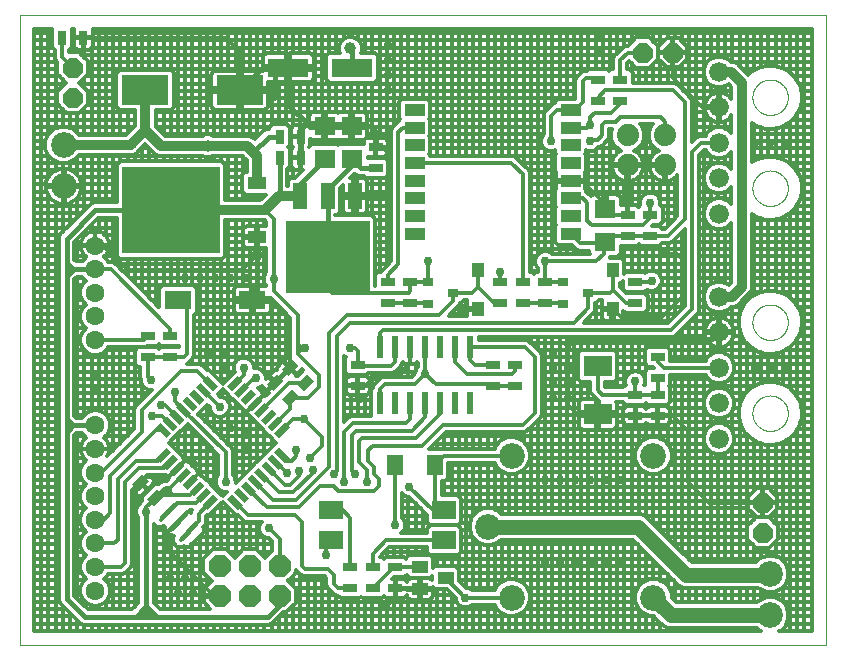
<source format=gtl>
G75*
%MOIN*%
%OFA0B0*%
%FSLAX25Y25*%
%IPPOS*%
%LPD*%
%AMOC8*
5,1,8,0,0,1.08239X$1,22.5*
%
%ADD10C,0.00000*%
%ADD11R,0.32500X0.29000*%
%ADD12R,0.28000X0.24000*%
%ADD13C,0.06600*%
%ADD14C,0.06299*%
%ADD15R,0.04016X0.04724*%
%ADD16R,0.06693X0.03937*%
%ADD17R,0.03543X0.03150*%
%ADD18R,0.04724X0.03150*%
%ADD19R,0.04800X0.08800*%
%ADD20R,0.14173X0.08661*%
%ADD21R,0.07087X0.06299*%
%ADD22C,0.07400*%
%ADD23R,0.05000X0.02200*%
%ADD24R,0.02200X0.05000*%
%ADD25C,0.01772*%
%ADD26C,0.01000*%
%ADD27R,0.03150X0.04724*%
%ADD28OC8,0.07400*%
%ADD29R,0.02200X0.07800*%
%ADD30R,0.05512X0.03937*%
%ADD31C,0.08600*%
%ADD32R,0.07874X0.06299*%
%ADD33R,0.05512X0.07087*%
%ADD34OC8,0.06600*%
%ADD35R,0.24409X0.21260*%
%ADD36R,0.06299X0.03937*%
%ADD37R,0.13780X0.06299*%
%ADD38R,0.15748X0.09843*%
%ADD39R,0.09449X0.07087*%
%ADD40R,0.09055X0.06299*%
%ADD41C,0.01200*%
%ADD42C,0.01600*%
%ADD43C,0.03962*%
%ADD44C,0.02978*%
%ADD45C,0.03200*%
%ADD46C,0.03175*%
%ADD47C,0.05000*%
D10*
X0001600Y0001600D02*
X0001600Y0211561D01*
X0270301Y0211561D01*
X0270301Y0001600D01*
X0001600Y0001600D01*
X0245694Y0078943D02*
X0245696Y0079096D01*
X0245702Y0079250D01*
X0245712Y0079403D01*
X0245726Y0079555D01*
X0245744Y0079708D01*
X0245766Y0079859D01*
X0245791Y0080010D01*
X0245821Y0080161D01*
X0245855Y0080311D01*
X0245892Y0080459D01*
X0245933Y0080607D01*
X0245978Y0080753D01*
X0246027Y0080899D01*
X0246080Y0081043D01*
X0246136Y0081185D01*
X0246196Y0081326D01*
X0246260Y0081466D01*
X0246327Y0081604D01*
X0246398Y0081740D01*
X0246473Y0081874D01*
X0246550Y0082006D01*
X0246632Y0082136D01*
X0246716Y0082264D01*
X0246804Y0082390D01*
X0246895Y0082513D01*
X0246989Y0082634D01*
X0247087Y0082752D01*
X0247187Y0082868D01*
X0247291Y0082981D01*
X0247397Y0083092D01*
X0247506Y0083200D01*
X0247618Y0083305D01*
X0247732Y0083406D01*
X0247850Y0083505D01*
X0247969Y0083601D01*
X0248091Y0083694D01*
X0248216Y0083783D01*
X0248343Y0083870D01*
X0248472Y0083952D01*
X0248603Y0084032D01*
X0248736Y0084108D01*
X0248871Y0084181D01*
X0249008Y0084250D01*
X0249147Y0084315D01*
X0249287Y0084377D01*
X0249429Y0084435D01*
X0249572Y0084490D01*
X0249717Y0084541D01*
X0249863Y0084588D01*
X0250010Y0084631D01*
X0250158Y0084670D01*
X0250307Y0084706D01*
X0250457Y0084737D01*
X0250608Y0084765D01*
X0250759Y0084789D01*
X0250912Y0084809D01*
X0251064Y0084825D01*
X0251217Y0084837D01*
X0251370Y0084845D01*
X0251523Y0084849D01*
X0251677Y0084849D01*
X0251830Y0084845D01*
X0251983Y0084837D01*
X0252136Y0084825D01*
X0252288Y0084809D01*
X0252441Y0084789D01*
X0252592Y0084765D01*
X0252743Y0084737D01*
X0252893Y0084706D01*
X0253042Y0084670D01*
X0253190Y0084631D01*
X0253337Y0084588D01*
X0253483Y0084541D01*
X0253628Y0084490D01*
X0253771Y0084435D01*
X0253913Y0084377D01*
X0254053Y0084315D01*
X0254192Y0084250D01*
X0254329Y0084181D01*
X0254464Y0084108D01*
X0254597Y0084032D01*
X0254728Y0083952D01*
X0254857Y0083870D01*
X0254984Y0083783D01*
X0255109Y0083694D01*
X0255231Y0083601D01*
X0255350Y0083505D01*
X0255468Y0083406D01*
X0255582Y0083305D01*
X0255694Y0083200D01*
X0255803Y0083092D01*
X0255909Y0082981D01*
X0256013Y0082868D01*
X0256113Y0082752D01*
X0256211Y0082634D01*
X0256305Y0082513D01*
X0256396Y0082390D01*
X0256484Y0082264D01*
X0256568Y0082136D01*
X0256650Y0082006D01*
X0256727Y0081874D01*
X0256802Y0081740D01*
X0256873Y0081604D01*
X0256940Y0081466D01*
X0257004Y0081326D01*
X0257064Y0081185D01*
X0257120Y0081043D01*
X0257173Y0080899D01*
X0257222Y0080753D01*
X0257267Y0080607D01*
X0257308Y0080459D01*
X0257345Y0080311D01*
X0257379Y0080161D01*
X0257409Y0080010D01*
X0257434Y0079859D01*
X0257456Y0079708D01*
X0257474Y0079555D01*
X0257488Y0079403D01*
X0257498Y0079250D01*
X0257504Y0079096D01*
X0257506Y0078943D01*
X0257504Y0078790D01*
X0257498Y0078636D01*
X0257488Y0078483D01*
X0257474Y0078331D01*
X0257456Y0078178D01*
X0257434Y0078027D01*
X0257409Y0077876D01*
X0257379Y0077725D01*
X0257345Y0077575D01*
X0257308Y0077427D01*
X0257267Y0077279D01*
X0257222Y0077133D01*
X0257173Y0076987D01*
X0257120Y0076843D01*
X0257064Y0076701D01*
X0257004Y0076560D01*
X0256940Y0076420D01*
X0256873Y0076282D01*
X0256802Y0076146D01*
X0256727Y0076012D01*
X0256650Y0075880D01*
X0256568Y0075750D01*
X0256484Y0075622D01*
X0256396Y0075496D01*
X0256305Y0075373D01*
X0256211Y0075252D01*
X0256113Y0075134D01*
X0256013Y0075018D01*
X0255909Y0074905D01*
X0255803Y0074794D01*
X0255694Y0074686D01*
X0255582Y0074581D01*
X0255468Y0074480D01*
X0255350Y0074381D01*
X0255231Y0074285D01*
X0255109Y0074192D01*
X0254984Y0074103D01*
X0254857Y0074016D01*
X0254728Y0073934D01*
X0254597Y0073854D01*
X0254464Y0073778D01*
X0254329Y0073705D01*
X0254192Y0073636D01*
X0254053Y0073571D01*
X0253913Y0073509D01*
X0253771Y0073451D01*
X0253628Y0073396D01*
X0253483Y0073345D01*
X0253337Y0073298D01*
X0253190Y0073255D01*
X0253042Y0073216D01*
X0252893Y0073180D01*
X0252743Y0073149D01*
X0252592Y0073121D01*
X0252441Y0073097D01*
X0252288Y0073077D01*
X0252136Y0073061D01*
X0251983Y0073049D01*
X0251830Y0073041D01*
X0251677Y0073037D01*
X0251523Y0073037D01*
X0251370Y0073041D01*
X0251217Y0073049D01*
X0251064Y0073061D01*
X0250912Y0073077D01*
X0250759Y0073097D01*
X0250608Y0073121D01*
X0250457Y0073149D01*
X0250307Y0073180D01*
X0250158Y0073216D01*
X0250010Y0073255D01*
X0249863Y0073298D01*
X0249717Y0073345D01*
X0249572Y0073396D01*
X0249429Y0073451D01*
X0249287Y0073509D01*
X0249147Y0073571D01*
X0249008Y0073636D01*
X0248871Y0073705D01*
X0248736Y0073778D01*
X0248603Y0073854D01*
X0248472Y0073934D01*
X0248343Y0074016D01*
X0248216Y0074103D01*
X0248091Y0074192D01*
X0247969Y0074285D01*
X0247850Y0074381D01*
X0247732Y0074480D01*
X0247618Y0074581D01*
X0247506Y0074686D01*
X0247397Y0074794D01*
X0247291Y0074905D01*
X0247187Y0075018D01*
X0247087Y0075134D01*
X0246989Y0075252D01*
X0246895Y0075373D01*
X0246804Y0075496D01*
X0246716Y0075622D01*
X0246632Y0075750D01*
X0246550Y0075880D01*
X0246473Y0076012D01*
X0246398Y0076146D01*
X0246327Y0076282D01*
X0246260Y0076420D01*
X0246196Y0076560D01*
X0246136Y0076701D01*
X0246080Y0076843D01*
X0246027Y0076987D01*
X0245978Y0077133D01*
X0245933Y0077279D01*
X0245892Y0077427D01*
X0245855Y0077575D01*
X0245821Y0077725D01*
X0245791Y0077876D01*
X0245766Y0078027D01*
X0245744Y0078178D01*
X0245726Y0078331D01*
X0245712Y0078483D01*
X0245702Y0078636D01*
X0245696Y0078790D01*
X0245694Y0078943D01*
X0245694Y0109257D02*
X0245696Y0109410D01*
X0245702Y0109564D01*
X0245712Y0109717D01*
X0245726Y0109869D01*
X0245744Y0110022D01*
X0245766Y0110173D01*
X0245791Y0110324D01*
X0245821Y0110475D01*
X0245855Y0110625D01*
X0245892Y0110773D01*
X0245933Y0110921D01*
X0245978Y0111067D01*
X0246027Y0111213D01*
X0246080Y0111357D01*
X0246136Y0111499D01*
X0246196Y0111640D01*
X0246260Y0111780D01*
X0246327Y0111918D01*
X0246398Y0112054D01*
X0246473Y0112188D01*
X0246550Y0112320D01*
X0246632Y0112450D01*
X0246716Y0112578D01*
X0246804Y0112704D01*
X0246895Y0112827D01*
X0246989Y0112948D01*
X0247087Y0113066D01*
X0247187Y0113182D01*
X0247291Y0113295D01*
X0247397Y0113406D01*
X0247506Y0113514D01*
X0247618Y0113619D01*
X0247732Y0113720D01*
X0247850Y0113819D01*
X0247969Y0113915D01*
X0248091Y0114008D01*
X0248216Y0114097D01*
X0248343Y0114184D01*
X0248472Y0114266D01*
X0248603Y0114346D01*
X0248736Y0114422D01*
X0248871Y0114495D01*
X0249008Y0114564D01*
X0249147Y0114629D01*
X0249287Y0114691D01*
X0249429Y0114749D01*
X0249572Y0114804D01*
X0249717Y0114855D01*
X0249863Y0114902D01*
X0250010Y0114945D01*
X0250158Y0114984D01*
X0250307Y0115020D01*
X0250457Y0115051D01*
X0250608Y0115079D01*
X0250759Y0115103D01*
X0250912Y0115123D01*
X0251064Y0115139D01*
X0251217Y0115151D01*
X0251370Y0115159D01*
X0251523Y0115163D01*
X0251677Y0115163D01*
X0251830Y0115159D01*
X0251983Y0115151D01*
X0252136Y0115139D01*
X0252288Y0115123D01*
X0252441Y0115103D01*
X0252592Y0115079D01*
X0252743Y0115051D01*
X0252893Y0115020D01*
X0253042Y0114984D01*
X0253190Y0114945D01*
X0253337Y0114902D01*
X0253483Y0114855D01*
X0253628Y0114804D01*
X0253771Y0114749D01*
X0253913Y0114691D01*
X0254053Y0114629D01*
X0254192Y0114564D01*
X0254329Y0114495D01*
X0254464Y0114422D01*
X0254597Y0114346D01*
X0254728Y0114266D01*
X0254857Y0114184D01*
X0254984Y0114097D01*
X0255109Y0114008D01*
X0255231Y0113915D01*
X0255350Y0113819D01*
X0255468Y0113720D01*
X0255582Y0113619D01*
X0255694Y0113514D01*
X0255803Y0113406D01*
X0255909Y0113295D01*
X0256013Y0113182D01*
X0256113Y0113066D01*
X0256211Y0112948D01*
X0256305Y0112827D01*
X0256396Y0112704D01*
X0256484Y0112578D01*
X0256568Y0112450D01*
X0256650Y0112320D01*
X0256727Y0112188D01*
X0256802Y0112054D01*
X0256873Y0111918D01*
X0256940Y0111780D01*
X0257004Y0111640D01*
X0257064Y0111499D01*
X0257120Y0111357D01*
X0257173Y0111213D01*
X0257222Y0111067D01*
X0257267Y0110921D01*
X0257308Y0110773D01*
X0257345Y0110625D01*
X0257379Y0110475D01*
X0257409Y0110324D01*
X0257434Y0110173D01*
X0257456Y0110022D01*
X0257474Y0109869D01*
X0257488Y0109717D01*
X0257498Y0109564D01*
X0257504Y0109410D01*
X0257506Y0109257D01*
X0257504Y0109104D01*
X0257498Y0108950D01*
X0257488Y0108797D01*
X0257474Y0108645D01*
X0257456Y0108492D01*
X0257434Y0108341D01*
X0257409Y0108190D01*
X0257379Y0108039D01*
X0257345Y0107889D01*
X0257308Y0107741D01*
X0257267Y0107593D01*
X0257222Y0107447D01*
X0257173Y0107301D01*
X0257120Y0107157D01*
X0257064Y0107015D01*
X0257004Y0106874D01*
X0256940Y0106734D01*
X0256873Y0106596D01*
X0256802Y0106460D01*
X0256727Y0106326D01*
X0256650Y0106194D01*
X0256568Y0106064D01*
X0256484Y0105936D01*
X0256396Y0105810D01*
X0256305Y0105687D01*
X0256211Y0105566D01*
X0256113Y0105448D01*
X0256013Y0105332D01*
X0255909Y0105219D01*
X0255803Y0105108D01*
X0255694Y0105000D01*
X0255582Y0104895D01*
X0255468Y0104794D01*
X0255350Y0104695D01*
X0255231Y0104599D01*
X0255109Y0104506D01*
X0254984Y0104417D01*
X0254857Y0104330D01*
X0254728Y0104248D01*
X0254597Y0104168D01*
X0254464Y0104092D01*
X0254329Y0104019D01*
X0254192Y0103950D01*
X0254053Y0103885D01*
X0253913Y0103823D01*
X0253771Y0103765D01*
X0253628Y0103710D01*
X0253483Y0103659D01*
X0253337Y0103612D01*
X0253190Y0103569D01*
X0253042Y0103530D01*
X0252893Y0103494D01*
X0252743Y0103463D01*
X0252592Y0103435D01*
X0252441Y0103411D01*
X0252288Y0103391D01*
X0252136Y0103375D01*
X0251983Y0103363D01*
X0251830Y0103355D01*
X0251677Y0103351D01*
X0251523Y0103351D01*
X0251370Y0103355D01*
X0251217Y0103363D01*
X0251064Y0103375D01*
X0250912Y0103391D01*
X0250759Y0103411D01*
X0250608Y0103435D01*
X0250457Y0103463D01*
X0250307Y0103494D01*
X0250158Y0103530D01*
X0250010Y0103569D01*
X0249863Y0103612D01*
X0249717Y0103659D01*
X0249572Y0103710D01*
X0249429Y0103765D01*
X0249287Y0103823D01*
X0249147Y0103885D01*
X0249008Y0103950D01*
X0248871Y0104019D01*
X0248736Y0104092D01*
X0248603Y0104168D01*
X0248472Y0104248D01*
X0248343Y0104330D01*
X0248216Y0104417D01*
X0248091Y0104506D01*
X0247969Y0104599D01*
X0247850Y0104695D01*
X0247732Y0104794D01*
X0247618Y0104895D01*
X0247506Y0105000D01*
X0247397Y0105108D01*
X0247291Y0105219D01*
X0247187Y0105332D01*
X0247087Y0105448D01*
X0246989Y0105566D01*
X0246895Y0105687D01*
X0246804Y0105810D01*
X0246716Y0105936D01*
X0246632Y0106064D01*
X0246550Y0106194D01*
X0246473Y0106326D01*
X0246398Y0106460D01*
X0246327Y0106596D01*
X0246260Y0106734D01*
X0246196Y0106874D01*
X0246136Y0107015D01*
X0246080Y0107157D01*
X0246027Y0107301D01*
X0245978Y0107447D01*
X0245933Y0107593D01*
X0245892Y0107741D01*
X0245855Y0107889D01*
X0245821Y0108039D01*
X0245791Y0108190D01*
X0245766Y0108341D01*
X0245744Y0108492D01*
X0245726Y0108645D01*
X0245712Y0108797D01*
X0245702Y0108950D01*
X0245696Y0109104D01*
X0245694Y0109257D01*
X0245694Y0153943D02*
X0245696Y0154096D01*
X0245702Y0154250D01*
X0245712Y0154403D01*
X0245726Y0154555D01*
X0245744Y0154708D01*
X0245766Y0154859D01*
X0245791Y0155010D01*
X0245821Y0155161D01*
X0245855Y0155311D01*
X0245892Y0155459D01*
X0245933Y0155607D01*
X0245978Y0155753D01*
X0246027Y0155899D01*
X0246080Y0156043D01*
X0246136Y0156185D01*
X0246196Y0156326D01*
X0246260Y0156466D01*
X0246327Y0156604D01*
X0246398Y0156740D01*
X0246473Y0156874D01*
X0246550Y0157006D01*
X0246632Y0157136D01*
X0246716Y0157264D01*
X0246804Y0157390D01*
X0246895Y0157513D01*
X0246989Y0157634D01*
X0247087Y0157752D01*
X0247187Y0157868D01*
X0247291Y0157981D01*
X0247397Y0158092D01*
X0247506Y0158200D01*
X0247618Y0158305D01*
X0247732Y0158406D01*
X0247850Y0158505D01*
X0247969Y0158601D01*
X0248091Y0158694D01*
X0248216Y0158783D01*
X0248343Y0158870D01*
X0248472Y0158952D01*
X0248603Y0159032D01*
X0248736Y0159108D01*
X0248871Y0159181D01*
X0249008Y0159250D01*
X0249147Y0159315D01*
X0249287Y0159377D01*
X0249429Y0159435D01*
X0249572Y0159490D01*
X0249717Y0159541D01*
X0249863Y0159588D01*
X0250010Y0159631D01*
X0250158Y0159670D01*
X0250307Y0159706D01*
X0250457Y0159737D01*
X0250608Y0159765D01*
X0250759Y0159789D01*
X0250912Y0159809D01*
X0251064Y0159825D01*
X0251217Y0159837D01*
X0251370Y0159845D01*
X0251523Y0159849D01*
X0251677Y0159849D01*
X0251830Y0159845D01*
X0251983Y0159837D01*
X0252136Y0159825D01*
X0252288Y0159809D01*
X0252441Y0159789D01*
X0252592Y0159765D01*
X0252743Y0159737D01*
X0252893Y0159706D01*
X0253042Y0159670D01*
X0253190Y0159631D01*
X0253337Y0159588D01*
X0253483Y0159541D01*
X0253628Y0159490D01*
X0253771Y0159435D01*
X0253913Y0159377D01*
X0254053Y0159315D01*
X0254192Y0159250D01*
X0254329Y0159181D01*
X0254464Y0159108D01*
X0254597Y0159032D01*
X0254728Y0158952D01*
X0254857Y0158870D01*
X0254984Y0158783D01*
X0255109Y0158694D01*
X0255231Y0158601D01*
X0255350Y0158505D01*
X0255468Y0158406D01*
X0255582Y0158305D01*
X0255694Y0158200D01*
X0255803Y0158092D01*
X0255909Y0157981D01*
X0256013Y0157868D01*
X0256113Y0157752D01*
X0256211Y0157634D01*
X0256305Y0157513D01*
X0256396Y0157390D01*
X0256484Y0157264D01*
X0256568Y0157136D01*
X0256650Y0157006D01*
X0256727Y0156874D01*
X0256802Y0156740D01*
X0256873Y0156604D01*
X0256940Y0156466D01*
X0257004Y0156326D01*
X0257064Y0156185D01*
X0257120Y0156043D01*
X0257173Y0155899D01*
X0257222Y0155753D01*
X0257267Y0155607D01*
X0257308Y0155459D01*
X0257345Y0155311D01*
X0257379Y0155161D01*
X0257409Y0155010D01*
X0257434Y0154859D01*
X0257456Y0154708D01*
X0257474Y0154555D01*
X0257488Y0154403D01*
X0257498Y0154250D01*
X0257504Y0154096D01*
X0257506Y0153943D01*
X0257504Y0153790D01*
X0257498Y0153636D01*
X0257488Y0153483D01*
X0257474Y0153331D01*
X0257456Y0153178D01*
X0257434Y0153027D01*
X0257409Y0152876D01*
X0257379Y0152725D01*
X0257345Y0152575D01*
X0257308Y0152427D01*
X0257267Y0152279D01*
X0257222Y0152133D01*
X0257173Y0151987D01*
X0257120Y0151843D01*
X0257064Y0151701D01*
X0257004Y0151560D01*
X0256940Y0151420D01*
X0256873Y0151282D01*
X0256802Y0151146D01*
X0256727Y0151012D01*
X0256650Y0150880D01*
X0256568Y0150750D01*
X0256484Y0150622D01*
X0256396Y0150496D01*
X0256305Y0150373D01*
X0256211Y0150252D01*
X0256113Y0150134D01*
X0256013Y0150018D01*
X0255909Y0149905D01*
X0255803Y0149794D01*
X0255694Y0149686D01*
X0255582Y0149581D01*
X0255468Y0149480D01*
X0255350Y0149381D01*
X0255231Y0149285D01*
X0255109Y0149192D01*
X0254984Y0149103D01*
X0254857Y0149016D01*
X0254728Y0148934D01*
X0254597Y0148854D01*
X0254464Y0148778D01*
X0254329Y0148705D01*
X0254192Y0148636D01*
X0254053Y0148571D01*
X0253913Y0148509D01*
X0253771Y0148451D01*
X0253628Y0148396D01*
X0253483Y0148345D01*
X0253337Y0148298D01*
X0253190Y0148255D01*
X0253042Y0148216D01*
X0252893Y0148180D01*
X0252743Y0148149D01*
X0252592Y0148121D01*
X0252441Y0148097D01*
X0252288Y0148077D01*
X0252136Y0148061D01*
X0251983Y0148049D01*
X0251830Y0148041D01*
X0251677Y0148037D01*
X0251523Y0148037D01*
X0251370Y0148041D01*
X0251217Y0148049D01*
X0251064Y0148061D01*
X0250912Y0148077D01*
X0250759Y0148097D01*
X0250608Y0148121D01*
X0250457Y0148149D01*
X0250307Y0148180D01*
X0250158Y0148216D01*
X0250010Y0148255D01*
X0249863Y0148298D01*
X0249717Y0148345D01*
X0249572Y0148396D01*
X0249429Y0148451D01*
X0249287Y0148509D01*
X0249147Y0148571D01*
X0249008Y0148636D01*
X0248871Y0148705D01*
X0248736Y0148778D01*
X0248603Y0148854D01*
X0248472Y0148934D01*
X0248343Y0149016D01*
X0248216Y0149103D01*
X0248091Y0149192D01*
X0247969Y0149285D01*
X0247850Y0149381D01*
X0247732Y0149480D01*
X0247618Y0149581D01*
X0247506Y0149686D01*
X0247397Y0149794D01*
X0247291Y0149905D01*
X0247187Y0150018D01*
X0247087Y0150134D01*
X0246989Y0150252D01*
X0246895Y0150373D01*
X0246804Y0150496D01*
X0246716Y0150622D01*
X0246632Y0150750D01*
X0246550Y0150880D01*
X0246473Y0151012D01*
X0246398Y0151146D01*
X0246327Y0151282D01*
X0246260Y0151420D01*
X0246196Y0151560D01*
X0246136Y0151701D01*
X0246080Y0151843D01*
X0246027Y0151987D01*
X0245978Y0152133D01*
X0245933Y0152279D01*
X0245892Y0152427D01*
X0245855Y0152575D01*
X0245821Y0152725D01*
X0245791Y0152876D01*
X0245766Y0153027D01*
X0245744Y0153178D01*
X0245726Y0153331D01*
X0245712Y0153483D01*
X0245702Y0153636D01*
X0245696Y0153790D01*
X0245694Y0153943D01*
X0245694Y0184257D02*
X0245696Y0184410D01*
X0245702Y0184564D01*
X0245712Y0184717D01*
X0245726Y0184869D01*
X0245744Y0185022D01*
X0245766Y0185173D01*
X0245791Y0185324D01*
X0245821Y0185475D01*
X0245855Y0185625D01*
X0245892Y0185773D01*
X0245933Y0185921D01*
X0245978Y0186067D01*
X0246027Y0186213D01*
X0246080Y0186357D01*
X0246136Y0186499D01*
X0246196Y0186640D01*
X0246260Y0186780D01*
X0246327Y0186918D01*
X0246398Y0187054D01*
X0246473Y0187188D01*
X0246550Y0187320D01*
X0246632Y0187450D01*
X0246716Y0187578D01*
X0246804Y0187704D01*
X0246895Y0187827D01*
X0246989Y0187948D01*
X0247087Y0188066D01*
X0247187Y0188182D01*
X0247291Y0188295D01*
X0247397Y0188406D01*
X0247506Y0188514D01*
X0247618Y0188619D01*
X0247732Y0188720D01*
X0247850Y0188819D01*
X0247969Y0188915D01*
X0248091Y0189008D01*
X0248216Y0189097D01*
X0248343Y0189184D01*
X0248472Y0189266D01*
X0248603Y0189346D01*
X0248736Y0189422D01*
X0248871Y0189495D01*
X0249008Y0189564D01*
X0249147Y0189629D01*
X0249287Y0189691D01*
X0249429Y0189749D01*
X0249572Y0189804D01*
X0249717Y0189855D01*
X0249863Y0189902D01*
X0250010Y0189945D01*
X0250158Y0189984D01*
X0250307Y0190020D01*
X0250457Y0190051D01*
X0250608Y0190079D01*
X0250759Y0190103D01*
X0250912Y0190123D01*
X0251064Y0190139D01*
X0251217Y0190151D01*
X0251370Y0190159D01*
X0251523Y0190163D01*
X0251677Y0190163D01*
X0251830Y0190159D01*
X0251983Y0190151D01*
X0252136Y0190139D01*
X0252288Y0190123D01*
X0252441Y0190103D01*
X0252592Y0190079D01*
X0252743Y0190051D01*
X0252893Y0190020D01*
X0253042Y0189984D01*
X0253190Y0189945D01*
X0253337Y0189902D01*
X0253483Y0189855D01*
X0253628Y0189804D01*
X0253771Y0189749D01*
X0253913Y0189691D01*
X0254053Y0189629D01*
X0254192Y0189564D01*
X0254329Y0189495D01*
X0254464Y0189422D01*
X0254597Y0189346D01*
X0254728Y0189266D01*
X0254857Y0189184D01*
X0254984Y0189097D01*
X0255109Y0189008D01*
X0255231Y0188915D01*
X0255350Y0188819D01*
X0255468Y0188720D01*
X0255582Y0188619D01*
X0255694Y0188514D01*
X0255803Y0188406D01*
X0255909Y0188295D01*
X0256013Y0188182D01*
X0256113Y0188066D01*
X0256211Y0187948D01*
X0256305Y0187827D01*
X0256396Y0187704D01*
X0256484Y0187578D01*
X0256568Y0187450D01*
X0256650Y0187320D01*
X0256727Y0187188D01*
X0256802Y0187054D01*
X0256873Y0186918D01*
X0256940Y0186780D01*
X0257004Y0186640D01*
X0257064Y0186499D01*
X0257120Y0186357D01*
X0257173Y0186213D01*
X0257222Y0186067D01*
X0257267Y0185921D01*
X0257308Y0185773D01*
X0257345Y0185625D01*
X0257379Y0185475D01*
X0257409Y0185324D01*
X0257434Y0185173D01*
X0257456Y0185022D01*
X0257474Y0184869D01*
X0257488Y0184717D01*
X0257498Y0184564D01*
X0257504Y0184410D01*
X0257506Y0184257D01*
X0257504Y0184104D01*
X0257498Y0183950D01*
X0257488Y0183797D01*
X0257474Y0183645D01*
X0257456Y0183492D01*
X0257434Y0183341D01*
X0257409Y0183190D01*
X0257379Y0183039D01*
X0257345Y0182889D01*
X0257308Y0182741D01*
X0257267Y0182593D01*
X0257222Y0182447D01*
X0257173Y0182301D01*
X0257120Y0182157D01*
X0257064Y0182015D01*
X0257004Y0181874D01*
X0256940Y0181734D01*
X0256873Y0181596D01*
X0256802Y0181460D01*
X0256727Y0181326D01*
X0256650Y0181194D01*
X0256568Y0181064D01*
X0256484Y0180936D01*
X0256396Y0180810D01*
X0256305Y0180687D01*
X0256211Y0180566D01*
X0256113Y0180448D01*
X0256013Y0180332D01*
X0255909Y0180219D01*
X0255803Y0180108D01*
X0255694Y0180000D01*
X0255582Y0179895D01*
X0255468Y0179794D01*
X0255350Y0179695D01*
X0255231Y0179599D01*
X0255109Y0179506D01*
X0254984Y0179417D01*
X0254857Y0179330D01*
X0254728Y0179248D01*
X0254597Y0179168D01*
X0254464Y0179092D01*
X0254329Y0179019D01*
X0254192Y0178950D01*
X0254053Y0178885D01*
X0253913Y0178823D01*
X0253771Y0178765D01*
X0253628Y0178710D01*
X0253483Y0178659D01*
X0253337Y0178612D01*
X0253190Y0178569D01*
X0253042Y0178530D01*
X0252893Y0178494D01*
X0252743Y0178463D01*
X0252592Y0178435D01*
X0252441Y0178411D01*
X0252288Y0178391D01*
X0252136Y0178375D01*
X0251983Y0178363D01*
X0251830Y0178355D01*
X0251677Y0178351D01*
X0251523Y0178351D01*
X0251370Y0178355D01*
X0251217Y0178363D01*
X0251064Y0178375D01*
X0250912Y0178391D01*
X0250759Y0178411D01*
X0250608Y0178435D01*
X0250457Y0178463D01*
X0250307Y0178494D01*
X0250158Y0178530D01*
X0250010Y0178569D01*
X0249863Y0178612D01*
X0249717Y0178659D01*
X0249572Y0178710D01*
X0249429Y0178765D01*
X0249287Y0178823D01*
X0249147Y0178885D01*
X0249008Y0178950D01*
X0248871Y0179019D01*
X0248736Y0179092D01*
X0248603Y0179168D01*
X0248472Y0179248D01*
X0248343Y0179330D01*
X0248216Y0179417D01*
X0248091Y0179506D01*
X0247969Y0179599D01*
X0247850Y0179695D01*
X0247732Y0179794D01*
X0247618Y0179895D01*
X0247506Y0180000D01*
X0247397Y0180108D01*
X0247291Y0180219D01*
X0247187Y0180332D01*
X0247087Y0180448D01*
X0246989Y0180566D01*
X0246895Y0180687D01*
X0246804Y0180810D01*
X0246716Y0180936D01*
X0246632Y0181064D01*
X0246550Y0181194D01*
X0246473Y0181326D01*
X0246398Y0181460D01*
X0246327Y0181596D01*
X0246260Y0181734D01*
X0246196Y0181874D01*
X0246136Y0182015D01*
X0246080Y0182157D01*
X0246027Y0182301D01*
X0245978Y0182447D01*
X0245933Y0182593D01*
X0245892Y0182741D01*
X0245855Y0182889D01*
X0245821Y0183039D01*
X0245791Y0183190D01*
X0245766Y0183341D01*
X0245744Y0183492D01*
X0245726Y0183645D01*
X0245712Y0183797D01*
X0245702Y0183950D01*
X0245696Y0184104D01*
X0245694Y0184257D01*
D11*
X0051850Y0146600D03*
D12*
X0104100Y0131100D03*
D13*
X0234592Y0117722D03*
X0234592Y0105911D03*
X0234592Y0094100D03*
X0234592Y0082289D03*
X0234592Y0070478D03*
X0234592Y0145478D03*
X0234592Y0157289D03*
X0234592Y0169100D03*
X0234592Y0180911D03*
X0234592Y0192722D03*
D14*
X0026600Y0134848D03*
X0026600Y0126974D03*
X0026600Y0119100D03*
X0026600Y0111226D03*
X0026600Y0103352D03*
X0026600Y0074907D03*
X0026600Y0067033D03*
X0026600Y0059159D03*
X0026600Y0051285D03*
X0026600Y0043411D03*
X0026600Y0035537D03*
X0026600Y0027663D03*
X0026600Y0019789D03*
D15*
X0154100Y0113663D03*
X0154100Y0126537D03*
X0199100Y0126537D03*
X0199100Y0113663D03*
D16*
X0185084Y0138726D03*
X0185084Y0144631D03*
X0185084Y0150537D03*
X0185084Y0156443D03*
X0185084Y0162348D03*
X0185084Y0168254D03*
X0185084Y0174159D03*
X0185084Y0180065D03*
X0133116Y0180065D03*
X0133116Y0174159D03*
X0133116Y0168254D03*
X0133116Y0162348D03*
X0133116Y0156443D03*
X0133116Y0150537D03*
X0133116Y0144631D03*
X0133116Y0138726D03*
D17*
X0137663Y0122840D03*
X0137663Y0115360D03*
X0145931Y0119100D03*
X0182663Y0115360D03*
X0182663Y0122840D03*
X0190931Y0119100D03*
D18*
X0206600Y0115557D03*
X0206600Y0122643D03*
X0204100Y0138057D03*
X0211600Y0138057D03*
X0211600Y0145143D03*
X0204100Y0145143D03*
X0176600Y0122643D03*
X0169100Y0122643D03*
X0169100Y0115557D03*
X0176600Y0115557D03*
X0161600Y0115557D03*
X0161600Y0122643D03*
X0131600Y0122643D03*
X0131600Y0115557D03*
X0124100Y0115557D03*
X0124100Y0122643D03*
X0114100Y0095143D03*
X0114100Y0088057D03*
X0159100Y0088057D03*
X0159100Y0095143D03*
X0166600Y0095143D03*
X0166600Y0088057D03*
X0206600Y0085143D03*
X0206600Y0078057D03*
X0214100Y0078057D03*
X0214100Y0085143D03*
X0214100Y0090557D03*
X0214100Y0097643D03*
X0126600Y0027643D03*
X0126600Y0020557D03*
X0119100Y0020557D03*
X0119100Y0027643D03*
X0111600Y0027643D03*
X0111600Y0020557D03*
X0051600Y0097557D03*
X0044100Y0097557D03*
X0044100Y0104643D03*
X0051600Y0104643D03*
X0120100Y0160557D03*
X0120100Y0167643D03*
X0194100Y0183057D03*
X0201600Y0183057D03*
X0201600Y0190143D03*
X0194100Y0190143D03*
D19*
X0113200Y0151300D03*
X0104100Y0151300D03*
X0095000Y0151300D03*
D20*
X0104100Y0126899D03*
D21*
X0103100Y0163588D03*
X0112100Y0163588D03*
X0112100Y0174612D03*
X0103100Y0174612D03*
X0196600Y0147112D03*
X0196600Y0136088D03*
D22*
X0204100Y0161600D03*
X0204100Y0171600D03*
X0216600Y0171600D03*
X0216600Y0161600D03*
D23*
G36*
X0091390Y0074244D02*
X0087856Y0070710D01*
X0086300Y0072266D01*
X0089834Y0075800D01*
X0091390Y0074244D01*
G37*
G36*
X0089163Y0076471D02*
X0085629Y0072937D01*
X0084073Y0074493D01*
X0087607Y0078027D01*
X0089163Y0076471D01*
G37*
G36*
X0086936Y0078698D02*
X0083402Y0075164D01*
X0081846Y0076720D01*
X0085380Y0080254D01*
X0086936Y0078698D01*
G37*
G36*
X0084709Y0080926D02*
X0081175Y0077392D01*
X0079619Y0078948D01*
X0083153Y0082482D01*
X0084709Y0080926D01*
G37*
G36*
X0082482Y0083153D02*
X0078948Y0079619D01*
X0077392Y0081175D01*
X0080926Y0084709D01*
X0082482Y0083153D01*
G37*
G36*
X0080254Y0085380D02*
X0076720Y0081846D01*
X0075164Y0083402D01*
X0078698Y0086936D01*
X0080254Y0085380D01*
G37*
G36*
X0078027Y0087607D02*
X0074493Y0084073D01*
X0072937Y0085629D01*
X0076471Y0089163D01*
X0078027Y0087607D01*
G37*
G36*
X0075800Y0089834D02*
X0072266Y0086300D01*
X0070710Y0087856D01*
X0074244Y0091390D01*
X0075800Y0089834D01*
G37*
G36*
X0051900Y0065934D02*
X0048366Y0062400D01*
X0046810Y0063956D01*
X0050344Y0067490D01*
X0051900Y0065934D01*
G37*
G36*
X0054127Y0063707D02*
X0050593Y0060173D01*
X0049037Y0061729D01*
X0052571Y0065263D01*
X0054127Y0063707D01*
G37*
G36*
X0056354Y0061480D02*
X0052820Y0057946D01*
X0051264Y0059502D01*
X0054798Y0063036D01*
X0056354Y0061480D01*
G37*
G36*
X0058581Y0059252D02*
X0055047Y0055718D01*
X0053491Y0057274D01*
X0057025Y0060808D01*
X0058581Y0059252D01*
G37*
G36*
X0060808Y0057025D02*
X0057274Y0053491D01*
X0055718Y0055047D01*
X0059252Y0058581D01*
X0060808Y0057025D01*
G37*
G36*
X0063036Y0054798D02*
X0059502Y0051264D01*
X0057946Y0052820D01*
X0061480Y0056354D01*
X0063036Y0054798D01*
G37*
G36*
X0065263Y0052571D02*
X0061729Y0049037D01*
X0060173Y0050593D01*
X0063707Y0054127D01*
X0065263Y0052571D01*
G37*
G36*
X0067490Y0050344D02*
X0063956Y0046810D01*
X0062400Y0048366D01*
X0065934Y0051900D01*
X0067490Y0050344D01*
G37*
D24*
G36*
X0075800Y0048366D02*
X0074244Y0046810D01*
X0070710Y0050344D01*
X0072266Y0051900D01*
X0075800Y0048366D01*
G37*
G36*
X0078027Y0050593D02*
X0076471Y0049037D01*
X0072937Y0052571D01*
X0074493Y0054127D01*
X0078027Y0050593D01*
G37*
G36*
X0080254Y0052820D02*
X0078698Y0051264D01*
X0075164Y0054798D01*
X0076720Y0056354D01*
X0080254Y0052820D01*
G37*
G36*
X0082482Y0055047D02*
X0080926Y0053491D01*
X0077392Y0057025D01*
X0078948Y0058581D01*
X0082482Y0055047D01*
G37*
G36*
X0084709Y0057274D02*
X0083153Y0055718D01*
X0079619Y0059252D01*
X0081175Y0060808D01*
X0084709Y0057274D01*
G37*
G36*
X0086936Y0059502D02*
X0085380Y0057946D01*
X0081846Y0061480D01*
X0083402Y0063036D01*
X0086936Y0059502D01*
G37*
G36*
X0089163Y0061729D02*
X0087607Y0060173D01*
X0084073Y0063707D01*
X0085629Y0065263D01*
X0089163Y0061729D01*
G37*
G36*
X0091390Y0063956D02*
X0089834Y0062400D01*
X0086300Y0065934D01*
X0087856Y0067490D01*
X0091390Y0063956D01*
G37*
G36*
X0065263Y0085629D02*
X0063707Y0084073D01*
X0060173Y0087607D01*
X0061729Y0089163D01*
X0065263Y0085629D01*
G37*
G36*
X0067490Y0087856D02*
X0065934Y0086300D01*
X0062400Y0089834D01*
X0063956Y0091390D01*
X0067490Y0087856D01*
G37*
G36*
X0063036Y0083402D02*
X0061480Y0081846D01*
X0057946Y0085380D01*
X0059502Y0086936D01*
X0063036Y0083402D01*
G37*
G36*
X0060808Y0081175D02*
X0059252Y0079619D01*
X0055718Y0083153D01*
X0057274Y0084709D01*
X0060808Y0081175D01*
G37*
G36*
X0058581Y0078948D02*
X0057025Y0077392D01*
X0053491Y0080926D01*
X0055047Y0082482D01*
X0058581Y0078948D01*
G37*
G36*
X0056354Y0076720D02*
X0054798Y0075164D01*
X0051264Y0078698D01*
X0052820Y0080254D01*
X0056354Y0076720D01*
G37*
G36*
X0054127Y0074493D02*
X0052571Y0072937D01*
X0049037Y0076471D01*
X0050593Y0078027D01*
X0054127Y0074493D01*
G37*
G36*
X0051900Y0072266D02*
X0050344Y0070710D01*
X0046810Y0074244D01*
X0048366Y0075800D01*
X0051900Y0072266D01*
G37*
D25*
X0053017Y0048233D02*
X0048967Y0044183D01*
X0052307Y0040843D02*
X0056357Y0044893D01*
X0059698Y0041552D02*
X0055648Y0037502D01*
D26*
X0054844Y0036699D02*
X0057673Y0039527D01*
X0060501Y0042356D01*
X0057161Y0045696D02*
X0054332Y0042868D01*
X0051504Y0040039D01*
X0048163Y0043380D02*
X0050992Y0046208D01*
X0053820Y0049037D01*
D27*
G36*
X0047308Y0053524D02*
X0049535Y0051297D01*
X0046196Y0047958D01*
X0043969Y0050185D01*
X0047308Y0053524D01*
G37*
G36*
X0042297Y0058535D02*
X0044524Y0056308D01*
X0041185Y0052969D01*
X0038958Y0055196D01*
X0042297Y0058535D01*
G37*
G36*
X0086039Y0086322D02*
X0083812Y0088549D01*
X0087151Y0091888D01*
X0089378Y0089661D01*
X0086039Y0086322D01*
G37*
G36*
X0091049Y0081312D02*
X0088822Y0083539D01*
X0092161Y0086878D01*
X0094388Y0084651D01*
X0091049Y0081312D01*
G37*
G36*
X0096049Y0086312D02*
X0093822Y0088539D01*
X0097161Y0091878D01*
X0099388Y0089651D01*
X0096049Y0086312D01*
G37*
G36*
X0091039Y0091322D02*
X0088812Y0093549D01*
X0092151Y0096888D01*
X0094378Y0094661D01*
X0091039Y0091322D01*
G37*
X0088057Y0164100D03*
X0095143Y0164100D03*
X0095143Y0171100D03*
X0088057Y0171100D03*
X0022643Y0204100D03*
X0015557Y0204100D03*
D28*
X0068064Y0028064D03*
X0078064Y0028064D03*
X0088064Y0028064D03*
X0088064Y0018064D03*
X0078064Y0018064D03*
X0068064Y0018064D03*
D29*
X0121600Y0082300D03*
X0126600Y0082300D03*
X0131600Y0082300D03*
X0136600Y0082300D03*
X0141600Y0082300D03*
X0146600Y0082300D03*
X0151600Y0082300D03*
X0151600Y0100900D03*
X0146600Y0100900D03*
X0141600Y0100900D03*
X0136600Y0100900D03*
X0131600Y0100900D03*
X0126600Y0100900D03*
X0121600Y0100900D03*
D30*
X0134769Y0027840D03*
X0143431Y0024100D03*
X0134769Y0020360D03*
D31*
X0157506Y0041128D03*
X0165380Y0064750D03*
X0212624Y0064750D03*
X0251600Y0025380D03*
X0251600Y0011600D03*
X0212624Y0017506D03*
X0165380Y0017506D03*
X0016100Y0154600D03*
X0016100Y0168380D03*
D32*
X0105320Y0046600D03*
X0105320Y0036600D03*
X0142880Y0036600D03*
X0142880Y0046600D03*
D33*
X0139793Y0061600D03*
X0126407Y0061600D03*
D34*
X0249100Y0049100D03*
X0249100Y0039100D03*
X0219100Y0199100D03*
X0209100Y0199100D03*
X0019100Y0194100D03*
X0019100Y0184100D03*
D35*
X0051757Y0146600D03*
D36*
X0080498Y0137624D03*
X0080498Y0155576D03*
D37*
X0090970Y0194100D03*
X0112230Y0194100D03*
D38*
X0074848Y0186600D03*
X0043352Y0186600D03*
D39*
X0194100Y0094572D03*
X0194100Y0078628D03*
D40*
X0079002Y0116600D03*
X0054198Y0116600D03*
D41*
X0057100Y0113698D01*
X0057100Y0098600D01*
X0056057Y0097557D01*
X0051600Y0097557D01*
X0044100Y0097557D01*
X0044100Y0091100D01*
X0045100Y0090100D01*
X0041811Y0090355D02*
X0041811Y0089446D01*
X0042312Y0088237D01*
X0043237Y0087312D01*
X0044446Y0086811D01*
X0045417Y0086811D01*
X0040065Y0081459D01*
X0039700Y0080577D01*
X0039700Y0073594D01*
X0030675Y0064569D01*
X0031002Y0065210D01*
X0031233Y0065921D01*
X0031350Y0066659D01*
X0031350Y0066944D01*
X0026689Y0066944D01*
X0026689Y0067122D01*
X0031350Y0067122D01*
X0031350Y0067407D01*
X0031233Y0068145D01*
X0031002Y0068856D01*
X0030662Y0069522D01*
X0030223Y0070127D01*
X0029694Y0070656D01*
X0029494Y0070801D01*
X0030796Y0072103D01*
X0031550Y0073923D01*
X0031550Y0075892D01*
X0030796Y0077711D01*
X0029404Y0079103D01*
X0027585Y0079857D01*
X0025615Y0079857D01*
X0023796Y0079103D01*
X0022404Y0077711D01*
X0022320Y0077507D01*
X0020370Y0077507D01*
X0019700Y0078177D01*
X0019700Y0123523D01*
X0020551Y0124374D01*
X0022320Y0124374D01*
X0022404Y0124170D01*
X0023537Y0123037D01*
X0022404Y0121904D01*
X0021650Y0120085D01*
X0021650Y0118115D01*
X0022404Y0116296D01*
X0023537Y0115163D01*
X0022404Y0114030D01*
X0021650Y0112211D01*
X0021650Y0110241D01*
X0022404Y0108422D01*
X0023537Y0107289D01*
X0022404Y0106156D01*
X0021650Y0104337D01*
X0021650Y0102367D01*
X0022404Y0100548D01*
X0023796Y0099156D01*
X0025615Y0098402D01*
X0027585Y0098402D01*
X0029404Y0099156D01*
X0030796Y0100548D01*
X0030963Y0100952D01*
X0043286Y0100952D01*
X0044050Y0101269D01*
X0047208Y0101269D01*
X0047850Y0101911D01*
X0048492Y0101269D01*
X0054700Y0101269D01*
X0054700Y0100931D01*
X0048492Y0100931D01*
X0047850Y0100289D01*
X0047208Y0100931D01*
X0040992Y0100931D01*
X0039938Y0099877D01*
X0039938Y0095236D01*
X0040992Y0094182D01*
X0041700Y0094182D01*
X0041700Y0090623D01*
X0041811Y0090355D01*
X0041792Y0090400D02*
X0019700Y0090400D01*
X0019700Y0088000D02*
X0042549Y0088000D01*
X0042200Y0088507D02*
X0042200Y0083594D01*
X0041806Y0083200D02*
X0019700Y0083200D01*
X0019700Y0085600D02*
X0044206Y0085600D01*
X0044600Y0085994D02*
X0044600Y0086811D01*
X0048600Y0081600D02*
X0049919Y0081600D01*
X0053809Y0077709D01*
X0051582Y0075482D02*
X0048964Y0078100D01*
X0045600Y0078100D01*
X0042100Y0080100D02*
X0055100Y0093100D01*
X0060690Y0093100D01*
X0064945Y0088845D01*
X0067491Y0090400D02*
X0070709Y0090400D01*
X0071000Y0090691D02*
X0071000Y0143200D01*
X0069900Y0143200D02*
X0083106Y0143200D01*
X0083700Y0142606D01*
X0083700Y0141192D01*
X0080882Y0141192D01*
X0080882Y0138008D01*
X0080113Y0138008D01*
X0080113Y0137239D01*
X0075748Y0137239D01*
X0075748Y0135444D01*
X0075857Y0135038D01*
X0076068Y0134673D01*
X0076366Y0134375D01*
X0076730Y0134164D01*
X0077137Y0134055D01*
X0080113Y0134055D01*
X0080113Y0137239D01*
X0080882Y0137239D01*
X0080882Y0134055D01*
X0083700Y0134055D01*
X0083700Y0125851D01*
X0083312Y0125463D01*
X0082811Y0124254D01*
X0082811Y0122946D01*
X0083312Y0121737D01*
X0083699Y0121350D01*
X0079602Y0121350D01*
X0079602Y0117200D01*
X0085106Y0117200D01*
X0091700Y0110606D01*
X0091700Y0098425D01*
X0091534Y0098380D01*
X0091169Y0098170D01*
X0089482Y0096483D01*
X0091594Y0094371D01*
X0091329Y0094106D01*
X0089217Y0096218D01*
X0087530Y0094531D01*
X0087320Y0094166D01*
X0087211Y0093759D01*
X0087211Y0093489D01*
X0086941Y0093489D01*
X0086534Y0093380D01*
X0086169Y0093170D01*
X0084482Y0091483D01*
X0086594Y0089371D01*
X0086329Y0089106D01*
X0084217Y0091218D01*
X0083389Y0090390D01*
X0083389Y0091254D01*
X0082888Y0092463D01*
X0081963Y0093388D01*
X0080754Y0093889D01*
X0079446Y0093889D01*
X0079389Y0093865D01*
X0079389Y0094754D01*
X0078888Y0095963D01*
X0077963Y0096888D01*
X0076754Y0097389D01*
X0075446Y0097389D01*
X0074237Y0096888D01*
X0073312Y0095963D01*
X0072811Y0094754D01*
X0072811Y0093446D01*
X0073087Y0092778D01*
X0069100Y0088791D01*
X0064700Y0093191D01*
X0063993Y0093191D01*
X0062724Y0094459D01*
X0062049Y0095135D01*
X0061167Y0095500D01*
X0057363Y0095500D01*
X0057416Y0095522D01*
X0059135Y0097241D01*
X0059500Y0098123D01*
X0059500Y0111679D01*
X0060526Y0112705D01*
X0060526Y0120495D01*
X0059472Y0121550D01*
X0048925Y0121550D01*
X0047871Y0120495D01*
X0047871Y0114223D01*
X0033761Y0128333D01*
X0033761Y0128334D01*
X0033085Y0129009D01*
X0032203Y0129374D01*
X0030963Y0129374D01*
X0030796Y0129778D01*
X0029494Y0131080D01*
X0029694Y0131225D01*
X0030223Y0131754D01*
X0030662Y0132359D01*
X0031002Y0133025D01*
X0031233Y0133736D01*
X0031350Y0134474D01*
X0031350Y0134759D01*
X0026689Y0134759D01*
X0026689Y0134937D01*
X0031350Y0134937D01*
X0031350Y0135222D01*
X0031233Y0135960D01*
X0031002Y0136671D01*
X0030662Y0137337D01*
X0030223Y0137942D01*
X0029694Y0138471D01*
X0029089Y0138910D01*
X0028423Y0139250D01*
X0027712Y0139481D01*
X0026974Y0139598D01*
X0026689Y0139598D01*
X0026689Y0134937D01*
X0026511Y0134937D01*
X0026511Y0134759D01*
X0021850Y0134759D01*
X0021850Y0134474D01*
X0021967Y0133736D01*
X0022198Y0133025D01*
X0022538Y0132359D01*
X0022977Y0131754D01*
X0023506Y0131225D01*
X0023706Y0131080D01*
X0022404Y0129778D01*
X0022320Y0129574D01*
X0020303Y0129574D01*
X0019700Y0130177D01*
X0019700Y0136023D01*
X0027677Y0144000D01*
X0033800Y0144000D01*
X0033800Y0131354D01*
X0034854Y0130300D01*
X0068846Y0130300D01*
X0069900Y0131354D01*
X0069900Y0143200D01*
X0069900Y0140800D02*
X0076293Y0140800D01*
X0076366Y0140872D02*
X0076068Y0140575D01*
X0075857Y0140210D01*
X0075748Y0139803D01*
X0075748Y0138008D01*
X0080113Y0138008D01*
X0080113Y0141192D01*
X0077137Y0141192D01*
X0076730Y0141083D01*
X0076366Y0140872D01*
X0075800Y0139997D02*
X0075800Y0143200D01*
X0078200Y0143200D02*
X0078200Y0141192D01*
X0080113Y0140800D02*
X0080882Y0140800D01*
X0083000Y0141192D02*
X0083000Y0143200D01*
X0080600Y0143200D02*
X0080600Y0138008D01*
X0080882Y0138400D02*
X0080113Y0138400D01*
X0080600Y0137239D02*
X0080600Y0121350D01*
X0078402Y0121350D02*
X0074263Y0121350D01*
X0073856Y0121241D01*
X0073492Y0121030D01*
X0073194Y0120732D01*
X0072983Y0120367D01*
X0072874Y0119960D01*
X0072874Y0117200D01*
X0078402Y0117200D01*
X0078402Y0121350D01*
X0078200Y0121350D02*
X0078200Y0134055D01*
X0075800Y0135251D02*
X0075800Y0121350D01*
X0073400Y0120938D02*
X0073400Y0143200D01*
X0075748Y0138400D02*
X0069900Y0138400D01*
X0069900Y0136000D02*
X0075748Y0136000D01*
X0075800Y0137239D02*
X0075800Y0138008D01*
X0078200Y0138008D02*
X0078200Y0137239D01*
X0080113Y0136000D02*
X0080882Y0136000D01*
X0083000Y0134055D02*
X0083000Y0124710D01*
X0082811Y0124000D02*
X0038094Y0124000D01*
X0037400Y0124694D02*
X0037400Y0130300D01*
X0035000Y0130300D02*
X0035000Y0127094D01*
X0035694Y0126400D02*
X0083700Y0126400D01*
X0083700Y0128800D02*
X0033294Y0128800D01*
X0032600Y0129210D02*
X0032600Y0144000D01*
X0033800Y0143200D02*
X0026877Y0143200D01*
X0027800Y0144000D02*
X0027800Y0139452D01*
X0026511Y0139598D02*
X0026226Y0139598D01*
X0025488Y0139481D01*
X0024777Y0139250D01*
X0024111Y0138910D01*
X0023506Y0138471D01*
X0022977Y0137942D01*
X0022538Y0137337D01*
X0022198Y0136671D01*
X0021967Y0135960D01*
X0021850Y0135222D01*
X0021850Y0134937D01*
X0026511Y0134937D01*
X0026511Y0139598D01*
X0025400Y0139452D02*
X0025400Y0141723D01*
X0024477Y0140800D02*
X0033800Y0140800D01*
X0030200Y0137965D02*
X0030200Y0144000D01*
X0030200Y0149200D02*
X0030200Y0164980D01*
X0032600Y0164980D02*
X0032600Y0149200D01*
X0033800Y0149200D02*
X0026083Y0149200D01*
X0025127Y0148804D01*
X0015627Y0139304D01*
X0014896Y0138573D01*
X0014500Y0137617D01*
X0014500Y0016583D01*
X0014896Y0015627D01*
X0020896Y0009627D01*
X0021627Y0008896D01*
X0022583Y0008500D01*
X0084617Y0008500D01*
X0085573Y0008896D01*
X0089241Y0012564D01*
X0090343Y0012564D01*
X0093564Y0015786D01*
X0093564Y0020343D01*
X0090843Y0023064D01*
X0093564Y0025786D01*
X0093564Y0026743D01*
X0093565Y0026741D01*
X0094609Y0025697D01*
X0095284Y0025022D01*
X0096166Y0024657D01*
X0103149Y0024657D01*
X0103700Y0024106D01*
X0103700Y0021623D01*
X0104065Y0020741D01*
X0105609Y0019197D01*
X0106284Y0018522D01*
X0107166Y0018157D01*
X0107517Y0018157D01*
X0108492Y0017182D01*
X0114708Y0017182D01*
X0115350Y0017824D01*
X0115992Y0017182D01*
X0122208Y0017182D01*
X0122991Y0017966D01*
X0123255Y0017702D01*
X0123620Y0017491D01*
X0124027Y0017382D01*
X0126413Y0017382D01*
X0126413Y0020369D01*
X0126787Y0020369D01*
X0126787Y0017382D01*
X0129173Y0017382D01*
X0129580Y0017491D01*
X0129945Y0017702D01*
X0130243Y0017999D01*
X0130413Y0018295D01*
X0130413Y0018181D01*
X0130522Y0017774D01*
X0130733Y0017409D01*
X0131031Y0017111D01*
X0131396Y0016900D01*
X0131803Y0016791D01*
X0134385Y0016791D01*
X0134385Y0019976D01*
X0130562Y0019976D01*
X0130562Y0020369D01*
X0126787Y0020369D01*
X0126787Y0020744D01*
X0126413Y0020744D01*
X0126413Y0023731D01*
X0125669Y0023731D01*
X0126206Y0024269D01*
X0129708Y0024269D01*
X0130389Y0024950D01*
X0131268Y0024072D01*
X0138271Y0024072D01*
X0138875Y0024676D01*
X0138875Y0023191D01*
X0138805Y0023311D01*
X0138508Y0023609D01*
X0138143Y0023819D01*
X0137736Y0023928D01*
X0135154Y0023928D01*
X0135154Y0020744D01*
X0139125Y0020744D01*
X0139125Y0021136D01*
X0139929Y0020331D01*
X0143805Y0020331D01*
X0146736Y0017400D01*
X0146736Y0016851D01*
X0147237Y0015642D01*
X0148162Y0014717D01*
X0149371Y0014217D01*
X0150679Y0014217D01*
X0151888Y0014717D01*
X0152277Y0015106D01*
X0159771Y0015106D01*
X0160208Y0014050D01*
X0161924Y0012334D01*
X0164166Y0011406D01*
X0166593Y0011406D01*
X0168835Y0012334D01*
X0170551Y0014050D01*
X0171480Y0016292D01*
X0171480Y0018719D01*
X0170551Y0020961D01*
X0168835Y0022677D01*
X0166593Y0023605D01*
X0164166Y0023605D01*
X0161924Y0022677D01*
X0160208Y0020961D01*
X0159771Y0019905D01*
X0152277Y0019905D01*
X0151888Y0020294D01*
X0150679Y0020794D01*
X0150130Y0020794D01*
X0147987Y0022938D01*
X0147987Y0026814D01*
X0146932Y0027868D01*
X0139929Y0027868D01*
X0139325Y0027264D01*
X0139325Y0030554D01*
X0138271Y0031609D01*
X0131268Y0031609D01*
X0130213Y0030554D01*
X0130213Y0030512D01*
X0129708Y0031018D01*
X0123492Y0031018D01*
X0122850Y0030376D01*
X0122208Y0031018D01*
X0121500Y0031018D01*
X0121500Y0031106D01*
X0124594Y0034200D01*
X0137143Y0034200D01*
X0137143Y0032705D01*
X0138197Y0031650D01*
X0147562Y0031650D01*
X0148617Y0032705D01*
X0148617Y0040495D01*
X0147562Y0041550D01*
X0138197Y0041550D01*
X0137143Y0040495D01*
X0137143Y0039000D01*
X0128651Y0039000D01*
X0129388Y0039737D01*
X0129889Y0040946D01*
X0129889Y0042254D01*
X0129388Y0043463D01*
X0128807Y0044044D01*
X0128807Y0052242D01*
X0129487Y0051562D01*
X0130696Y0051061D01*
X0131245Y0051061D01*
X0137143Y0045163D01*
X0137143Y0042705D01*
X0138197Y0041650D01*
X0147562Y0041650D01*
X0148617Y0042705D01*
X0148617Y0050495D01*
X0147562Y0051550D01*
X0142193Y0051550D01*
X0142193Y0056257D01*
X0143294Y0056257D01*
X0144349Y0057311D01*
X0144349Y0062350D01*
X0159771Y0062350D01*
X0160208Y0061294D01*
X0161924Y0059578D01*
X0164166Y0058650D01*
X0166593Y0058650D01*
X0168835Y0059578D01*
X0170551Y0061294D01*
X0171480Y0063536D01*
X0171480Y0065963D01*
X0170551Y0068205D01*
X0168835Y0069921D01*
X0166593Y0070850D01*
X0164166Y0070850D01*
X0161924Y0069921D01*
X0160208Y0068205D01*
X0159771Y0067150D01*
X0142465Y0067150D01*
X0141967Y0066943D01*
X0137837Y0066943D01*
X0143594Y0072700D01*
X0169577Y0072700D01*
X0170459Y0073065D01*
X0171135Y0073741D01*
X0174459Y0077065D01*
X0175135Y0077741D01*
X0175500Y0078623D01*
X0175500Y0098077D01*
X0175135Y0098959D01*
X0171159Y0102935D01*
X0170277Y0103300D01*
X0154500Y0103300D01*
X0154500Y0104200D01*
X0219077Y0104200D01*
X0219959Y0104565D01*
X0226959Y0111565D01*
X0227635Y0112241D01*
X0228000Y0113123D01*
X0228000Y0165106D01*
X0229594Y0166700D01*
X0230066Y0166700D01*
X0230269Y0166211D01*
X0231703Y0164776D01*
X0233578Y0164000D01*
X0235607Y0164000D01*
X0237481Y0164776D01*
X0238700Y0165995D01*
X0238700Y0160394D01*
X0237481Y0161613D01*
X0235607Y0162389D01*
X0233578Y0162389D01*
X0231703Y0161613D01*
X0230269Y0160178D01*
X0229492Y0158303D01*
X0229492Y0156275D01*
X0230269Y0154400D01*
X0231703Y0152965D01*
X0233578Y0152189D01*
X0235607Y0152189D01*
X0237481Y0152965D01*
X0238700Y0154184D01*
X0238700Y0148583D01*
X0237481Y0149802D01*
X0235607Y0150578D01*
X0233578Y0150578D01*
X0231703Y0149802D01*
X0230269Y0148367D01*
X0229492Y0146492D01*
X0229492Y0144463D01*
X0230269Y0142589D01*
X0231703Y0141154D01*
X0233578Y0140378D01*
X0235607Y0140378D01*
X0237481Y0141154D01*
X0238700Y0142373D01*
X0238700Y0122508D01*
X0237859Y0121667D01*
X0237481Y0122046D01*
X0235607Y0122822D01*
X0233578Y0122822D01*
X0231703Y0122046D01*
X0230269Y0120611D01*
X0229492Y0118737D01*
X0229492Y0116708D01*
X0230269Y0114833D01*
X0231703Y0113398D01*
X0233578Y0112622D01*
X0235607Y0112622D01*
X0237481Y0113398D01*
X0238405Y0114322D01*
X0239398Y0114322D01*
X0240648Y0114840D01*
X0241604Y0115796D01*
X0241604Y0115796D01*
X0244026Y0118218D01*
X0244982Y0119174D01*
X0245500Y0120424D01*
X0245500Y0145334D01*
X0247545Y0144153D01*
X0250217Y0143437D01*
X0252983Y0143437D01*
X0255655Y0144153D01*
X0258051Y0145536D01*
X0260006Y0147492D01*
X0261390Y0149888D01*
X0262105Y0152559D01*
X0262105Y0155326D01*
X0261390Y0157997D01*
X0260006Y0160393D01*
X0258051Y0162349D01*
X0255655Y0163732D01*
X0252983Y0164448D01*
X0250217Y0164448D01*
X0247545Y0163732D01*
X0245500Y0162551D01*
X0245500Y0175649D01*
X0247545Y0174468D01*
X0250217Y0173752D01*
X0252983Y0173752D01*
X0255655Y0174468D01*
X0258051Y0175851D01*
X0260006Y0177807D01*
X0261390Y0180202D01*
X0262105Y0182874D01*
X0262105Y0185641D01*
X0261390Y0188312D01*
X0260006Y0190708D01*
X0258051Y0192664D01*
X0255655Y0194047D01*
X0252983Y0194763D01*
X0250217Y0194763D01*
X0247545Y0194047D01*
X0245149Y0192664D01*
X0244247Y0191761D01*
X0240404Y0195604D01*
X0239154Y0196122D01*
X0238405Y0196122D01*
X0237481Y0197046D01*
X0235607Y0197822D01*
X0233578Y0197822D01*
X0231703Y0197046D01*
X0230269Y0195611D01*
X0229492Y0193737D01*
X0229492Y0191708D01*
X0230269Y0189833D01*
X0231703Y0188398D01*
X0233578Y0187622D01*
X0235607Y0187622D01*
X0237481Y0188398D01*
X0237737Y0188655D01*
X0238700Y0187692D01*
X0238700Y0183593D01*
X0238330Y0184103D01*
X0237784Y0184649D01*
X0237160Y0185102D01*
X0236473Y0185452D01*
X0235740Y0185690D01*
X0234978Y0185811D01*
X0234976Y0185811D01*
X0234976Y0181295D01*
X0234208Y0181295D01*
X0234208Y0180527D01*
X0229692Y0180527D01*
X0229692Y0180525D01*
X0229813Y0179764D01*
X0230051Y0179030D01*
X0230401Y0178343D01*
X0230855Y0177719D01*
X0231400Y0177174D01*
X0232024Y0176720D01*
X0232711Y0176370D01*
X0233445Y0176132D01*
X0234206Y0176011D01*
X0234208Y0176011D01*
X0234208Y0180527D01*
X0234976Y0180527D01*
X0234976Y0176011D01*
X0234978Y0176011D01*
X0235740Y0176132D01*
X0236473Y0176370D01*
X0237160Y0176720D01*
X0237784Y0177174D01*
X0238330Y0177719D01*
X0238700Y0178229D01*
X0238700Y0172205D01*
X0237481Y0173424D01*
X0235607Y0174200D01*
X0233578Y0174200D01*
X0231703Y0173424D01*
X0230269Y0171989D01*
X0230066Y0171500D01*
X0228123Y0171500D01*
X0227241Y0171135D01*
X0226565Y0170459D01*
X0225500Y0169394D01*
X0225500Y0183077D01*
X0225135Y0183959D01*
X0224459Y0184635D01*
X0221135Y0187959D01*
X0220459Y0188635D01*
X0219577Y0189000D01*
X0205762Y0189000D01*
X0205762Y0192464D01*
X0204708Y0193518D01*
X0204000Y0193518D01*
X0204000Y0195606D01*
X0204691Y0196297D01*
X0206988Y0194000D01*
X0211212Y0194000D01*
X0214200Y0196988D01*
X0214200Y0201212D01*
X0211212Y0204200D01*
X0206988Y0204200D01*
X0204288Y0201500D01*
X0203623Y0201500D01*
X0202741Y0201135D01*
X0199565Y0197959D01*
X0199200Y0197077D01*
X0199200Y0193518D01*
X0198492Y0193518D01*
X0197850Y0192876D01*
X0197208Y0193518D01*
X0190992Y0193518D01*
X0190474Y0193000D01*
X0189623Y0193000D01*
X0188741Y0192635D01*
X0188065Y0191959D01*
X0187741Y0191635D01*
X0187065Y0190959D01*
X0186700Y0190077D01*
X0186700Y0183833D01*
X0180992Y0183833D01*
X0179938Y0182779D01*
X0179938Y0182423D01*
X0179241Y0182135D01*
X0178565Y0181459D01*
X0176565Y0179459D01*
X0176200Y0178577D01*
X0176200Y0171851D01*
X0175812Y0171463D01*
X0175311Y0170254D01*
X0175311Y0168946D01*
X0175812Y0167737D01*
X0176737Y0166812D01*
X0177946Y0166311D01*
X0179254Y0166311D01*
X0179938Y0166594D01*
X0179938Y0165539D01*
X0180176Y0165301D01*
X0179938Y0165062D01*
X0179938Y0159634D01*
X0180355Y0159216D01*
X0180247Y0159029D01*
X0180138Y0158622D01*
X0180138Y0156827D01*
X0184700Y0156827D01*
X0184700Y0156058D01*
X0180138Y0156058D01*
X0180138Y0154263D01*
X0180247Y0153856D01*
X0180355Y0153669D01*
X0179938Y0153251D01*
X0179938Y0147823D01*
X0180176Y0147584D01*
X0179938Y0147346D01*
X0179938Y0141917D01*
X0180176Y0141679D01*
X0179938Y0141440D01*
X0179938Y0136012D01*
X0180992Y0134957D01*
X0185459Y0134957D01*
X0186219Y0134197D01*
X0186894Y0133522D01*
X0187776Y0133157D01*
X0191257Y0133157D01*
X0191257Y0132193D01*
X0191450Y0132000D01*
X0178851Y0132000D01*
X0178463Y0132388D01*
X0177254Y0132889D01*
X0175946Y0132889D01*
X0174737Y0132388D01*
X0173812Y0131463D01*
X0173311Y0130254D01*
X0173311Y0128946D01*
X0173812Y0127737D01*
X0174200Y0127349D01*
X0174200Y0126018D01*
X0173492Y0126018D01*
X0172850Y0125376D01*
X0172208Y0126018D01*
X0171500Y0126018D01*
X0171500Y0159077D01*
X0171135Y0159959D01*
X0166711Y0164383D01*
X0165829Y0164748D01*
X0138262Y0164748D01*
X0138262Y0165062D01*
X0138024Y0165301D01*
X0138262Y0165539D01*
X0138262Y0170968D01*
X0138024Y0171206D01*
X0138262Y0171445D01*
X0138262Y0176873D01*
X0138024Y0177112D01*
X0138262Y0177350D01*
X0138262Y0182779D01*
X0137208Y0183833D01*
X0129024Y0183833D01*
X0127969Y0182779D01*
X0127969Y0177350D01*
X0128208Y0177112D01*
X0127969Y0176873D01*
X0127969Y0176264D01*
X0127800Y0176194D01*
X0126241Y0174635D01*
X0125565Y0173959D01*
X0125200Y0173077D01*
X0125200Y0129594D01*
X0122741Y0127135D01*
X0122741Y0127135D01*
X0122065Y0126459D01*
X0121883Y0126018D01*
X0120992Y0126018D01*
X0119938Y0124964D01*
X0119938Y0121500D01*
X0119900Y0121500D01*
X0119900Y0143846D01*
X0118846Y0144900D01*
X0106700Y0144900D01*
X0106700Y0145100D01*
X0107246Y0145100D01*
X0108300Y0146154D01*
X0108300Y0154123D01*
X0109200Y0155023D01*
X0109200Y0151900D01*
X0112600Y0151900D01*
X0112600Y0157300D01*
X0111477Y0157300D01*
X0112816Y0158639D01*
X0113373Y0158639D01*
X0113659Y0158353D01*
X0114614Y0157957D01*
X0116217Y0157957D01*
X0116992Y0157182D01*
X0123208Y0157182D01*
X0124262Y0158236D01*
X0124262Y0162877D01*
X0123208Y0163931D01*
X0117443Y0163931D01*
X0117443Y0164491D01*
X0117527Y0164469D01*
X0119913Y0164468D01*
X0119913Y0167456D01*
X0120287Y0167456D01*
X0120287Y0164469D01*
X0122673Y0164469D01*
X0123080Y0164578D01*
X0123445Y0164788D01*
X0123743Y0165086D01*
X0123953Y0165451D01*
X0124062Y0165858D01*
X0124062Y0167456D01*
X0120287Y0167456D01*
X0120287Y0167831D01*
X0119913Y0167831D01*
X0119913Y0170818D01*
X0117527Y0170818D01*
X0117120Y0170709D01*
X0117024Y0170653D01*
X0117134Y0170845D01*
X0117243Y0171252D01*
X0117243Y0174012D01*
X0112700Y0174012D01*
X0112700Y0175212D01*
X0111500Y0175212D01*
X0111500Y0179361D01*
X0108346Y0179361D01*
X0107939Y0179252D01*
X0107600Y0179057D01*
X0107261Y0179252D01*
X0106854Y0179361D01*
X0103700Y0179361D01*
X0103700Y0175212D01*
X0102500Y0175212D01*
X0102500Y0179361D01*
X0099346Y0179361D01*
X0098939Y0179252D01*
X0098574Y0179042D01*
X0098276Y0178744D01*
X0098066Y0178379D01*
X0097957Y0177972D01*
X0097957Y0175212D01*
X0102500Y0175212D01*
X0102500Y0174012D01*
X0098227Y0174012D01*
X0098209Y0174080D01*
X0097998Y0174445D01*
X0097701Y0174743D01*
X0097336Y0174953D01*
X0096929Y0175062D01*
X0095331Y0175062D01*
X0095331Y0171287D01*
X0094956Y0171287D01*
X0094956Y0170913D01*
X0091969Y0170913D01*
X0091969Y0168527D01*
X0092078Y0168120D01*
X0092288Y0167755D01*
X0092444Y0167600D01*
X0092288Y0167445D01*
X0092078Y0167080D01*
X0091969Y0166673D01*
X0091968Y0164287D01*
X0094956Y0164287D01*
X0094956Y0163913D01*
X0091969Y0163913D01*
X0091969Y0161527D01*
X0092078Y0161120D01*
X0092288Y0160755D01*
X0092586Y0160457D01*
X0092951Y0160247D01*
X0093358Y0160138D01*
X0094956Y0160138D01*
X0094956Y0163913D01*
X0095331Y0163913D01*
X0095331Y0160138D01*
X0095973Y0160138D01*
X0093527Y0157692D01*
X0093335Y0157500D01*
X0091854Y0157500D01*
X0090800Y0156446D01*
X0090800Y0154700D01*
X0090657Y0154700D01*
X0090657Y0160217D01*
X0091431Y0160992D01*
X0091431Y0167208D01*
X0091039Y0167600D01*
X0091431Y0167992D01*
X0091431Y0174208D01*
X0090377Y0175262D01*
X0085736Y0175262D01*
X0084682Y0174208D01*
X0084682Y0173700D01*
X0083878Y0173700D01*
X0082922Y0173304D01*
X0082191Y0172573D01*
X0079813Y0170195D01*
X0079026Y0170982D01*
X0077776Y0171500D01*
X0065772Y0171500D01*
X0064852Y0171881D01*
X0063348Y0171881D01*
X0062428Y0171500D01*
X0050012Y0171500D01*
X0046752Y0174760D01*
X0046752Y0179879D01*
X0051972Y0179879D01*
X0053026Y0180933D01*
X0053026Y0192267D01*
X0051972Y0193321D01*
X0034732Y0193321D01*
X0033678Y0192267D01*
X0033678Y0180933D01*
X0034732Y0179879D01*
X0039952Y0179879D01*
X0039952Y0174760D01*
X0036971Y0171780D01*
X0021294Y0171780D01*
X0021271Y0171835D01*
X0019555Y0173551D01*
X0017313Y0174480D01*
X0014887Y0174480D01*
X0012645Y0173551D01*
X0010929Y0171835D01*
X0010000Y0169593D01*
X0010000Y0167166D01*
X0010929Y0164924D01*
X0012645Y0163208D01*
X0014887Y0162280D01*
X0017313Y0162280D01*
X0019555Y0163208D01*
X0021271Y0164924D01*
X0021294Y0164980D01*
X0039056Y0164980D01*
X0040305Y0165497D01*
X0043352Y0168544D01*
X0045722Y0166174D01*
X0046678Y0165218D01*
X0047928Y0164700D01*
X0062428Y0164700D01*
X0063348Y0164319D01*
X0064852Y0164319D01*
X0065772Y0164700D01*
X0075692Y0164700D01*
X0076365Y0164026D01*
X0077098Y0163294D01*
X0077098Y0159345D01*
X0076602Y0159345D01*
X0075548Y0158290D01*
X0075548Y0152862D01*
X0076602Y0151808D01*
X0083500Y0151808D01*
X0081692Y0150000D01*
X0069900Y0150000D01*
X0069900Y0161846D01*
X0068846Y0162900D01*
X0034854Y0162900D01*
X0033800Y0161846D01*
X0033800Y0149200D01*
X0033800Y0150400D02*
X0020244Y0150400D01*
X0019944Y0150100D02*
X0020600Y0150756D01*
X0020600Y0144277D01*
X0019523Y0143200D02*
X0006200Y0143200D01*
X0006200Y0140800D02*
X0017123Y0140800D01*
X0018200Y0141877D02*
X0018200Y0149079D01*
X0018365Y0149132D02*
X0019192Y0149554D01*
X0019944Y0150100D01*
X0020600Y0150756D02*
X0021146Y0151508D01*
X0021568Y0152335D01*
X0021855Y0153218D01*
X0022000Y0154136D01*
X0022000Y0154216D01*
X0016484Y0154216D01*
X0016484Y0148700D01*
X0016564Y0148700D01*
X0017482Y0148845D01*
X0018365Y0149132D01*
X0016484Y0150400D02*
X0015716Y0150400D01*
X0015716Y0148700D02*
X0015716Y0154216D01*
X0010200Y0154216D01*
X0010200Y0154136D01*
X0010345Y0153218D01*
X0010632Y0152335D01*
X0011054Y0151508D01*
X0011600Y0150756D01*
X0012256Y0150100D01*
X0013008Y0149554D01*
X0013835Y0149132D01*
X0014718Y0148845D01*
X0015636Y0148700D01*
X0015716Y0148700D01*
X0013400Y0149354D02*
X0013400Y0006200D01*
X0011000Y0006200D02*
X0011000Y0151613D01*
X0010481Y0152800D02*
X0006200Y0152800D01*
X0006200Y0150400D02*
X0011956Y0150400D01*
X0015716Y0152800D02*
X0016484Y0152800D01*
X0016484Y0154216D02*
X0015716Y0154216D01*
X0015716Y0154984D01*
X0010200Y0154984D01*
X0010200Y0155064D01*
X0010345Y0155982D01*
X0010632Y0156865D01*
X0011054Y0157692D01*
X0011600Y0158444D01*
X0012256Y0159100D01*
X0013008Y0159646D01*
X0013835Y0160068D01*
X0014718Y0160355D01*
X0015636Y0160500D01*
X0015716Y0160500D01*
X0015716Y0154984D01*
X0016484Y0154984D01*
X0016484Y0160500D01*
X0016564Y0160500D01*
X0017482Y0160355D01*
X0018365Y0160068D01*
X0019192Y0159646D01*
X0019944Y0159100D01*
X0020600Y0158444D01*
X0020600Y0164253D01*
X0021147Y0164800D02*
X0047686Y0164800D01*
X0047000Y0165084D02*
X0047000Y0162900D01*
X0049400Y0162900D02*
X0049400Y0164700D01*
X0051800Y0164700D02*
X0051800Y0162900D01*
X0054200Y0162900D02*
X0054200Y0164700D01*
X0056600Y0164700D02*
X0056600Y0162900D01*
X0059000Y0162900D02*
X0059000Y0164700D01*
X0061400Y0164700D02*
X0061400Y0162900D01*
X0063800Y0162900D02*
X0063800Y0164319D01*
X0066200Y0164700D02*
X0066200Y0162900D01*
X0068600Y0162900D02*
X0068600Y0164700D01*
X0071000Y0164700D02*
X0071000Y0150000D01*
X0069900Y0150400D02*
X0082092Y0150400D01*
X0083000Y0151308D02*
X0083000Y0151808D01*
X0080600Y0151808D02*
X0080600Y0150000D01*
X0078200Y0150000D02*
X0078200Y0151808D01*
X0075800Y0152610D02*
X0075800Y0150000D01*
X0073400Y0150000D02*
X0073400Y0164700D01*
X0075800Y0164592D02*
X0075800Y0158542D01*
X0075548Y0157600D02*
X0069900Y0157600D01*
X0069900Y0155200D02*
X0075548Y0155200D01*
X0075610Y0152800D02*
X0069900Y0152800D01*
X0061600Y0146600D02*
X0051757Y0146600D01*
X0051757Y0154257D01*
X0054100Y0156600D01*
X0051757Y0153943D02*
X0049100Y0156600D01*
X0049100Y0151600D01*
X0049100Y0149257D01*
X0046757Y0151600D01*
X0044100Y0154257D01*
X0044100Y0156600D01*
X0039100Y0156600D02*
X0039100Y0151600D01*
X0039100Y0146600D01*
X0039100Y0141600D01*
X0039100Y0136600D01*
X0044100Y0136600D01*
X0051757Y0144257D01*
X0051757Y0146600D01*
X0059100Y0139257D01*
X0059100Y0136600D01*
X0054100Y0136600D02*
X0054100Y0141600D01*
X0054100Y0144257D01*
X0051757Y0146600D01*
X0054100Y0146600D01*
X0059100Y0151600D01*
X0059100Y0153943D02*
X0059100Y0156600D01*
X0054100Y0151600D01*
X0051757Y0149257D01*
X0051757Y0146600D01*
X0056757Y0141600D01*
X0059100Y0141600D01*
X0054100Y0141600D02*
X0051757Y0143943D01*
X0051757Y0146600D01*
X0051757Y0153943D01*
X0054100Y0151600D02*
X0054100Y0148943D01*
X0051757Y0146600D01*
X0059100Y0153943D01*
X0051757Y0146600D02*
X0049100Y0149257D01*
X0046757Y0151600D02*
X0044100Y0151600D01*
X0049100Y0146600D01*
X0049100Y0143943D02*
X0049100Y0141600D01*
X0049100Y0136600D01*
X0051757Y0139257D01*
X0051757Y0146600D01*
X0049100Y0143943D01*
X0046757Y0141600D02*
X0044100Y0141600D01*
X0046757Y0141600D02*
X0051757Y0146600D01*
X0051757Y0138943D01*
X0054100Y0136600D01*
X0054200Y0130300D02*
X0054200Y0121550D01*
X0051800Y0121550D02*
X0051800Y0130300D01*
X0049400Y0130300D02*
X0049400Y0121550D01*
X0047871Y0119200D02*
X0042894Y0119200D01*
X0042200Y0119894D02*
X0042200Y0130300D01*
X0039800Y0130300D02*
X0039800Y0122294D01*
X0040494Y0121600D02*
X0083449Y0121600D01*
X0083000Y0121350D02*
X0083000Y0122490D01*
X0086100Y0123600D02*
X0086100Y0119600D01*
X0094100Y0111600D01*
X0094100Y0102100D01*
X0095600Y0100600D01*
X0094100Y0099100D01*
X0094100Y0100600D01*
X0096600Y0100600D01*
X0095600Y0100600D01*
X0094100Y0100600D02*
X0094100Y0102100D01*
X0091700Y0102400D02*
X0059500Y0102400D01*
X0059500Y0104800D02*
X0091700Y0104800D01*
X0091700Y0107200D02*
X0059500Y0107200D01*
X0059500Y0109600D02*
X0091700Y0109600D01*
X0091595Y0110105D02*
X0085100Y0116600D01*
X0079002Y0116600D01*
X0079602Y0116800D02*
X0085506Y0116800D01*
X0085400Y0116906D02*
X0085400Y0092401D01*
X0085799Y0092800D02*
X0082551Y0092800D01*
X0083000Y0092193D02*
X0083000Y0111850D01*
X0083740Y0111850D02*
X0084147Y0111959D01*
X0084512Y0112170D01*
X0084809Y0112468D01*
X0085020Y0112833D01*
X0085129Y0113240D01*
X0085129Y0116000D01*
X0079602Y0116000D01*
X0079602Y0117200D01*
X0078402Y0117200D01*
X0078402Y0116000D01*
X0079602Y0116000D01*
X0079602Y0111850D01*
X0083740Y0111850D01*
X0084217Y0112000D02*
X0090306Y0112000D01*
X0090200Y0112106D02*
X0090200Y0097201D01*
X0090599Y0097600D02*
X0059284Y0097600D01*
X0059000Y0097106D02*
X0059000Y0095500D01*
X0061400Y0095404D02*
X0061400Y0130300D01*
X0059000Y0130300D02*
X0059000Y0121550D01*
X0056600Y0121550D02*
X0056600Y0130300D01*
X0063800Y0130300D02*
X0063800Y0093384D01*
X0065091Y0092800D02*
X0073079Y0092800D01*
X0072996Y0095200D02*
X0061891Y0095200D01*
X0059500Y0100000D02*
X0091700Y0100000D01*
X0094100Y0099100D02*
X0094100Y0098600D01*
X0101100Y0091600D01*
X0101100Y0087600D01*
X0097595Y0084095D01*
X0091605Y0084095D01*
X0091605Y0080470D01*
X0086618Y0075482D01*
X0088845Y0073255D02*
X0092690Y0077100D01*
X0096100Y0077100D01*
X0102100Y0071100D01*
X0102100Y0068100D01*
X0098100Y0064100D01*
X0099100Y0060100D02*
X0099100Y0059100D01*
X0092600Y0052600D01*
X0087827Y0052600D01*
X0082164Y0058263D01*
X0079937Y0056036D02*
X0085873Y0050100D01*
X0093600Y0050100D01*
X0104600Y0061100D01*
X0104600Y0105600D01*
X0110600Y0111600D01*
X0141100Y0111600D01*
X0145931Y0116431D01*
X0145931Y0119100D01*
X0152100Y0119100D01*
X0154100Y0121100D01*
X0159643Y0115557D01*
X0161600Y0115557D01*
X0161600Y0122643D02*
X0161600Y0126100D01*
X0154100Y0126537D02*
X0154100Y0121100D01*
X0150634Y0116700D02*
X0149423Y0116700D01*
X0148448Y0115725D01*
X0148236Y0115725D01*
X0147965Y0115071D01*
X0144394Y0111500D01*
X0150492Y0111500D01*
X0150492Y0113259D01*
X0153696Y0113259D01*
X0153696Y0114067D01*
X0150492Y0114067D01*
X0150492Y0116236D01*
X0150601Y0116643D01*
X0150634Y0116700D01*
X0150200Y0116700D02*
X0150200Y0111500D01*
X0150492Y0112000D02*
X0144894Y0112000D01*
X0145400Y0111500D02*
X0145400Y0112506D01*
X0147800Y0111500D02*
X0147800Y0114906D01*
X0147294Y0114400D02*
X0150492Y0114400D01*
X0150037Y0113663D02*
X0149600Y0114100D01*
X0150037Y0113663D02*
X0154100Y0113663D01*
X0152600Y0113259D02*
X0152600Y0114067D01*
X0155000Y0104200D02*
X0155000Y0103300D01*
X0157400Y0103300D02*
X0157400Y0104200D01*
X0159800Y0104200D02*
X0159800Y0103300D01*
X0162200Y0103300D02*
X0162200Y0104200D01*
X0164600Y0104200D02*
X0164600Y0103300D01*
X0167000Y0103300D02*
X0167000Y0104200D01*
X0169400Y0104200D02*
X0169400Y0103300D01*
X0169800Y0100900D02*
X0173100Y0097600D01*
X0173100Y0079100D01*
X0169100Y0075100D01*
X0142600Y0075100D01*
X0135600Y0068100D01*
X0119100Y0068100D01*
X0117600Y0066600D01*
X0117600Y0063100D01*
X0119600Y0061100D01*
X0119600Y0058600D01*
X0121100Y0057100D01*
X0121100Y0054600D01*
X0119600Y0053100D01*
X0107600Y0053100D01*
X0106100Y0054600D01*
X0101600Y0054600D01*
X0094600Y0047600D01*
X0083919Y0047600D01*
X0077709Y0053809D01*
X0074619Y0056800D02*
X0073370Y0056800D01*
X0073389Y0056754D02*
X0072888Y0057963D01*
X0072500Y0058351D01*
X0072500Y0066350D01*
X0072135Y0067232D01*
X0060774Y0078593D01*
X0062609Y0080428D01*
X0063993Y0081813D01*
X0064811Y0080995D01*
X0064811Y0080446D01*
X0065312Y0079237D01*
X0066237Y0078312D01*
X0067446Y0077811D01*
X0068754Y0077811D01*
X0069963Y0078312D01*
X0070888Y0079237D01*
X0071389Y0080446D01*
X0071389Y0081754D01*
X0070888Y0082963D01*
X0069963Y0083888D01*
X0068754Y0084389D01*
X0068205Y0084389D01*
X0067387Y0085207D01*
X0069100Y0086919D01*
X0071520Y0084499D01*
X0073747Y0082272D01*
X0075974Y0080045D01*
X0076257Y0080045D01*
X0077037Y0079265D01*
X0079936Y0082164D01*
X0079936Y0082164D01*
X0079937Y0082164D02*
X0082836Y0085063D01*
X0079937Y0082164D01*
X0079937Y0082164D01*
X0079937Y0082448D01*
X0086595Y0089105D01*
X0091595Y0094105D01*
X0091095Y0094105D01*
X0088600Y0096600D01*
X0088199Y0095200D02*
X0079204Y0095200D01*
X0078200Y0096651D02*
X0078200Y0111850D01*
X0078402Y0111850D02*
X0078402Y0116000D01*
X0072874Y0116000D01*
X0072874Y0113240D01*
X0072983Y0112833D01*
X0073194Y0112468D01*
X0073492Y0112170D01*
X0073856Y0111959D01*
X0074263Y0111850D01*
X0078402Y0111850D01*
X0078402Y0112000D02*
X0079602Y0112000D01*
X0080600Y0111850D02*
X0080600Y0093889D01*
X0080100Y0090600D02*
X0079464Y0090600D01*
X0075482Y0086618D01*
X0073255Y0088845D02*
X0076100Y0091690D01*
X0076100Y0094100D01*
X0075800Y0097389D02*
X0075800Y0111850D01*
X0073786Y0112000D02*
X0059821Y0112000D01*
X0060526Y0114400D02*
X0072874Y0114400D01*
X0073400Y0116000D02*
X0073400Y0117200D01*
X0072874Y0119200D02*
X0060526Y0119200D01*
X0060526Y0116800D02*
X0078402Y0116800D01*
X0078200Y0117200D02*
X0078200Y0116000D01*
X0078402Y0114400D02*
X0079602Y0114400D01*
X0080600Y0116000D02*
X0080600Y0117200D01*
X0079602Y0119200D02*
X0078402Y0119200D01*
X0075800Y0117200D02*
X0075800Y0116000D01*
X0073400Y0112262D02*
X0073400Y0096051D01*
X0066200Y0091691D02*
X0066200Y0130300D01*
X0068600Y0130300D02*
X0068600Y0089291D01*
X0068600Y0086419D02*
X0068600Y0084389D01*
X0067781Y0085600D02*
X0070419Y0085600D01*
X0071000Y0085019D02*
X0071000Y0082693D01*
X0070651Y0083200D02*
X0072819Y0083200D01*
X0073400Y0082619D02*
X0073400Y0055581D01*
X0073389Y0055570D02*
X0073389Y0056754D01*
X0073389Y0055570D02*
X0075591Y0057772D01*
X0077818Y0059999D01*
X0080045Y0062226D01*
X0082272Y0064453D01*
X0084499Y0066680D01*
X0086919Y0069100D01*
X0084882Y0071137D01*
X0082655Y0073364D01*
X0080428Y0075591D01*
X0077818Y0078201D01*
X0077818Y0078484D01*
X0077037Y0079264D01*
X0079936Y0082164D01*
X0080600Y0082827D02*
X0080600Y0082827D01*
X0080973Y0083200D02*
X0080973Y0083200D01*
X0082836Y0085063D02*
X0082055Y0085843D01*
X0082055Y0086126D01*
X0080836Y0087345D01*
X0081963Y0087812D01*
X0082270Y0088118D01*
X0082320Y0087931D01*
X0082530Y0087566D01*
X0083660Y0086436D01*
X0086329Y0089105D01*
X0086594Y0088840D01*
X0083925Y0086171D01*
X0084465Y0085632D01*
X0083366Y0084533D01*
X0082836Y0085063D01*
X0083000Y0084898D02*
X0083000Y0087097D01*
X0082301Y0088000D02*
X0082151Y0088000D01*
X0082298Y0085600D02*
X0084433Y0085600D01*
X0085400Y0087646D02*
X0085400Y0088176D01*
X0085224Y0088000D02*
X0085754Y0088000D01*
X0086860Y0089106D02*
X0086595Y0089371D01*
X0088660Y0091436D01*
X0091329Y0094105D01*
X0091594Y0093840D01*
X0088925Y0091171D01*
X0086860Y0089106D01*
X0087800Y0090046D02*
X0087800Y0090576D01*
X0087624Y0090400D02*
X0088154Y0090400D01*
X0085565Y0090400D02*
X0085035Y0090400D01*
X0085400Y0090565D02*
X0085400Y0090035D01*
X0083399Y0090400D02*
X0083389Y0090400D01*
X0087800Y0094801D02*
X0087800Y0114506D01*
X0087906Y0114400D02*
X0085129Y0114400D01*
X0083000Y0116000D02*
X0083000Y0117200D01*
X0086100Y0123600D02*
X0086100Y0143600D01*
X0083100Y0146600D01*
X0090657Y0155200D02*
X0090800Y0155200D01*
X0090657Y0157600D02*
X0093435Y0157600D01*
X0093527Y0157692D02*
X0093527Y0157692D01*
X0092600Y0157500D02*
X0092600Y0160449D01*
X0090657Y0160000D02*
X0095835Y0160000D01*
X0095000Y0159165D02*
X0095000Y0163913D01*
X0095000Y0164287D02*
X0095000Y0170913D01*
X0094956Y0170913D02*
X0095331Y0170913D01*
X0095331Y0167138D01*
X0095331Y0164287D01*
X0094956Y0164287D01*
X0094956Y0170913D01*
X0094956Y0171287D02*
X0091968Y0171287D01*
X0091969Y0173673D01*
X0092078Y0174080D01*
X0092288Y0174445D01*
X0092586Y0174743D01*
X0092951Y0174953D01*
X0093358Y0175062D01*
X0094956Y0175062D01*
X0094956Y0171287D01*
X0095000Y0171287D02*
X0095000Y0189350D01*
X0092600Y0189350D02*
X0092600Y0174751D01*
X0092262Y0174400D02*
X0091239Y0174400D01*
X0090200Y0175262D02*
X0090200Y0189350D01*
X0090370Y0189350D02*
X0090370Y0193500D01*
X0082480Y0193500D01*
X0082480Y0193121D01*
X0075448Y0193121D01*
X0075448Y0187200D01*
X0074248Y0187200D01*
X0074248Y0186000D01*
X0065374Y0186000D01*
X0065374Y0181468D01*
X0065483Y0181061D01*
X0065694Y0180696D01*
X0065992Y0180398D01*
X0066356Y0180188D01*
X0066763Y0180079D01*
X0074248Y0180079D01*
X0074248Y0186000D01*
X0075448Y0186000D01*
X0075448Y0180079D01*
X0082933Y0180079D01*
X0083340Y0180188D01*
X0083704Y0180398D01*
X0084002Y0180696D01*
X0084213Y0181061D01*
X0084322Y0181468D01*
X0084322Y0186000D01*
X0075448Y0186000D01*
X0075448Y0187200D01*
X0084322Y0187200D01*
X0084322Y0189350D01*
X0090370Y0189350D01*
X0091570Y0189350D02*
X0098070Y0189350D01*
X0098477Y0189459D01*
X0098842Y0189670D01*
X0099140Y0189968D01*
X0099351Y0190333D01*
X0099460Y0190740D01*
X0099460Y0193500D01*
X0091570Y0193500D01*
X0091570Y0189350D01*
X0091570Y0191200D02*
X0090370Y0191200D01*
X0090370Y0193500D02*
X0091570Y0193500D01*
X0091570Y0194700D01*
X0090370Y0194700D01*
X0090370Y0193500D01*
X0090370Y0193600D02*
X0024200Y0193600D01*
X0024200Y0191988D02*
X0024200Y0196212D01*
X0021212Y0199200D01*
X0017957Y0199200D01*
X0017957Y0200017D01*
X0018931Y0200992D01*
X0018931Y0206961D01*
X0019546Y0206961D01*
X0019469Y0206673D01*
X0019468Y0204287D01*
X0022456Y0204287D01*
X0022456Y0203913D01*
X0019469Y0203913D01*
X0019469Y0201527D01*
X0019578Y0201120D01*
X0019788Y0200755D01*
X0020086Y0200457D01*
X0020451Y0200247D01*
X0020858Y0200138D01*
X0022456Y0200138D01*
X0022456Y0203913D01*
X0022831Y0203913D01*
X0022831Y0204287D01*
X0025818Y0204287D01*
X0025818Y0206673D01*
X0025741Y0206961D01*
X0265701Y0206961D01*
X0265701Y0006200D01*
X0254503Y0006200D01*
X0255055Y0006429D01*
X0256771Y0008145D01*
X0257700Y0010387D01*
X0257700Y0012813D01*
X0256771Y0015055D01*
X0255055Y0016771D01*
X0252813Y0017700D01*
X0250387Y0017700D01*
X0248145Y0016771D01*
X0247273Y0015900D01*
X0220310Y0015900D01*
X0218724Y0017487D01*
X0218724Y0018719D01*
X0217795Y0020961D01*
X0216079Y0022677D01*
X0213837Y0023605D01*
X0211410Y0023605D01*
X0209168Y0022677D01*
X0207452Y0020961D01*
X0206524Y0018719D01*
X0206524Y0016292D01*
X0207452Y0014050D01*
X0209168Y0012334D01*
X0211410Y0011406D01*
X0212642Y0011406D01*
X0214884Y0009164D01*
X0216093Y0007955D01*
X0217674Y0007300D01*
X0247273Y0007300D01*
X0248145Y0006429D01*
X0248697Y0006200D01*
X0006200Y0006200D01*
X0006200Y0206961D01*
X0012182Y0206961D01*
X0012182Y0200992D01*
X0013157Y0200017D01*
X0013157Y0197166D01*
X0013522Y0196284D01*
X0014000Y0195806D01*
X0014000Y0191988D01*
X0016888Y0189100D01*
X0014000Y0186212D01*
X0014000Y0181988D01*
X0016988Y0179000D01*
X0021212Y0179000D01*
X0024200Y0181988D01*
X0024200Y0186212D01*
X0021312Y0189100D01*
X0024200Y0191988D01*
X0023412Y0191200D02*
X0033678Y0191200D01*
X0033678Y0188800D02*
X0021612Y0188800D01*
X0023000Y0187412D02*
X0023000Y0190788D01*
X0024012Y0186400D02*
X0033678Y0186400D01*
X0033678Y0184000D02*
X0024200Y0184000D01*
X0023812Y0181600D02*
X0033678Y0181600D01*
X0035000Y0179879D02*
X0035000Y0171780D01*
X0037192Y0172000D02*
X0021106Y0172000D01*
X0020600Y0172506D02*
X0020600Y0179000D01*
X0021412Y0179200D02*
X0039952Y0179200D01*
X0039800Y0179879D02*
X0039800Y0174608D01*
X0039592Y0174400D02*
X0017505Y0174400D01*
X0018200Y0174112D02*
X0018200Y0179000D01*
X0016788Y0179200D02*
X0006200Y0179200D01*
X0006200Y0181600D02*
X0014388Y0181600D01*
X0015800Y0180188D02*
X0015800Y0174480D01*
X0014695Y0174400D02*
X0006200Y0174400D01*
X0006200Y0172000D02*
X0011094Y0172000D01*
X0011000Y0171906D02*
X0011000Y0206961D01*
X0012182Y0205600D02*
X0006200Y0205600D01*
X0006200Y0206961D02*
X0006200Y0006200D01*
X0006200Y0006400D02*
X0248214Y0006400D01*
X0248600Y0006240D02*
X0248600Y0006200D01*
X0246200Y0006200D02*
X0246200Y0007300D01*
X0243800Y0007300D02*
X0243800Y0006200D01*
X0241400Y0006200D02*
X0241400Y0007300D01*
X0239000Y0007300D02*
X0239000Y0006200D01*
X0236600Y0006200D02*
X0236600Y0007300D01*
X0234200Y0007300D02*
X0234200Y0006200D01*
X0231800Y0006200D02*
X0231800Y0007300D01*
X0229400Y0007300D02*
X0229400Y0006200D01*
X0227000Y0006200D02*
X0227000Y0007300D01*
X0224600Y0007300D02*
X0224600Y0006200D01*
X0222200Y0006200D02*
X0222200Y0007300D01*
X0219800Y0007300D02*
X0219800Y0006200D01*
X0217400Y0006200D02*
X0217400Y0007413D01*
X0215248Y0008800D02*
X0085341Y0008800D01*
X0085400Y0008824D02*
X0085400Y0006200D01*
X0083000Y0006200D02*
X0083000Y0008500D01*
X0080600Y0008500D02*
X0080600Y0006200D01*
X0078200Y0006200D02*
X0078200Y0008500D01*
X0075800Y0008500D02*
X0075800Y0006200D01*
X0073400Y0006200D02*
X0073400Y0008500D01*
X0071000Y0008500D02*
X0071000Y0006200D01*
X0068600Y0006200D02*
X0068600Y0008500D01*
X0066200Y0008500D02*
X0066200Y0006200D01*
X0063800Y0006200D02*
X0063800Y0008500D01*
X0061400Y0008500D02*
X0061400Y0006200D01*
X0059000Y0006200D02*
X0059000Y0008500D01*
X0056600Y0008500D02*
X0056600Y0006200D01*
X0054200Y0006200D02*
X0054200Y0008500D01*
X0051800Y0008500D02*
X0051800Y0006200D01*
X0049400Y0006200D02*
X0049400Y0008500D01*
X0047000Y0008500D02*
X0047000Y0006200D01*
X0044600Y0006200D02*
X0044600Y0008500D01*
X0042200Y0008500D02*
X0042200Y0006200D01*
X0039800Y0006200D02*
X0039800Y0008500D01*
X0037400Y0008500D02*
X0037400Y0006200D01*
X0035000Y0006200D02*
X0035000Y0008500D01*
X0032600Y0008500D02*
X0032600Y0006200D01*
X0030200Y0006200D02*
X0030200Y0008500D01*
X0027800Y0008500D02*
X0027800Y0006200D01*
X0025400Y0006200D02*
X0025400Y0008500D01*
X0023000Y0008500D02*
X0023000Y0006200D01*
X0020600Y0006200D02*
X0020600Y0009923D01*
X0021859Y0008800D02*
X0006200Y0008800D01*
X0006200Y0011200D02*
X0019323Y0011200D01*
X0018200Y0012323D02*
X0018200Y0006200D01*
X0015800Y0006200D02*
X0015800Y0014723D01*
X0016923Y0013600D02*
X0006200Y0013600D01*
X0006200Y0016000D02*
X0014741Y0016000D01*
X0014500Y0018400D02*
X0006200Y0018400D01*
X0006200Y0020800D02*
X0014500Y0020800D01*
X0014500Y0023200D02*
X0006200Y0023200D01*
X0006200Y0025600D02*
X0014500Y0025600D01*
X0014500Y0028000D02*
X0006200Y0028000D01*
X0006200Y0030400D02*
X0014500Y0030400D01*
X0014500Y0032800D02*
X0006200Y0032800D01*
X0006200Y0035200D02*
X0014500Y0035200D01*
X0014500Y0037600D02*
X0006200Y0037600D01*
X0006200Y0040000D02*
X0014500Y0040000D01*
X0014500Y0042400D02*
X0006200Y0042400D01*
X0006200Y0044800D02*
X0014500Y0044800D01*
X0014500Y0047200D02*
X0006200Y0047200D01*
X0006200Y0049600D02*
X0014500Y0049600D01*
X0014500Y0052000D02*
X0006200Y0052000D01*
X0006200Y0054400D02*
X0014500Y0054400D01*
X0014500Y0056800D02*
X0006200Y0056800D01*
X0006200Y0059200D02*
X0014500Y0059200D01*
X0014500Y0061600D02*
X0006200Y0061600D01*
X0006200Y0064000D02*
X0014500Y0064000D01*
X0014500Y0066400D02*
X0006200Y0066400D01*
X0006200Y0068800D02*
X0014500Y0068800D01*
X0014500Y0071200D02*
X0006200Y0071200D01*
X0006200Y0073600D02*
X0014500Y0073600D01*
X0014500Y0076000D02*
X0006200Y0076000D01*
X0006200Y0078400D02*
X0014500Y0078400D01*
X0014500Y0080800D02*
X0006200Y0080800D01*
X0006200Y0083200D02*
X0014500Y0083200D01*
X0014500Y0085600D02*
X0006200Y0085600D01*
X0006200Y0088000D02*
X0014500Y0088000D01*
X0014500Y0090400D02*
X0006200Y0090400D01*
X0006200Y0092800D02*
X0014500Y0092800D01*
X0014500Y0095200D02*
X0006200Y0095200D01*
X0006200Y0097600D02*
X0014500Y0097600D01*
X0014500Y0100000D02*
X0006200Y0100000D01*
X0006200Y0102400D02*
X0014500Y0102400D01*
X0014500Y0104800D02*
X0006200Y0104800D01*
X0006200Y0107200D02*
X0014500Y0107200D01*
X0014500Y0109600D02*
X0006200Y0109600D01*
X0006200Y0112000D02*
X0014500Y0112000D01*
X0014500Y0114400D02*
X0006200Y0114400D01*
X0006200Y0116800D02*
X0014500Y0116800D01*
X0014500Y0119200D02*
X0006200Y0119200D01*
X0006200Y0121600D02*
X0014500Y0121600D01*
X0014500Y0124000D02*
X0006200Y0124000D01*
X0006200Y0126400D02*
X0014500Y0126400D01*
X0014500Y0128800D02*
X0006200Y0128800D01*
X0006200Y0131200D02*
X0014500Y0131200D01*
X0014500Y0133600D02*
X0006200Y0133600D01*
X0006200Y0136000D02*
X0014500Y0136000D01*
X0014824Y0138400D02*
X0006200Y0138400D01*
X0015800Y0139477D02*
X0015800Y0154216D01*
X0016484Y0154216D02*
X0016484Y0154984D01*
X0022000Y0154984D01*
X0022000Y0155064D01*
X0021855Y0155982D01*
X0021568Y0156865D01*
X0021146Y0157692D01*
X0020600Y0158444D01*
X0021193Y0157600D02*
X0033800Y0157600D01*
X0033800Y0155200D02*
X0021979Y0155200D01*
X0020600Y0154984D02*
X0020600Y0154216D01*
X0021719Y0152800D02*
X0033800Y0152800D01*
X0027800Y0149200D02*
X0027800Y0164980D01*
X0025400Y0164980D02*
X0025400Y0148917D01*
X0024323Y0148000D02*
X0006200Y0148000D01*
X0006200Y0145600D02*
X0021923Y0145600D01*
X0023000Y0146677D02*
X0023000Y0164980D01*
X0018200Y0162647D02*
X0018200Y0160121D01*
X0018498Y0160000D02*
X0033800Y0160000D01*
X0034354Y0162400D02*
X0017604Y0162400D01*
X0015800Y0162280D02*
X0015800Y0154984D01*
X0015716Y0155200D02*
X0016484Y0155200D01*
X0018200Y0154984D02*
X0018200Y0154216D01*
X0016484Y0157600D02*
X0015716Y0157600D01*
X0013400Y0159846D02*
X0013400Y0162895D01*
X0014596Y0162400D02*
X0006200Y0162400D01*
X0006200Y0160000D02*
X0013702Y0160000D01*
X0015716Y0160000D02*
X0016484Y0160000D01*
X0011007Y0157600D02*
X0006200Y0157600D01*
X0006200Y0155200D02*
X0010221Y0155200D01*
X0011000Y0154984D02*
X0011000Y0154216D01*
X0013400Y0154216D02*
X0013400Y0154984D01*
X0011000Y0157587D02*
X0011000Y0164853D01*
X0011053Y0164800D02*
X0006200Y0164800D01*
X0006200Y0167200D02*
X0010000Y0167200D01*
X0010003Y0169600D02*
X0006200Y0169600D01*
X0013400Y0173864D02*
X0013400Y0196579D01*
X0013806Y0196000D02*
X0006200Y0196000D01*
X0006200Y0193600D02*
X0014000Y0193600D01*
X0014788Y0191200D02*
X0006200Y0191200D01*
X0006200Y0188800D02*
X0016588Y0188800D01*
X0015800Y0188012D02*
X0015800Y0190188D01*
X0014188Y0186400D02*
X0006200Y0186400D01*
X0006200Y0184000D02*
X0014000Y0184000D01*
X0023000Y0180788D02*
X0023000Y0171780D01*
X0025400Y0171780D02*
X0025400Y0200657D01*
X0025498Y0200755D02*
X0025709Y0201120D01*
X0025818Y0201527D01*
X0025818Y0203913D01*
X0022831Y0203913D01*
X0022831Y0200138D01*
X0024429Y0200138D01*
X0024836Y0200247D01*
X0025201Y0200457D01*
X0025498Y0200755D01*
X0025524Y0200800D02*
X0107819Y0200800D01*
X0107819Y0201352D02*
X0107819Y0199848D01*
X0108150Y0199050D01*
X0104595Y0199050D01*
X0103540Y0197995D01*
X0103540Y0190205D01*
X0104595Y0189150D01*
X0119865Y0189150D01*
X0120920Y0190205D01*
X0120920Y0197995D01*
X0119865Y0199050D01*
X0115050Y0199050D01*
X0115381Y0199848D01*
X0115381Y0201352D01*
X0114805Y0202742D01*
X0113742Y0203805D01*
X0112352Y0204381D01*
X0110848Y0204381D01*
X0109458Y0203805D01*
X0108395Y0202742D01*
X0107819Y0201352D01*
X0108853Y0203200D02*
X0025818Y0203200D01*
X0025400Y0203913D02*
X0025400Y0204287D01*
X0025818Y0205600D02*
X0265701Y0205600D01*
X0265400Y0206961D02*
X0265400Y0006200D01*
X0265701Y0006400D02*
X0254986Y0006400D01*
X0255800Y0006200D02*
X0255800Y0007173D01*
X0257043Y0008800D02*
X0265701Y0008800D01*
X0265701Y0011200D02*
X0257700Y0011200D01*
X0257374Y0013600D02*
X0265701Y0013600D01*
X0265701Y0016000D02*
X0255827Y0016000D01*
X0255800Y0016027D02*
X0255800Y0020953D01*
X0255647Y0020800D02*
X0265701Y0020800D01*
X0265701Y0018400D02*
X0218724Y0018400D01*
X0219800Y0016410D02*
X0219800Y0022819D01*
X0219955Y0022664D02*
X0221164Y0021455D01*
X0222745Y0020800D01*
X0217862Y0020800D01*
X0217400Y0021356D02*
X0217400Y0025219D01*
X0217019Y0025600D02*
X0147987Y0025600D01*
X0147800Y0027001D02*
X0147800Y0031888D01*
X0148617Y0032800D02*
X0209819Y0032800D01*
X0210200Y0032419D02*
X0210200Y0023104D01*
X0210431Y0023200D02*
X0167572Y0023200D01*
X0167000Y0023437D02*
X0167000Y0036828D01*
X0164600Y0036828D02*
X0164600Y0023605D01*
X0163187Y0023200D02*
X0147987Y0023200D01*
X0150125Y0020800D02*
X0160142Y0020800D01*
X0159800Y0019975D02*
X0159800Y0035475D01*
X0159135Y0035200D02*
X0207419Y0035200D01*
X0207800Y0034819D02*
X0207800Y0021309D01*
X0207386Y0020800D02*
X0170617Y0020800D01*
X0169400Y0022112D02*
X0169400Y0036828D01*
X0171800Y0036828D02*
X0171800Y0006200D01*
X0174200Y0006200D02*
X0174200Y0036828D01*
X0176600Y0036828D02*
X0176600Y0006200D01*
X0179000Y0006200D02*
X0179000Y0036828D01*
X0181400Y0036828D02*
X0181400Y0006200D01*
X0183800Y0006200D02*
X0183800Y0036828D01*
X0186200Y0036828D02*
X0186200Y0006200D01*
X0188600Y0006200D02*
X0188600Y0036828D01*
X0191000Y0036828D02*
X0191000Y0006200D01*
X0193400Y0006200D02*
X0193400Y0036828D01*
X0195800Y0036828D02*
X0195800Y0006200D01*
X0198200Y0006200D02*
X0198200Y0036828D01*
X0200600Y0036828D02*
X0200600Y0006200D01*
X0203000Y0006200D02*
X0203000Y0036828D01*
X0205400Y0036828D02*
X0205400Y0006200D01*
X0207800Y0006200D02*
X0207800Y0013702D01*
X0207902Y0013600D02*
X0170101Y0013600D01*
X0169400Y0012899D02*
X0169400Y0006200D01*
X0167000Y0006200D02*
X0167000Y0011574D01*
X0164600Y0011406D02*
X0164600Y0006200D01*
X0162200Y0006200D02*
X0162200Y0012220D01*
X0160658Y0013600D02*
X0091378Y0013600D01*
X0090200Y0012564D02*
X0090200Y0006200D01*
X0087800Y0006200D02*
X0087800Y0011123D01*
X0087877Y0011200D02*
X0212848Y0011200D01*
X0212600Y0011406D02*
X0212600Y0006200D01*
X0215000Y0006200D02*
X0215000Y0009048D01*
X0210200Y0006200D02*
X0210200Y0011907D01*
X0206645Y0016000D02*
X0171359Y0016000D01*
X0171480Y0018400D02*
X0206524Y0018400D01*
X0212600Y0023605D02*
X0212600Y0030019D01*
X0212219Y0030400D02*
X0139325Y0030400D01*
X0138200Y0031609D02*
X0138200Y0031650D01*
X0137143Y0032800D02*
X0123194Y0032800D01*
X0123800Y0033406D02*
X0123800Y0031018D01*
X0122874Y0030400D02*
X0122826Y0030400D01*
X0126200Y0031018D02*
X0126200Y0034200D01*
X0128600Y0034200D02*
X0128600Y0031018D01*
X0131000Y0031341D02*
X0131000Y0034200D01*
X0133400Y0034200D02*
X0133400Y0031609D01*
X0135800Y0031609D02*
X0135800Y0034200D01*
X0135800Y0039000D02*
X0135800Y0046506D01*
X0135106Y0047200D02*
X0128807Y0047200D01*
X0128807Y0044800D02*
X0137143Y0044800D01*
X0139100Y0046600D02*
X0131350Y0054350D01*
X0129049Y0052000D02*
X0128807Y0052000D01*
X0131000Y0051061D02*
X0131000Y0039000D01*
X0129497Y0040000D02*
X0137143Y0040000D01*
X0138200Y0041550D02*
X0138200Y0041650D01*
X0137447Y0042400D02*
X0129829Y0042400D01*
X0126600Y0041600D02*
X0126407Y0041793D01*
X0126407Y0061600D01*
X0117100Y0060100D02*
X0117100Y0056100D01*
X0117100Y0060100D02*
X0114600Y0062600D01*
X0114600Y0069600D01*
X0115600Y0070600D01*
X0133600Y0070600D01*
X0141600Y0078600D01*
X0141600Y0082300D01*
X0136600Y0082300D02*
X0136600Y0077600D01*
X0132100Y0073100D01*
X0113600Y0073100D01*
X0112100Y0071600D01*
X0112100Y0059600D01*
X0113100Y0058600D01*
X0109600Y0056100D02*
X0109600Y0072600D01*
X0112600Y0075600D01*
X0130100Y0075600D01*
X0131600Y0077100D01*
X0131600Y0082300D01*
X0133100Y0088600D02*
X0123100Y0088600D01*
X0121600Y0087100D01*
X0121600Y0082300D01*
X0118700Y0083200D02*
X0109500Y0083200D01*
X0110755Y0085202D02*
X0111120Y0084991D01*
X0111527Y0084882D01*
X0113913Y0084882D01*
X0113913Y0087869D01*
X0114287Y0087869D01*
X0114287Y0084882D01*
X0116673Y0084882D01*
X0117080Y0084991D01*
X0117445Y0085202D01*
X0117743Y0085499D01*
X0117953Y0085864D01*
X0118062Y0086271D01*
X0118062Y0087869D01*
X0114287Y0087869D01*
X0114287Y0088244D01*
X0113913Y0088244D01*
X0113913Y0091231D01*
X0111527Y0091231D01*
X0111120Y0091122D01*
X0110755Y0090912D01*
X0110457Y0090614D01*
X0110247Y0090249D01*
X0110138Y0089842D01*
X0110138Y0088244D01*
X0113913Y0088244D01*
X0113913Y0087869D01*
X0110138Y0087869D01*
X0110138Y0086271D01*
X0110247Y0085864D01*
X0110457Y0085499D01*
X0110755Y0085202D01*
X0110399Y0085600D02*
X0109500Y0085600D01*
X0109500Y0088000D02*
X0113913Y0088000D01*
X0114100Y0088057D02*
X0114100Y0084100D01*
X0114600Y0083600D01*
X0114287Y0085600D02*
X0113913Y0085600D01*
X0111800Y0084882D02*
X0111800Y0077866D01*
X0112123Y0078000D02*
X0111241Y0077635D01*
X0109500Y0075894D01*
X0109500Y0098049D01*
X0109737Y0097812D01*
X0110125Y0097651D01*
X0109938Y0097464D01*
X0109938Y0092823D01*
X0110992Y0091769D01*
X0117208Y0091769D01*
X0117683Y0092243D01*
X0125621Y0092243D01*
X0126503Y0092609D01*
X0127959Y0094065D01*
X0128635Y0094741D01*
X0129000Y0095623D01*
X0129000Y0095754D01*
X0129241Y0095996D01*
X0129518Y0095720D01*
X0129882Y0095509D01*
X0130289Y0095400D01*
X0131600Y0095400D01*
X0132911Y0095400D01*
X0133318Y0095509D01*
X0133682Y0095720D01*
X0133959Y0095996D01*
X0134200Y0095754D01*
X0134200Y0094351D01*
X0133812Y0093963D01*
X0133311Y0092754D01*
X0133311Y0092205D01*
X0132106Y0091000D01*
X0122623Y0091000D01*
X0121741Y0090635D01*
X0121065Y0089959D01*
X0119565Y0088459D01*
X0119200Y0087577D01*
X0119200Y0087446D01*
X0118700Y0086946D01*
X0118700Y0078000D01*
X0112123Y0078000D01*
X0114200Y0078000D02*
X0114200Y0087869D01*
X0114287Y0088000D02*
X0119375Y0088000D01*
X0119000Y0087246D02*
X0119000Y0092243D01*
X0120100Y0091557D02*
X0116600Y0088057D01*
X0114100Y0088057D01*
X0114200Y0088244D02*
X0114200Y0091769D01*
X0114287Y0091231D02*
X0114287Y0088244D01*
X0118062Y0088244D01*
X0118062Y0089842D01*
X0117953Y0090249D01*
X0117743Y0090614D01*
X0117445Y0090912D01*
X0117080Y0091122D01*
X0116673Y0091231D01*
X0114287Y0091231D01*
X0114287Y0090400D02*
X0113913Y0090400D01*
X0111800Y0091231D02*
X0111800Y0091769D01*
X0110334Y0090400D02*
X0109500Y0090400D01*
X0109500Y0092800D02*
X0109961Y0092800D01*
X0109938Y0095200D02*
X0109500Y0095200D01*
X0109500Y0097600D02*
X0110074Y0097600D01*
X0113100Y0100600D02*
X0114100Y0099600D01*
X0114100Y0095143D01*
X0114600Y0094643D01*
X0125143Y0094643D01*
X0126600Y0096100D01*
X0126600Y0100900D01*
X0131600Y0100900D02*
X0131600Y0100900D01*
X0131600Y0095600D01*
X0127557Y0091557D01*
X0120100Y0091557D01*
X0121400Y0092243D02*
X0121400Y0090294D01*
X0121506Y0090400D02*
X0117866Y0090400D01*
X0116600Y0091231D02*
X0116600Y0091769D01*
X0116600Y0088244D02*
X0116600Y0087869D01*
X0117801Y0085600D02*
X0118700Y0085600D01*
X0116600Y0084882D02*
X0116600Y0078000D01*
X0118700Y0078400D02*
X0109500Y0078400D01*
X0109500Y0076000D02*
X0109606Y0076000D01*
X0109500Y0080800D02*
X0118700Y0080800D01*
X0111800Y0087869D02*
X0111800Y0088244D01*
X0123800Y0091000D02*
X0123800Y0092243D01*
X0126200Y0092483D02*
X0126200Y0091000D01*
X0126694Y0092800D02*
X0133330Y0092800D01*
X0133400Y0092969D02*
X0133400Y0095557D01*
X0134200Y0095200D02*
X0128825Y0095200D01*
X0128600Y0094706D02*
X0128600Y0091000D01*
X0131000Y0091000D02*
X0131000Y0095400D01*
X0131600Y0095400D02*
X0131600Y0100900D01*
X0131600Y0095400D01*
X0131600Y0097600D02*
X0131600Y0097600D01*
X0131600Y0100000D02*
X0131600Y0100000D01*
X0136600Y0100900D02*
X0136600Y0092100D01*
X0133100Y0088600D01*
X0136600Y0092100D02*
X0140100Y0088600D01*
X0158557Y0088600D01*
X0159100Y0088057D01*
X0166600Y0088057D01*
X0165600Y0092100D02*
X0150600Y0092100D01*
X0146600Y0096100D01*
X0146600Y0100900D01*
X0151600Y0100900D02*
X0151600Y0096600D01*
X0153057Y0095143D01*
X0159100Y0095143D01*
X0165600Y0092100D02*
X0166600Y0093100D01*
X0166600Y0095143D01*
X0174094Y0100000D02*
X0209974Y0100000D01*
X0209938Y0099964D02*
X0209938Y0095323D01*
X0210992Y0094269D01*
X0212537Y0094269D01*
X0212874Y0093931D01*
X0210992Y0093931D01*
X0209938Y0092877D01*
X0209938Y0088288D01*
X0209711Y0088515D01*
X0209889Y0088946D01*
X0209889Y0090254D01*
X0209388Y0091463D01*
X0208463Y0092388D01*
X0207254Y0092889D01*
X0205946Y0092889D01*
X0204737Y0092388D01*
X0203812Y0091463D01*
X0203311Y0090254D01*
X0203311Y0088946D01*
X0203489Y0088515D01*
X0202517Y0087543D01*
X0196551Y0087543D01*
X0196500Y0087594D01*
X0196500Y0089229D01*
X0199570Y0089229D01*
X0200624Y0090284D01*
X0200624Y0098861D01*
X0199570Y0099916D01*
X0188630Y0099916D01*
X0187576Y0098861D01*
X0187576Y0090284D01*
X0188630Y0089229D01*
X0191700Y0089229D01*
X0191700Y0086123D01*
X0192065Y0085241D01*
X0192741Y0084565D01*
X0194197Y0083109D01*
X0194700Y0082900D01*
X0194700Y0079228D01*
X0193500Y0079228D01*
X0193500Y0083771D01*
X0189165Y0083771D01*
X0188758Y0083662D01*
X0188393Y0083451D01*
X0188095Y0083153D01*
X0187885Y0082788D01*
X0187776Y0082382D01*
X0187776Y0079228D01*
X0193500Y0079228D01*
X0193500Y0078028D01*
X0187776Y0078028D01*
X0187776Y0074874D01*
X0187885Y0074467D01*
X0188095Y0074102D01*
X0188393Y0073804D01*
X0188758Y0073593D01*
X0189165Y0073484D01*
X0193500Y0073484D01*
X0193500Y0078028D01*
X0194700Y0078028D01*
X0194700Y0079228D01*
X0200424Y0079228D01*
X0200424Y0082382D01*
X0200327Y0082743D01*
X0202517Y0082743D01*
X0203492Y0081769D01*
X0209708Y0081769D01*
X0210350Y0082411D01*
X0210992Y0081769D01*
X0217208Y0081769D01*
X0218262Y0082823D01*
X0218262Y0087464D01*
X0217876Y0087850D01*
X0218262Y0088236D01*
X0218262Y0091700D01*
X0230066Y0091700D01*
X0230269Y0091211D01*
X0231703Y0089776D01*
X0233578Y0089000D01*
X0235607Y0089000D01*
X0237481Y0089776D01*
X0238916Y0091211D01*
X0239692Y0093086D01*
X0239692Y0095114D01*
X0238916Y0096989D01*
X0237481Y0098424D01*
X0235607Y0099200D01*
X0233578Y0099200D01*
X0231703Y0098424D01*
X0230269Y0096989D01*
X0230066Y0096500D01*
X0218262Y0096500D01*
X0218262Y0099964D01*
X0217208Y0101018D01*
X0210992Y0101018D01*
X0209938Y0099964D01*
X0210200Y0100226D02*
X0210200Y0104200D01*
X0212600Y0104200D02*
X0212600Y0101018D01*
X0215000Y0101018D02*
X0215000Y0104200D01*
X0217400Y0104200D02*
X0217400Y0100826D01*
X0218226Y0100000D02*
X0246623Y0100000D01*
X0246200Y0100244D02*
X0246200Y0087956D01*
X0246277Y0088000D02*
X0218026Y0088000D01*
X0218262Y0085600D02*
X0230691Y0085600D01*
X0230269Y0085178D02*
X0229492Y0083303D01*
X0229492Y0081275D01*
X0230269Y0079400D01*
X0231703Y0077965D01*
X0233578Y0077189D01*
X0235607Y0077189D01*
X0237481Y0077965D01*
X0238916Y0079400D01*
X0239692Y0081275D01*
X0239692Y0083303D01*
X0238916Y0085178D01*
X0237481Y0086613D01*
X0235607Y0087389D01*
X0233578Y0087389D01*
X0231703Y0086613D01*
X0230269Y0085178D01*
X0229492Y0083200D02*
X0218262Y0083200D01*
X0217400Y0081961D02*
X0217400Y0080938D01*
X0217445Y0080912D02*
X0217080Y0081122D01*
X0216673Y0081231D01*
X0214287Y0081231D01*
X0214287Y0078244D01*
X0213913Y0078244D01*
X0213913Y0081231D01*
X0211527Y0081231D01*
X0211120Y0081122D01*
X0210755Y0080912D01*
X0210457Y0080614D01*
X0210350Y0080428D01*
X0210243Y0080614D01*
X0209945Y0080912D01*
X0209580Y0081122D01*
X0209173Y0081231D01*
X0206787Y0081231D01*
X0206787Y0078244D01*
X0206413Y0078244D01*
X0206413Y0081231D01*
X0204027Y0081231D01*
X0203620Y0081122D01*
X0203255Y0080912D01*
X0202957Y0080614D01*
X0202747Y0080249D01*
X0202638Y0079842D01*
X0202638Y0078244D01*
X0206413Y0078244D01*
X0206413Y0077869D01*
X0206787Y0077869D01*
X0206787Y0074882D01*
X0209173Y0074882D01*
X0209580Y0074991D01*
X0209945Y0075202D01*
X0210243Y0075499D01*
X0210350Y0075686D01*
X0210457Y0075499D01*
X0210755Y0075202D01*
X0211120Y0074991D01*
X0211527Y0074882D01*
X0213913Y0074882D01*
X0213913Y0077869D01*
X0214287Y0077869D01*
X0214287Y0074882D01*
X0216673Y0074882D01*
X0217080Y0074991D01*
X0217445Y0075202D01*
X0217743Y0075499D01*
X0217953Y0075864D01*
X0218062Y0076271D01*
X0218062Y0077869D01*
X0214287Y0077869D01*
X0214287Y0078244D01*
X0218062Y0078244D01*
X0218062Y0079842D01*
X0217953Y0080249D01*
X0217743Y0080614D01*
X0217445Y0080912D01*
X0217556Y0080800D02*
X0229689Y0080800D01*
X0231269Y0078400D02*
X0218062Y0078400D01*
X0217400Y0078244D02*
X0217400Y0077869D01*
X0219143Y0078057D02*
X0214100Y0078057D01*
X0206600Y0078057D01*
X0194671Y0078057D01*
X0194100Y0078628D01*
X0187072Y0078628D01*
X0184100Y0081600D01*
X0184100Y0102100D01*
X0183800Y0104200D02*
X0183800Y0045428D01*
X0181400Y0045428D02*
X0181400Y0104200D01*
X0179000Y0104200D02*
X0179000Y0045428D01*
X0176600Y0045428D02*
X0176600Y0104200D01*
X0174200Y0104200D02*
X0174200Y0099894D01*
X0175500Y0097600D02*
X0187576Y0097600D01*
X0187576Y0095200D02*
X0175500Y0095200D01*
X0175500Y0092800D02*
X0187576Y0092800D01*
X0187576Y0090400D02*
X0175500Y0090400D01*
X0175500Y0088000D02*
X0191700Y0088000D01*
X0191000Y0089229D02*
X0191000Y0083771D01*
X0191916Y0085600D02*
X0175500Y0085600D01*
X0175500Y0083200D02*
X0188142Y0083200D01*
X0188600Y0083571D02*
X0188600Y0089259D01*
X0194100Y0086600D02*
X0195557Y0085143D01*
X0206600Y0085143D01*
X0206600Y0089600D01*
X0207800Y0092663D02*
X0207800Y0104200D01*
X0205400Y0104200D02*
X0205400Y0092663D01*
X0205731Y0092800D02*
X0200624Y0092800D01*
X0200624Y0090400D02*
X0203371Y0090400D01*
X0203000Y0088026D02*
X0203000Y0104200D01*
X0200600Y0104200D02*
X0200600Y0098886D01*
X0200624Y0097600D02*
X0209938Y0097600D01*
X0210061Y0095200D02*
X0200624Y0095200D01*
X0200600Y0090259D02*
X0200600Y0087543D01*
X0198200Y0087543D02*
X0198200Y0089229D01*
X0196500Y0088000D02*
X0202974Y0088000D01*
X0206600Y0085143D02*
X0214100Y0085143D01*
X0214100Y0090557D01*
X0209938Y0090400D02*
X0209829Y0090400D01*
X0209938Y0092800D02*
X0207469Y0092800D01*
X0210200Y0093139D02*
X0210200Y0095061D01*
X0212600Y0094206D02*
X0212600Y0093931D01*
X0214100Y0096100D02*
X0216100Y0094100D01*
X0234592Y0094100D01*
X0238305Y0097600D02*
X0265701Y0097600D01*
X0265701Y0095200D02*
X0239657Y0095200D01*
X0239000Y0096785D02*
X0239000Y0103769D01*
X0239133Y0104030D02*
X0239371Y0104764D01*
X0239492Y0105525D01*
X0239492Y0105527D01*
X0234976Y0105527D01*
X0234976Y0101011D01*
X0234978Y0101011D01*
X0235740Y0101132D01*
X0236473Y0101370D01*
X0237160Y0101720D01*
X0237784Y0102174D01*
X0238330Y0102719D01*
X0238783Y0103343D01*
X0239133Y0104030D01*
X0239377Y0104800D02*
X0242043Y0104800D01*
X0241810Y0105202D02*
X0243193Y0102807D01*
X0245149Y0100851D01*
X0247545Y0099468D01*
X0250217Y0098752D01*
X0252983Y0098752D01*
X0255655Y0099468D01*
X0258051Y0100851D01*
X0260006Y0102807D01*
X0261390Y0105202D01*
X0262105Y0107874D01*
X0262105Y0110641D01*
X0261390Y0113312D01*
X0260006Y0115708D01*
X0258051Y0117664D01*
X0255655Y0119047D01*
X0252983Y0119763D01*
X0250217Y0119763D01*
X0247545Y0119047D01*
X0245149Y0117664D01*
X0243193Y0115708D01*
X0241810Y0113312D01*
X0241094Y0110641D01*
X0241094Y0107874D01*
X0241810Y0105202D01*
X0241400Y0106734D02*
X0241400Y0081466D01*
X0241222Y0080800D02*
X0239496Y0080800D01*
X0239000Y0079604D02*
X0239000Y0073163D01*
X0238916Y0073367D02*
X0237481Y0074802D01*
X0235607Y0075578D01*
X0233578Y0075578D01*
X0231703Y0074802D01*
X0230269Y0073367D01*
X0229492Y0071492D01*
X0229492Y0069463D01*
X0230269Y0067589D01*
X0231703Y0066154D01*
X0233578Y0065378D01*
X0235607Y0065378D01*
X0237481Y0066154D01*
X0238916Y0067589D01*
X0239692Y0069463D01*
X0239692Y0071492D01*
X0238916Y0073367D01*
X0238683Y0073600D02*
X0242554Y0073600D01*
X0243193Y0072492D02*
X0245149Y0070536D01*
X0247545Y0069153D01*
X0250217Y0068437D01*
X0252983Y0068437D01*
X0255655Y0069153D01*
X0258051Y0070536D01*
X0260006Y0072492D01*
X0261390Y0074888D01*
X0262105Y0077559D01*
X0262105Y0080326D01*
X0261390Y0082997D01*
X0260006Y0085393D01*
X0258051Y0087349D01*
X0255655Y0088732D01*
X0252983Y0089448D01*
X0250217Y0089448D01*
X0247545Y0088732D01*
X0245149Y0087349D01*
X0243193Y0085393D01*
X0241810Y0082997D01*
X0241094Y0080326D01*
X0241094Y0077559D01*
X0241810Y0074888D01*
X0243193Y0072492D01*
X0243800Y0071885D02*
X0243800Y0029400D01*
X0241400Y0029400D02*
X0241400Y0076419D01*
X0241512Y0076000D02*
X0217990Y0076000D01*
X0217400Y0075176D02*
X0217400Y0068600D01*
X0217200Y0068800D02*
X0229767Y0068800D01*
X0229492Y0071200D02*
X0142094Y0071200D01*
X0143000Y0072106D02*
X0143000Y0067150D01*
X0145400Y0067150D02*
X0145400Y0072700D01*
X0147800Y0072700D02*
X0147800Y0067150D01*
X0150200Y0067150D02*
X0150200Y0072700D01*
X0152600Y0072700D02*
X0152600Y0067150D01*
X0155000Y0067150D02*
X0155000Y0072700D01*
X0157400Y0072700D02*
X0157400Y0067150D01*
X0159800Y0067219D02*
X0159800Y0072700D01*
X0162200Y0072700D02*
X0162200Y0070035D01*
X0160803Y0068800D02*
X0139694Y0068800D01*
X0140600Y0069706D02*
X0140600Y0066943D01*
X0138200Y0066943D02*
X0138200Y0067306D01*
X0142943Y0064750D02*
X0165380Y0064750D01*
X0159800Y0062280D02*
X0159800Y0046780D01*
X0158785Y0047200D02*
X0244200Y0047200D01*
X0244200Y0047070D02*
X0247070Y0044200D01*
X0248900Y0044200D01*
X0248900Y0048900D01*
X0244200Y0048900D01*
X0244200Y0047070D01*
X0244200Y0049300D02*
X0248900Y0049300D01*
X0248900Y0054000D01*
X0247070Y0054000D01*
X0244200Y0051130D01*
X0244200Y0049300D01*
X0244200Y0049600D02*
X0148617Y0049600D01*
X0147800Y0051312D02*
X0147800Y0062350D01*
X0145400Y0062350D02*
X0145400Y0051550D01*
X0143000Y0051550D02*
X0143000Y0056257D01*
X0143838Y0056800D02*
X0265701Y0056800D01*
X0265701Y0054400D02*
X0142193Y0054400D01*
X0142193Y0052000D02*
X0245070Y0052000D01*
X0246200Y0053130D02*
X0246200Y0069929D01*
X0244485Y0071200D02*
X0239692Y0071200D01*
X0239417Y0068800D02*
X0248862Y0068800D01*
X0248600Y0068870D02*
X0248600Y0054000D01*
X0249300Y0054000D02*
X0249300Y0049300D01*
X0248900Y0049300D01*
X0248900Y0048900D01*
X0249300Y0048900D01*
X0249300Y0049300D01*
X0254000Y0049300D01*
X0254000Y0051130D01*
X0251130Y0054000D01*
X0249300Y0054000D01*
X0251000Y0054000D02*
X0251000Y0068437D01*
X0253400Y0068549D02*
X0253400Y0051730D01*
X0253130Y0052000D02*
X0265701Y0052000D01*
X0265701Y0049600D02*
X0254000Y0049600D01*
X0253400Y0049300D02*
X0253400Y0048900D01*
X0254000Y0048900D02*
X0249300Y0048900D01*
X0249300Y0044200D01*
X0251130Y0044200D01*
X0254000Y0047070D01*
X0254000Y0048900D01*
X0254000Y0047200D02*
X0265701Y0047200D01*
X0265701Y0044800D02*
X0251730Y0044800D01*
X0251212Y0044200D02*
X0246988Y0044200D01*
X0244000Y0041212D01*
X0244000Y0036988D01*
X0246988Y0034000D01*
X0251212Y0034000D01*
X0254200Y0036988D01*
X0254200Y0041212D01*
X0251212Y0044200D01*
X0251000Y0044200D02*
X0251000Y0044200D01*
X0249300Y0044800D02*
X0248900Y0044800D01*
X0248600Y0044200D02*
X0248600Y0044200D01*
X0246470Y0044800D02*
X0209943Y0044800D01*
X0210008Y0044773D02*
X0208428Y0045428D01*
X0161832Y0045428D01*
X0160961Y0046299D01*
X0158719Y0047228D01*
X0156292Y0047228D01*
X0154050Y0046299D01*
X0152334Y0044583D01*
X0151406Y0042341D01*
X0151406Y0039914D01*
X0152334Y0037672D01*
X0154050Y0035956D01*
X0156292Y0035028D01*
X0158719Y0035028D01*
X0160961Y0035956D01*
X0161832Y0036828D01*
X0205791Y0036828D01*
X0219955Y0022664D01*
X0219419Y0023200D02*
X0214816Y0023200D01*
X0215000Y0023124D02*
X0215000Y0027619D01*
X0214619Y0028000D02*
X0139325Y0028000D01*
X0140600Y0027868D02*
X0140600Y0031650D01*
X0143000Y0031650D02*
X0143000Y0027868D01*
X0145400Y0027868D02*
X0145400Y0031650D01*
X0148617Y0035200D02*
X0155876Y0035200D01*
X0155000Y0035563D02*
X0155000Y0019905D01*
X0152600Y0019905D02*
X0152600Y0037406D01*
X0152406Y0037600D02*
X0148617Y0037600D01*
X0148617Y0040000D02*
X0151406Y0040000D01*
X0151430Y0042400D02*
X0148312Y0042400D01*
X0147800Y0041888D02*
X0147800Y0041312D01*
X0145400Y0041550D02*
X0145400Y0041650D01*
X0143000Y0041650D02*
X0143000Y0041550D01*
X0140600Y0041550D02*
X0140600Y0041650D01*
X0139100Y0046600D02*
X0142880Y0046600D01*
X0139793Y0049687D01*
X0139793Y0061600D01*
X0142943Y0064750D01*
X0144349Y0061600D02*
X0160082Y0061600D01*
X0157400Y0062350D02*
X0157400Y0047228D01*
X0156226Y0047200D02*
X0148617Y0047200D01*
X0148617Y0044800D02*
X0152551Y0044800D01*
X0152600Y0044849D02*
X0152600Y0062350D01*
X0155000Y0062350D02*
X0155000Y0046692D01*
X0162200Y0045428D02*
X0162200Y0059464D01*
X0162837Y0059200D02*
X0144349Y0059200D01*
X0150200Y0062350D02*
X0150200Y0020794D01*
X0150025Y0017506D02*
X0165380Y0017506D01*
X0159800Y0015036D02*
X0159800Y0006200D01*
X0157400Y0006200D02*
X0157400Y0015106D01*
X0155000Y0015106D02*
X0155000Y0006200D01*
X0152600Y0006200D02*
X0152600Y0015106D01*
X0150200Y0014217D02*
X0150200Y0006200D01*
X0147800Y0006200D02*
X0147800Y0015079D01*
X0147089Y0016000D02*
X0093564Y0016000D01*
X0092600Y0014822D02*
X0092600Y0006200D01*
X0095000Y0006200D02*
X0095000Y0025306D01*
X0094706Y0025600D02*
X0093378Y0025600D01*
X0092600Y0024822D02*
X0092600Y0021307D01*
X0093107Y0020800D02*
X0104041Y0020800D01*
X0104600Y0020206D02*
X0104600Y0006200D01*
X0102200Y0006200D02*
X0102200Y0024657D01*
X0103700Y0023200D02*
X0090978Y0023200D01*
X0093564Y0018400D02*
X0106579Y0018400D01*
X0107000Y0018225D02*
X0107000Y0006200D01*
X0109400Y0006200D02*
X0109400Y0017182D01*
X0111800Y0017182D02*
X0111800Y0006200D01*
X0114200Y0006200D02*
X0114200Y0017182D01*
X0116600Y0017182D02*
X0116600Y0006200D01*
X0119000Y0006200D02*
X0119000Y0017182D01*
X0121400Y0017182D02*
X0121400Y0006200D01*
X0123800Y0006200D02*
X0123800Y0017443D01*
X0126200Y0017382D02*
X0126200Y0006200D01*
X0128600Y0006200D02*
X0128600Y0017382D01*
X0126787Y0018400D02*
X0126413Y0018400D01*
X0126600Y0020557D02*
X0134572Y0020557D01*
X0134769Y0020360D01*
X0134385Y0020744D02*
X0134385Y0019976D01*
X0135154Y0019976D01*
X0135154Y0020744D01*
X0134385Y0020744D01*
X0130562Y0020744D01*
X0126787Y0020744D01*
X0126787Y0023731D01*
X0129173Y0023731D01*
X0129580Y0023622D01*
X0129945Y0023412D01*
X0130243Y0023114D01*
X0130453Y0022749D01*
X0130461Y0022718D01*
X0130522Y0022946D01*
X0130733Y0023311D01*
X0131031Y0023609D01*
X0131396Y0023819D01*
X0131803Y0023928D01*
X0134385Y0023928D01*
X0134385Y0020744D01*
X0134385Y0020800D02*
X0135154Y0020800D01*
X0135800Y0020744D02*
X0135800Y0019976D01*
X0135154Y0019976D02*
X0139125Y0019976D01*
X0139125Y0018181D01*
X0139016Y0017774D01*
X0138805Y0017409D01*
X0138508Y0017111D01*
X0138143Y0016900D01*
X0137736Y0016791D01*
X0135154Y0016791D01*
X0135154Y0019976D01*
X0135154Y0018400D02*
X0134385Y0018400D01*
X0133400Y0019976D02*
X0133400Y0020744D01*
X0131000Y0020744D02*
X0131000Y0019976D01*
X0128600Y0020369D02*
X0128600Y0020744D01*
X0126787Y0020800D02*
X0126413Y0020800D01*
X0126413Y0023200D02*
X0126787Y0023200D01*
X0126200Y0023731D02*
X0126200Y0024263D01*
X0128600Y0024269D02*
X0128600Y0023731D01*
X0130156Y0023200D02*
X0130669Y0023200D01*
X0131000Y0023578D02*
X0131000Y0024339D01*
X0133400Y0024072D02*
X0133400Y0023928D01*
X0134385Y0023200D02*
X0135154Y0023200D01*
X0135800Y0023928D02*
X0135800Y0024072D01*
X0138200Y0024072D02*
X0138200Y0023786D01*
X0138869Y0023200D02*
X0138875Y0023200D01*
X0139125Y0020800D02*
X0139461Y0020800D01*
X0140600Y0020331D02*
X0140600Y0006200D01*
X0138200Y0006200D02*
X0138200Y0016933D01*
X0139125Y0018400D02*
X0145737Y0018400D01*
X0145400Y0018737D02*
X0145400Y0006200D01*
X0143000Y0006200D02*
X0143000Y0020331D01*
X0143431Y0024100D02*
X0150025Y0017506D01*
X0157400Y0019905D02*
X0157400Y0035028D01*
X0162200Y0036828D02*
X0162200Y0022791D01*
X0142880Y0036600D02*
X0123600Y0036600D01*
X0119100Y0032100D01*
X0119100Y0027643D01*
X0119100Y0020557D02*
X0126187Y0027643D01*
X0126600Y0027643D01*
X0134572Y0027643D01*
X0134769Y0027840D01*
X0138200Y0020744D02*
X0138200Y0019976D01*
X0135800Y0016791D02*
X0135800Y0006200D01*
X0133400Y0006200D02*
X0133400Y0016791D01*
X0131000Y0017142D02*
X0131000Y0006200D01*
X0111600Y0020557D02*
X0107643Y0020557D01*
X0106100Y0022100D01*
X0106100Y0025100D01*
X0104143Y0027057D01*
X0096643Y0027057D01*
X0095600Y0028100D01*
X0095600Y0042600D01*
X0093100Y0045100D01*
X0077510Y0045100D01*
X0073255Y0049355D01*
X0071309Y0047200D02*
X0066891Y0047200D01*
X0066200Y0046509D02*
X0066200Y0033564D01*
X0065786Y0033564D02*
X0062564Y0030343D01*
X0062564Y0025786D01*
X0065428Y0022923D01*
X0062764Y0020260D01*
X0062764Y0018464D01*
X0067664Y0018464D01*
X0067664Y0017664D01*
X0062764Y0017664D01*
X0062764Y0015869D01*
X0064934Y0013700D01*
X0048177Y0013700D01*
X0046200Y0015677D01*
X0046200Y0042090D01*
X0047210Y0041080D01*
X0049116Y0041080D01*
X0049365Y0041329D01*
X0049821Y0040873D01*
X0049821Y0040598D01*
X0049917Y0040117D01*
X0050104Y0039665D01*
X0050376Y0039258D01*
X0050549Y0039085D01*
X0054332Y0042868D01*
X0054332Y0042868D01*
X0058115Y0046651D01*
X0058066Y0046700D01*
X0058995Y0046700D01*
X0058700Y0045988D01*
X0058700Y0045733D01*
X0058560Y0046071D01*
X0058288Y0046478D01*
X0058115Y0046651D01*
X0054332Y0042868D01*
X0054332Y0042868D01*
X0050600Y0039136D01*
X0050600Y0033600D01*
X0066136Y0018064D01*
X0068064Y0018064D01*
X0067664Y0018400D02*
X0046200Y0018400D01*
X0046200Y0016000D02*
X0062764Y0016000D01*
X0063800Y0014834D02*
X0063800Y0013700D01*
X0061400Y0013700D02*
X0061400Y0037915D01*
X0061085Y0037600D02*
X0083248Y0037600D01*
X0083000Y0037703D02*
X0083000Y0030907D01*
X0083064Y0030843D02*
X0080343Y0033564D01*
X0075786Y0033564D01*
X0073064Y0030843D01*
X0070343Y0033564D01*
X0065786Y0033564D01*
X0065022Y0032800D02*
X0046200Y0032800D01*
X0046200Y0030400D02*
X0062622Y0030400D01*
X0063800Y0031578D02*
X0063800Y0044816D01*
X0063784Y0044800D02*
X0074416Y0044800D01*
X0074207Y0045009D02*
X0075476Y0043741D01*
X0076151Y0043065D01*
X0077033Y0042700D01*
X0082049Y0042700D01*
X0081812Y0042463D01*
X0081311Y0041254D01*
X0081311Y0039946D01*
X0081812Y0038737D01*
X0082737Y0037812D01*
X0083946Y0037311D01*
X0084495Y0037311D01*
X0085664Y0036141D01*
X0085664Y0033443D01*
X0083064Y0030843D01*
X0081107Y0032800D02*
X0085022Y0032800D01*
X0085400Y0033178D02*
X0085400Y0036406D01*
X0085664Y0035200D02*
X0058685Y0035200D01*
X0059000Y0035515D02*
X0059000Y0013700D01*
X0056600Y0013700D02*
X0056600Y0034350D01*
X0056344Y0034350D02*
X0057836Y0034350D01*
X0062850Y0039364D01*
X0062850Y0040856D01*
X0062623Y0041083D01*
X0063135Y0041595D01*
X0063500Y0042477D01*
X0063500Y0044516D01*
X0063993Y0045009D01*
X0064700Y0045009D01*
X0069100Y0049409D01*
X0073500Y0045009D01*
X0074207Y0045009D01*
X0073400Y0045109D02*
X0073400Y0031178D01*
X0075022Y0032800D02*
X0071107Y0032800D01*
X0071000Y0032907D02*
X0071000Y0047509D01*
X0068600Y0048909D02*
X0068600Y0033564D01*
X0075800Y0033564D02*
X0075800Y0043416D01*
X0078200Y0042700D02*
X0078200Y0033564D01*
X0080600Y0033307D02*
X0080600Y0042700D01*
X0081786Y0042400D02*
X0063468Y0042400D01*
X0061100Y0042954D02*
X0061100Y0045510D01*
X0064945Y0049355D01*
X0062718Y0051582D02*
X0060236Y0049100D01*
X0053883Y0049100D01*
X0050992Y0046208D01*
X0054332Y0042868D02*
X0050549Y0039085D01*
X0050722Y0038912D01*
X0051129Y0038640D01*
X0051582Y0038452D01*
X0052062Y0038357D01*
X0052338Y0038357D01*
X0052794Y0037901D01*
X0052544Y0037651D01*
X0052544Y0035746D01*
X0053892Y0034399D01*
X0055797Y0034399D01*
X0056047Y0034648D01*
X0056344Y0034350D01*
X0054200Y0034399D02*
X0054200Y0013700D01*
X0051800Y0013700D02*
X0051800Y0038409D01*
X0052544Y0037600D02*
X0046200Y0037600D01*
X0046200Y0035200D02*
X0053090Y0035200D01*
X0051464Y0040000D02*
X0051465Y0040000D01*
X0051800Y0040335D02*
X0051800Y0040336D01*
X0049965Y0040000D02*
X0046200Y0040000D01*
X0047000Y0041290D02*
X0047000Y0014877D01*
X0049400Y0013700D02*
X0049400Y0041295D01*
X0053864Y0042400D02*
X0053865Y0042400D01*
X0054200Y0042735D02*
X0054200Y0042736D01*
X0056264Y0044800D02*
X0056265Y0044800D01*
X0056600Y0045135D02*
X0056600Y0045136D01*
X0061100Y0042954D02*
X0057673Y0039527D01*
X0062850Y0040000D02*
X0081311Y0040000D01*
X0084600Y0040600D02*
X0088064Y0037136D01*
X0088064Y0028064D01*
X0097400Y0024657D02*
X0097400Y0006200D01*
X0099800Y0006200D02*
X0099800Y0024657D01*
X0103600Y0031600D02*
X0103600Y0034880D01*
X0105320Y0036600D01*
X0111600Y0044100D02*
X0109100Y0046600D01*
X0105320Y0046600D01*
X0111600Y0044100D02*
X0111600Y0027643D01*
X0133400Y0039000D02*
X0133400Y0048906D01*
X0132706Y0049600D02*
X0128807Y0049600D01*
X0107100Y0059600D02*
X0106100Y0058600D01*
X0107100Y0059600D02*
X0107100Y0104600D01*
X0111600Y0109100D01*
X0186100Y0109100D01*
X0190931Y0113931D01*
X0190931Y0119100D01*
X0198100Y0119100D01*
X0199100Y0120100D01*
X0203643Y0115557D01*
X0206600Y0115557D01*
X0205400Y0118931D02*
X0205400Y0119269D01*
X0203663Y0118931D02*
X0201500Y0121094D01*
X0201500Y0122375D01*
X0201853Y0122375D01*
X0202438Y0122959D01*
X0202438Y0120323D01*
X0203492Y0119269D01*
X0209708Y0119269D01*
X0210600Y0120161D01*
X0211446Y0119811D01*
X0212754Y0119811D01*
X0213963Y0120312D01*
X0214888Y0121237D01*
X0215389Y0122446D01*
X0215389Y0123754D01*
X0214888Y0124963D01*
X0213963Y0125888D01*
X0212754Y0126389D01*
X0211446Y0126389D01*
X0210237Y0125888D01*
X0210037Y0125689D01*
X0209708Y0126018D01*
X0203492Y0126018D01*
X0202908Y0125434D01*
X0202908Y0129645D01*
X0201853Y0130699D01*
X0198093Y0130699D01*
X0198135Y0130741D01*
X0198299Y0131139D01*
X0200889Y0131139D01*
X0201943Y0132193D01*
X0201943Y0134682D01*
X0207208Y0134682D01*
X0207850Y0135324D01*
X0208492Y0134682D01*
X0214708Y0134682D01*
X0215683Y0135657D01*
X0218034Y0135657D01*
X0218916Y0136022D01*
X0223200Y0140306D01*
X0223200Y0114594D01*
X0217606Y0109000D01*
X0189394Y0109000D01*
X0192290Y0111896D01*
X0192290Y0111896D01*
X0192965Y0112571D01*
X0193331Y0113453D01*
X0193331Y0115725D01*
X0193448Y0115725D01*
X0194423Y0116700D01*
X0195634Y0116700D01*
X0195601Y0116643D01*
X0195492Y0116236D01*
X0195492Y0114067D01*
X0198696Y0114067D01*
X0198696Y0113259D01*
X0195492Y0113259D01*
X0195492Y0111090D01*
X0195601Y0110683D01*
X0195812Y0110318D01*
X0196110Y0110020D01*
X0196475Y0109810D01*
X0196881Y0109701D01*
X0198696Y0109701D01*
X0198696Y0113259D01*
X0199504Y0113259D01*
X0199504Y0109701D01*
X0201319Y0109701D01*
X0201725Y0109810D01*
X0202090Y0110020D01*
X0202388Y0110318D01*
X0202599Y0110683D01*
X0202708Y0111090D01*
X0202708Y0112966D01*
X0203492Y0112182D01*
X0209708Y0112182D01*
X0210762Y0113236D01*
X0210762Y0117877D01*
X0209708Y0118931D01*
X0203663Y0118931D01*
X0203394Y0119200D02*
X0223200Y0119200D01*
X0222100Y0117600D02*
X0222100Y0130600D01*
X0220600Y0132100D01*
X0216600Y0132100D01*
X0215000Y0134974D02*
X0215000Y0124693D01*
X0215287Y0124000D02*
X0223200Y0124000D01*
X0223200Y0121600D02*
X0215039Y0121600D01*
X0215000Y0121507D02*
X0215000Y0109000D01*
X0215100Y0110600D02*
X0222100Y0117600D01*
X0223200Y0116800D02*
X0210762Y0116800D01*
X0210200Y0118439D02*
X0210200Y0119761D01*
X0212600Y0119811D02*
X0212600Y0109000D01*
X0210200Y0109000D02*
X0210200Y0112674D01*
X0210762Y0114400D02*
X0223006Y0114400D01*
X0222200Y0113594D02*
X0222200Y0139306D01*
X0221294Y0138400D02*
X0223200Y0138400D01*
X0223200Y0136000D02*
X0218863Y0136000D01*
X0219800Y0136906D02*
X0219800Y0111194D01*
X0220606Y0112000D02*
X0202708Y0112000D01*
X0203000Y0112674D02*
X0203000Y0109000D01*
X0203600Y0110600D02*
X0215100Y0110600D01*
X0217400Y0109000D02*
X0217400Y0135657D01*
X0217557Y0138057D02*
X0223100Y0143600D01*
X0223100Y0182600D01*
X0219100Y0186600D01*
X0196600Y0186600D01*
X0194100Y0184100D01*
X0194100Y0183057D01*
X0193100Y0179100D02*
X0198600Y0179100D01*
X0201600Y0182100D01*
X0201600Y0183057D01*
X0201600Y0177600D02*
X0200100Y0176100D01*
X0196600Y0176100D01*
X0195600Y0175100D01*
X0195600Y0171600D01*
X0194100Y0170100D01*
X0191600Y0170100D01*
X0191600Y0169600D01*
X0193851Y0167200D02*
X0200722Y0167200D01*
X0200600Y0167322D02*
X0200600Y0165595D01*
X0200647Y0165643D02*
X0200057Y0165053D01*
X0199567Y0164378D01*
X0199188Y0163634D01*
X0198930Y0162841D01*
X0198800Y0162017D01*
X0198800Y0162000D01*
X0203700Y0162000D01*
X0203700Y0161200D01*
X0204500Y0161200D01*
X0204500Y0162000D01*
X0209400Y0162000D01*
X0209400Y0162017D01*
X0209269Y0162841D01*
X0209012Y0163634D01*
X0208633Y0164378D01*
X0208143Y0165053D01*
X0207553Y0165643D01*
X0206878Y0166133D01*
X0206158Y0166499D01*
X0207215Y0166937D01*
X0208763Y0168484D01*
X0209600Y0170506D01*
X0209600Y0172694D01*
X0208763Y0174715D01*
X0208278Y0175200D01*
X0212422Y0175200D01*
X0211937Y0174715D01*
X0211100Y0172694D01*
X0211100Y0170506D01*
X0211937Y0168484D01*
X0213484Y0166937D01*
X0214542Y0166499D01*
X0213822Y0166133D01*
X0213147Y0165643D01*
X0212557Y0165053D01*
X0212067Y0164378D01*
X0211688Y0163634D01*
X0211430Y0162841D01*
X0211300Y0162017D01*
X0211300Y0162000D01*
X0216200Y0162000D01*
X0216200Y0161200D01*
X0217000Y0161200D01*
X0217000Y0156300D01*
X0217017Y0156300D01*
X0217841Y0156430D01*
X0218634Y0156688D01*
X0219378Y0157067D01*
X0220053Y0157557D01*
X0220643Y0158147D01*
X0220700Y0158226D01*
X0220700Y0144594D01*
X0216563Y0140457D01*
X0215683Y0140457D01*
X0214708Y0141431D01*
X0212326Y0141431D01*
X0212663Y0141769D01*
X0214708Y0141769D01*
X0215762Y0142823D01*
X0215762Y0147464D01*
X0214857Y0148369D01*
X0214889Y0148446D01*
X0214889Y0149754D01*
X0214388Y0150963D01*
X0213463Y0151888D01*
X0212254Y0152389D01*
X0210946Y0152389D01*
X0209737Y0151888D01*
X0208812Y0150963D01*
X0208311Y0149754D01*
X0208311Y0148446D01*
X0208343Y0148369D01*
X0207709Y0147734D01*
X0207445Y0147998D01*
X0207080Y0148209D01*
X0206673Y0148318D01*
X0204287Y0148318D01*
X0204287Y0145331D01*
X0203913Y0145331D01*
X0203913Y0148318D01*
X0201743Y0148318D01*
X0201743Y0150472D01*
X0201634Y0150879D01*
X0201424Y0151244D01*
X0201126Y0151542D01*
X0200761Y0151752D01*
X0200354Y0151861D01*
X0197200Y0151861D01*
X0197200Y0147712D01*
X0196000Y0147712D01*
X0196000Y0151861D01*
X0192846Y0151861D01*
X0192439Y0151752D01*
X0192074Y0151542D01*
X0191813Y0151281D01*
X0191198Y0151896D01*
X0191198Y0151896D01*
X0190522Y0152572D01*
X0190231Y0152692D01*
X0190231Y0153251D01*
X0189813Y0153669D01*
X0189922Y0153856D01*
X0190031Y0154263D01*
X0190031Y0156058D01*
X0185469Y0156058D01*
X0185469Y0156827D01*
X0190031Y0156827D01*
X0190031Y0158622D01*
X0189922Y0159029D01*
X0189813Y0159216D01*
X0190231Y0159634D01*
X0190231Y0165062D01*
X0189992Y0165301D01*
X0190231Y0165539D01*
X0190231Y0166607D01*
X0190946Y0166311D01*
X0192254Y0166311D01*
X0193463Y0166812D01*
X0194351Y0167700D01*
X0194577Y0167700D01*
X0195459Y0168065D01*
X0196135Y0168741D01*
X0196959Y0169565D01*
X0197635Y0170241D01*
X0198000Y0171123D01*
X0198000Y0173700D01*
X0199017Y0173700D01*
X0198600Y0172694D01*
X0198600Y0170506D01*
X0199437Y0168484D01*
X0200984Y0166937D01*
X0202042Y0166499D01*
X0201322Y0166133D01*
X0200647Y0165643D01*
X0199874Y0164800D02*
X0190231Y0164800D01*
X0191000Y0166311D02*
X0191000Y0152094D01*
X0190231Y0152800D02*
X0220700Y0152800D01*
X0220700Y0150400D02*
X0214621Y0150400D01*
X0215000Y0148226D02*
X0215000Y0156547D01*
X0215359Y0156430D02*
X0214566Y0156688D01*
X0213822Y0157067D01*
X0213147Y0157557D01*
X0212557Y0158147D01*
X0212067Y0158822D01*
X0211688Y0159566D01*
X0211430Y0160359D01*
X0211300Y0161183D01*
X0211300Y0161200D01*
X0216200Y0161200D01*
X0216200Y0156300D01*
X0216183Y0156300D01*
X0215359Y0156430D01*
X0216200Y0157600D02*
X0217000Y0157600D01*
X0217400Y0156361D02*
X0217400Y0141294D01*
X0216906Y0140800D02*
X0215339Y0140800D01*
X0215000Y0141139D02*
X0215000Y0142061D01*
X0215762Y0143200D02*
X0219306Y0143200D01*
X0219800Y0143694D02*
X0219800Y0157374D01*
X0220095Y0157600D02*
X0220700Y0157600D01*
X0220700Y0155200D02*
X0190031Y0155200D01*
X0188600Y0156058D02*
X0188600Y0156827D01*
X0188612Y0156600D02*
X0185242Y0156600D01*
X0185084Y0156443D01*
X0186200Y0156058D02*
X0186200Y0156827D01*
X0183800Y0156827D02*
X0183800Y0156058D01*
X0181400Y0156058D02*
X0181400Y0156827D01*
X0180138Y0157600D02*
X0171500Y0157600D01*
X0171500Y0155200D02*
X0180138Y0155200D01*
X0179938Y0152800D02*
X0171500Y0152800D01*
X0171500Y0150400D02*
X0179938Y0150400D01*
X0179938Y0148000D02*
X0171500Y0148000D01*
X0171500Y0145600D02*
X0179938Y0145600D01*
X0179938Y0143200D02*
X0171500Y0143200D01*
X0171500Y0140800D02*
X0179938Y0140800D01*
X0185084Y0138726D02*
X0188254Y0135557D01*
X0196100Y0135557D01*
X0196100Y0132100D01*
X0193600Y0129600D01*
X0176600Y0129600D01*
X0176600Y0122643D01*
X0182466Y0122643D01*
X0182663Y0122840D01*
X0182466Y0115557D02*
X0176600Y0115557D01*
X0169100Y0115557D01*
X0169100Y0122643D02*
X0169100Y0158600D01*
X0165352Y0162348D01*
X0133116Y0162348D01*
X0138262Y0164800D02*
X0179938Y0164800D01*
X0179000Y0166311D02*
X0179000Y0132000D01*
X0181400Y0132000D02*
X0181400Y0134957D01*
X0179950Y0136000D02*
X0171500Y0136000D01*
X0171500Y0133600D02*
X0186816Y0133600D01*
X0186200Y0134216D02*
X0186200Y0132000D01*
X0188600Y0132000D02*
X0188600Y0133157D01*
X0191000Y0133157D02*
X0191000Y0132000D01*
X0196100Y0135557D02*
X0197131Y0135557D01*
X0196600Y0136088D01*
X0198569Y0138057D01*
X0204100Y0138057D01*
X0211600Y0138057D01*
X0217557Y0138057D01*
X0212600Y0134682D02*
X0212600Y0126389D01*
X0210200Y0125851D02*
X0210200Y0134682D01*
X0207800Y0135274D02*
X0207800Y0126018D01*
X0205400Y0126018D02*
X0205400Y0134682D01*
X0203000Y0134682D02*
X0203000Y0125526D01*
X0202908Y0126400D02*
X0223200Y0126400D01*
X0223200Y0128800D02*
X0202908Y0128800D01*
X0200600Y0130699D02*
X0200600Y0131139D01*
X0200950Y0131200D02*
X0223200Y0131200D01*
X0223200Y0133600D02*
X0201943Y0133600D01*
X0198200Y0130898D02*
X0198200Y0130699D01*
X0199100Y0126537D02*
X0199100Y0120100D01*
X0201500Y0121600D02*
X0202438Y0121600D01*
X0203000Y0119761D02*
X0203000Y0119594D01*
X0206600Y0122643D02*
X0211643Y0122643D01*
X0212100Y0123100D01*
X0207800Y0119269D02*
X0207800Y0118931D01*
X0207800Y0112182D02*
X0207800Y0109000D01*
X0205400Y0109000D02*
X0205400Y0112182D01*
X0203600Y0110600D02*
X0202163Y0110600D01*
X0199100Y0113663D01*
X0198200Y0113259D02*
X0198200Y0114067D01*
X0198696Y0112000D02*
X0199504Y0112000D01*
X0200600Y0109701D02*
X0200600Y0109000D01*
X0198200Y0109000D02*
X0198200Y0109701D01*
X0195800Y0110339D02*
X0195800Y0109000D01*
X0193400Y0109000D02*
X0193400Y0115725D01*
X0193331Y0114400D02*
X0195492Y0114400D01*
X0195800Y0114067D02*
X0195800Y0113259D01*
X0195492Y0112000D02*
X0192394Y0112000D01*
X0191000Y0110606D02*
X0191000Y0109000D01*
X0189994Y0109600D02*
X0218206Y0109600D01*
X0218600Y0106600D02*
X0225600Y0113600D01*
X0225600Y0166100D01*
X0228600Y0169100D01*
X0234592Y0169100D01*
X0236600Y0173788D02*
X0236600Y0176435D01*
X0237270Y0176800D02*
X0238700Y0176800D01*
X0238700Y0174400D02*
X0225500Y0174400D01*
X0225500Y0172000D02*
X0230280Y0172000D01*
X0229400Y0171500D02*
X0229400Y0206961D01*
X0227000Y0206961D02*
X0227000Y0170894D01*
X0226565Y0170459D02*
X0226565Y0170459D01*
X0225706Y0169600D02*
X0225500Y0169600D01*
X0229400Y0166506D02*
X0229400Y0096500D01*
X0230880Y0097600D02*
X0218262Y0097600D01*
X0219800Y0096500D02*
X0219800Y0104499D01*
X0220194Y0104800D02*
X0229807Y0104800D01*
X0229813Y0104764D02*
X0230051Y0104030D01*
X0230401Y0103343D01*
X0230855Y0102719D01*
X0231400Y0102174D01*
X0232024Y0101720D01*
X0232711Y0101370D01*
X0233445Y0101132D01*
X0234206Y0101011D01*
X0234208Y0101011D01*
X0234208Y0105527D01*
X0229692Y0105527D01*
X0229692Y0105525D01*
X0229813Y0104764D01*
X0229692Y0106295D02*
X0234208Y0106295D01*
X0234208Y0105527D01*
X0234976Y0105527D01*
X0234976Y0106295D01*
X0234208Y0106295D01*
X0234208Y0110811D01*
X0234206Y0110811D01*
X0233445Y0110690D01*
X0232711Y0110452D01*
X0232024Y0110102D01*
X0231400Y0109649D01*
X0230855Y0109103D01*
X0230401Y0108479D01*
X0230051Y0107792D01*
X0229813Y0107058D01*
X0229692Y0106297D01*
X0229692Y0106295D01*
X0229859Y0107200D02*
X0222594Y0107200D01*
X0222200Y0106806D02*
X0222200Y0096500D01*
X0224600Y0096500D02*
X0224600Y0109206D01*
X0224994Y0109600D02*
X0231351Y0109600D01*
X0231800Y0109939D02*
X0231800Y0113358D01*
X0230702Y0114400D02*
X0228000Y0114400D01*
X0228000Y0116800D02*
X0229492Y0116800D01*
X0229684Y0119200D02*
X0228000Y0119200D01*
X0228000Y0121600D02*
X0231258Y0121600D01*
X0231800Y0122086D02*
X0231800Y0141114D01*
X0232559Y0140800D02*
X0228000Y0140800D01*
X0228000Y0143200D02*
X0230015Y0143200D01*
X0229492Y0145600D02*
X0228000Y0145600D01*
X0228000Y0148000D02*
X0230117Y0148000D01*
X0231800Y0149842D02*
X0231800Y0152925D01*
X0232103Y0152800D02*
X0228000Y0152800D01*
X0228000Y0150400D02*
X0233148Y0150400D01*
X0234200Y0150578D02*
X0234200Y0152189D01*
X0236600Y0152600D02*
X0236600Y0150166D01*
X0236036Y0150400D02*
X0238700Y0150400D01*
X0238700Y0152800D02*
X0237082Y0152800D01*
X0229937Y0155200D02*
X0228000Y0155200D01*
X0228000Y0157600D02*
X0229492Y0157600D01*
X0230195Y0160000D02*
X0228000Y0160000D01*
X0228000Y0162400D02*
X0238700Y0162400D01*
X0236600Y0161977D02*
X0236600Y0164411D01*
X0237505Y0164800D02*
X0238700Y0164800D01*
X0234200Y0164000D02*
X0234200Y0162389D01*
X0231800Y0161653D02*
X0231800Y0164736D01*
X0231680Y0164800D02*
X0228000Y0164800D01*
X0231800Y0173464D02*
X0231800Y0176883D01*
X0231914Y0176800D02*
X0225500Y0176800D01*
X0225500Y0179200D02*
X0229996Y0179200D01*
X0228789Y0180911D02*
X0219100Y0190600D01*
X0219100Y0199100D01*
X0219300Y0199300D02*
X0224000Y0199300D01*
X0224000Y0201130D01*
X0221130Y0204000D01*
X0219300Y0204000D01*
X0219300Y0199300D01*
X0219300Y0198900D01*
X0224000Y0198900D01*
X0224000Y0197070D01*
X0221130Y0194200D01*
X0219300Y0194200D01*
X0219300Y0198900D01*
X0218900Y0198900D01*
X0218900Y0194200D01*
X0217070Y0194200D01*
X0214200Y0197070D01*
X0214200Y0198900D01*
X0218900Y0198900D01*
X0218900Y0199300D01*
X0218900Y0204000D01*
X0217070Y0204000D01*
X0214200Y0201130D01*
X0214200Y0199300D01*
X0218900Y0199300D01*
X0219300Y0199300D01*
X0219800Y0199300D02*
X0219800Y0198900D01*
X0219300Y0198400D02*
X0218900Y0198400D01*
X0217400Y0198900D02*
X0217400Y0199300D01*
X0218900Y0200800D02*
X0219300Y0200800D01*
X0219300Y0203200D02*
X0218900Y0203200D01*
X0219800Y0204000D02*
X0219800Y0206961D01*
X0217400Y0206961D02*
X0217400Y0204000D01*
X0216270Y0203200D02*
X0212212Y0203200D01*
X0212600Y0202812D02*
X0212600Y0206961D01*
X0215000Y0206961D02*
X0215000Y0201930D01*
X0214200Y0200800D02*
X0214200Y0200800D01*
X0215000Y0199300D02*
X0215000Y0198900D01*
X0214200Y0198400D02*
X0214200Y0198400D01*
X0215000Y0196270D02*
X0215000Y0189000D01*
X0212600Y0189000D02*
X0212600Y0195388D01*
X0213212Y0196000D02*
X0215270Y0196000D01*
X0217400Y0194200D02*
X0217400Y0189000D01*
X0219800Y0188908D02*
X0219800Y0194200D01*
X0219300Y0196000D02*
X0218900Y0196000D01*
X0222200Y0195270D02*
X0222200Y0186894D01*
X0222694Y0186400D02*
X0238700Y0186400D01*
X0236600Y0185387D02*
X0236600Y0188034D01*
X0234200Y0187622D02*
X0234200Y0185810D01*
X0234206Y0185811D02*
X0233445Y0185690D01*
X0232711Y0185452D01*
X0232024Y0185102D01*
X0231400Y0184649D01*
X0230855Y0184103D01*
X0230401Y0183479D01*
X0230051Y0182792D01*
X0229813Y0182058D01*
X0229692Y0181297D01*
X0229692Y0181295D01*
X0234208Y0181295D01*
X0234208Y0185811D01*
X0234206Y0185811D01*
X0234208Y0184000D02*
X0234976Y0184000D01*
X0234976Y0181600D02*
X0234208Y0181600D01*
X0234200Y0181295D02*
X0234200Y0180527D01*
X0234592Y0180911D02*
X0228789Y0180911D01*
X0229740Y0181600D02*
X0225500Y0181600D01*
X0225094Y0184000D02*
X0230780Y0184000D01*
X0231800Y0184939D02*
X0231800Y0188358D01*
X0231302Y0188800D02*
X0220060Y0188800D01*
X0224600Y0184494D02*
X0224600Y0206961D01*
X0222200Y0206961D02*
X0222200Y0202930D01*
X0221930Y0203200D02*
X0265701Y0203200D01*
X0265701Y0200800D02*
X0224000Y0200800D01*
X0222200Y0199300D02*
X0222200Y0198900D01*
X0224000Y0198400D02*
X0265701Y0198400D01*
X0265701Y0196000D02*
X0239449Y0196000D01*
X0239000Y0196122D02*
X0239000Y0206961D01*
X0236600Y0206961D02*
X0236600Y0197411D01*
X0234200Y0197822D02*
X0234200Y0206961D01*
X0231800Y0206961D02*
X0231800Y0197086D01*
X0230658Y0196000D02*
X0222930Y0196000D01*
X0229492Y0193600D02*
X0204000Y0193600D01*
X0205400Y0192826D02*
X0205400Y0195588D01*
X0204988Y0196000D02*
X0204394Y0196000D01*
X0201600Y0196600D02*
X0204100Y0199100D01*
X0209100Y0199100D01*
X0205400Y0202612D02*
X0205400Y0206961D01*
X0203000Y0206961D02*
X0203000Y0201242D01*
X0202406Y0200800D02*
X0115381Y0200800D01*
X0116600Y0199050D02*
X0116600Y0206961D01*
X0114200Y0206961D02*
X0114200Y0203347D01*
X0114347Y0203200D02*
X0205988Y0203200D01*
X0207800Y0204200D02*
X0207800Y0206961D01*
X0210200Y0206961D02*
X0210200Y0204200D01*
X0201600Y0196600D02*
X0201600Y0190143D01*
X0199200Y0193600D02*
X0120920Y0193600D01*
X0120920Y0191200D02*
X0187306Y0191200D01*
X0188600Y0192494D02*
X0188600Y0206961D01*
X0186200Y0206961D02*
X0186200Y0183833D01*
X0186700Y0184000D02*
X0084322Y0184000D01*
X0083000Y0186000D02*
X0083000Y0187200D01*
X0084322Y0188800D02*
X0186700Y0188800D01*
X0186700Y0186400D02*
X0075448Y0186400D01*
X0075800Y0186000D02*
X0075800Y0187200D01*
X0074848Y0186600D02*
X0074848Y0199352D01*
X0070100Y0204100D01*
X0022643Y0204100D01*
X0023000Y0203913D02*
X0023000Y0204287D01*
X0022831Y0203200D02*
X0022456Y0203200D01*
X0020600Y0203913D02*
X0020600Y0204287D01*
X0019469Y0203200D02*
X0018931Y0203200D01*
X0018931Y0205600D02*
X0019469Y0205600D01*
X0015557Y0204100D02*
X0015557Y0197643D01*
X0019100Y0194100D01*
X0023000Y0197412D02*
X0023000Y0200138D01*
X0022831Y0200800D02*
X0022456Y0200800D01*
X0020600Y0200207D02*
X0020600Y0199200D01*
X0022012Y0198400D02*
X0082968Y0198400D01*
X0083000Y0198432D02*
X0083000Y0206961D01*
X0080600Y0206961D02*
X0080600Y0193121D01*
X0078200Y0193121D02*
X0078200Y0206961D01*
X0075800Y0206961D02*
X0075800Y0193121D01*
X0074248Y0193121D02*
X0066763Y0193121D01*
X0066356Y0193012D01*
X0065992Y0192802D01*
X0065694Y0192504D01*
X0065483Y0192139D01*
X0065374Y0191732D01*
X0065374Y0187200D01*
X0074248Y0187200D01*
X0074248Y0193121D01*
X0073400Y0193121D02*
X0073400Y0206961D01*
X0071000Y0206961D02*
X0071000Y0193121D01*
X0068600Y0193121D02*
X0068600Y0206961D01*
X0066200Y0206961D02*
X0066200Y0192922D01*
X0065374Y0191200D02*
X0053026Y0191200D01*
X0053026Y0188800D02*
X0065374Y0188800D01*
X0066200Y0187200D02*
X0066200Y0186000D01*
X0065374Y0184000D02*
X0053026Y0184000D01*
X0053026Y0181600D02*
X0065374Y0181600D01*
X0066200Y0180278D02*
X0066200Y0171500D01*
X0068600Y0171500D02*
X0068600Y0180079D01*
X0071000Y0180079D02*
X0071000Y0171500D01*
X0073400Y0171500D02*
X0073400Y0180079D01*
X0074248Y0181600D02*
X0075448Y0181600D01*
X0075800Y0180079D02*
X0075800Y0171500D01*
X0078200Y0171324D02*
X0078200Y0180079D01*
X0080600Y0180079D02*
X0080600Y0170982D01*
X0081618Y0172000D02*
X0049512Y0172000D01*
X0049400Y0172112D02*
X0049400Y0179879D01*
X0047000Y0179879D02*
X0047000Y0174512D01*
X0047112Y0174400D02*
X0084874Y0174400D01*
X0085400Y0174926D02*
X0085400Y0189350D01*
X0087800Y0189350D02*
X0087800Y0175262D01*
X0091431Y0172000D02*
X0091969Y0172000D01*
X0092600Y0171287D02*
X0092600Y0170913D01*
X0091969Y0169600D02*
X0091431Y0169600D01*
X0091431Y0167200D02*
X0092147Y0167200D01*
X0091969Y0164800D02*
X0091431Y0164800D01*
X0092600Y0164287D02*
X0092600Y0163913D01*
X0091969Y0162400D02*
X0091431Y0162400D01*
X0094956Y0162400D02*
X0095331Y0162400D01*
X0095331Y0164800D02*
X0094956Y0164800D01*
X0094956Y0167200D02*
X0095331Y0167200D01*
X0095331Y0169600D02*
X0094956Y0169600D01*
X0094956Y0172000D02*
X0095331Y0172000D01*
X0095331Y0174400D02*
X0094956Y0174400D01*
X0097400Y0174916D02*
X0097400Y0189350D01*
X0099460Y0191200D02*
X0103540Y0191200D01*
X0104600Y0189150D02*
X0104600Y0179361D01*
X0103700Y0179200D02*
X0102500Y0179200D01*
X0102200Y0179361D02*
X0102200Y0206961D01*
X0099800Y0206961D02*
X0099800Y0179361D01*
X0098848Y0179200D02*
X0046752Y0179200D01*
X0046752Y0176800D02*
X0097957Y0176800D01*
X0098024Y0174400D02*
X0102500Y0174400D01*
X0102500Y0174012D02*
X0103700Y0174012D01*
X0103700Y0175212D01*
X0108243Y0175212D01*
X0111500Y0175212D01*
X0111500Y0174012D01*
X0103700Y0174012D01*
X0103700Y0169862D01*
X0106854Y0169862D01*
X0107261Y0169971D01*
X0107600Y0170167D01*
X0107939Y0169971D01*
X0108346Y0169862D01*
X0111500Y0169862D01*
X0111500Y0174012D01*
X0112700Y0174012D01*
X0112700Y0169862D01*
X0115854Y0169862D01*
X0116261Y0169971D01*
X0116357Y0170027D01*
X0116247Y0169836D01*
X0116138Y0169429D01*
X0116138Y0168538D01*
X0107811Y0168538D01*
X0107600Y0168327D01*
X0107389Y0168538D01*
X0098811Y0168538D01*
X0097858Y0167585D01*
X0097843Y0167600D01*
X0097998Y0167755D01*
X0098209Y0168120D01*
X0098318Y0168527D01*
X0098318Y0170438D01*
X0098574Y0170182D01*
X0098939Y0169971D01*
X0099346Y0169862D01*
X0102500Y0169862D01*
X0102500Y0174012D01*
X0102200Y0174012D02*
X0102200Y0175212D01*
X0102500Y0176800D02*
X0103700Y0176800D01*
X0104600Y0175212D02*
X0104600Y0174012D01*
X0103700Y0174400D02*
X0111500Y0174400D01*
X0111800Y0174012D02*
X0111800Y0168538D01*
X0114200Y0168538D02*
X0114200Y0169862D01*
X0116184Y0169600D02*
X0098318Y0169600D01*
X0099800Y0169862D02*
X0099800Y0168538D01*
X0102200Y0168538D02*
X0102200Y0169862D01*
X0102500Y0172000D02*
X0103700Y0172000D01*
X0104600Y0169862D02*
X0104600Y0168538D01*
X0107000Y0168538D02*
X0107000Y0169901D01*
X0109400Y0169862D02*
X0109400Y0168538D01*
X0111500Y0172000D02*
X0112700Y0172000D01*
X0112700Y0174400D02*
X0126006Y0174400D01*
X0126200Y0174594D02*
X0126200Y0206961D01*
X0123800Y0206961D02*
X0123800Y0170101D01*
X0123743Y0170201D02*
X0123445Y0170498D01*
X0123080Y0170709D01*
X0122673Y0170818D01*
X0120287Y0170818D01*
X0120287Y0167831D01*
X0124062Y0167831D01*
X0124062Y0169429D01*
X0123953Y0169836D01*
X0123743Y0170201D01*
X0124016Y0169600D02*
X0125200Y0169600D01*
X0123800Y0167831D02*
X0123800Y0167456D01*
X0124062Y0167200D02*
X0125200Y0167200D01*
X0125200Y0164800D02*
X0123456Y0164800D01*
X0123800Y0165186D02*
X0123800Y0163339D01*
X0124262Y0162400D02*
X0125200Y0162400D01*
X0125200Y0160000D02*
X0124262Y0160000D01*
X0123800Y0157774D02*
X0123800Y0128194D01*
X0124406Y0128800D02*
X0119900Y0128800D01*
X0119900Y0126400D02*
X0122041Y0126400D01*
X0121400Y0126018D02*
X0121400Y0157182D01*
X0123626Y0157600D02*
X0125200Y0157600D01*
X0125200Y0155200D02*
X0117200Y0155200D01*
X0117200Y0155911D02*
X0117200Y0151900D01*
X0113800Y0151900D01*
X0112600Y0151900D01*
X0112600Y0150700D01*
X0113800Y0150700D01*
X0113800Y0151900D01*
X0113800Y0157300D01*
X0115811Y0157300D01*
X0116218Y0157191D01*
X0116582Y0156980D01*
X0116880Y0156682D01*
X0117091Y0156318D01*
X0117200Y0155911D01*
X0116600Y0156963D02*
X0116600Y0157574D01*
X0116574Y0157600D02*
X0111777Y0157600D01*
X0111800Y0157623D02*
X0111800Y0157300D01*
X0112600Y0155200D02*
X0113800Y0155200D01*
X0114200Y0157300D02*
X0114200Y0158128D01*
X0119000Y0157182D02*
X0119000Y0144746D01*
X0119900Y0143200D02*
X0125200Y0143200D01*
X0125200Y0140800D02*
X0119900Y0140800D01*
X0119900Y0138400D02*
X0125200Y0138400D01*
X0125200Y0136000D02*
X0119900Y0136000D01*
X0119900Y0133600D02*
X0125200Y0133600D01*
X0125200Y0131200D02*
X0119900Y0131200D01*
X0124100Y0125100D02*
X0127600Y0128600D01*
X0127600Y0172600D01*
X0129159Y0174159D01*
X0133116Y0174159D01*
X0127969Y0176800D02*
X0117243Y0176800D01*
X0117243Y0177972D02*
X0117243Y0175212D01*
X0112700Y0175212D01*
X0112700Y0179361D01*
X0115854Y0179361D01*
X0116261Y0179252D01*
X0116626Y0179042D01*
X0116924Y0178744D01*
X0117134Y0178379D01*
X0117243Y0177972D01*
X0116600Y0179057D02*
X0116600Y0189150D01*
X0114200Y0189150D02*
X0114200Y0179361D01*
X0112700Y0179200D02*
X0111500Y0179200D01*
X0109400Y0179361D02*
X0109400Y0189150D01*
X0107000Y0189150D02*
X0107000Y0179322D01*
X0107352Y0179200D02*
X0107848Y0179200D01*
X0107000Y0175212D02*
X0107000Y0174012D01*
X0109400Y0174012D02*
X0109400Y0175212D01*
X0111800Y0175212D02*
X0111800Y0189150D01*
X0119000Y0189150D02*
X0119000Y0170818D01*
X0119913Y0169600D02*
X0120287Y0169600D01*
X0121400Y0170818D02*
X0121400Y0206961D01*
X0119000Y0206961D02*
X0119000Y0199050D01*
X0120515Y0198400D02*
X0200006Y0198400D01*
X0200600Y0198994D02*
X0200600Y0206961D01*
X0198200Y0206961D02*
X0198200Y0193226D01*
X0195800Y0193518D02*
X0195800Y0206961D01*
X0193400Y0206961D02*
X0193400Y0193518D01*
X0191000Y0193518D02*
X0191000Y0206961D01*
X0183800Y0206961D02*
X0183800Y0183833D01*
X0181400Y0183833D02*
X0181400Y0206961D01*
X0179000Y0206961D02*
X0179000Y0181894D01*
X0178706Y0181600D02*
X0138262Y0181600D01*
X0138200Y0182841D02*
X0138200Y0206961D01*
X0135800Y0206961D02*
X0135800Y0183833D01*
X0133400Y0183833D02*
X0133400Y0206961D01*
X0131000Y0206961D02*
X0131000Y0183833D01*
X0128600Y0183409D02*
X0128600Y0206961D01*
X0140600Y0206961D02*
X0140600Y0164748D01*
X0143000Y0164748D02*
X0143000Y0206961D01*
X0145400Y0206961D02*
X0145400Y0164748D01*
X0147800Y0164748D02*
X0147800Y0206961D01*
X0150200Y0206961D02*
X0150200Y0164748D01*
X0152600Y0164748D02*
X0152600Y0206961D01*
X0155000Y0206961D02*
X0155000Y0164748D01*
X0157400Y0164748D02*
X0157400Y0206961D01*
X0159800Y0206961D02*
X0159800Y0164748D01*
X0162200Y0164748D02*
X0162200Y0206961D01*
X0164600Y0206961D02*
X0164600Y0164748D01*
X0167000Y0164094D02*
X0167000Y0206961D01*
X0169400Y0206961D02*
X0169400Y0161694D01*
X0168694Y0162400D02*
X0179938Y0162400D01*
X0179938Y0160000D02*
X0171094Y0160000D01*
X0176600Y0166949D02*
X0176600Y0132889D01*
X0174200Y0131851D02*
X0174200Y0206961D01*
X0171800Y0206961D02*
X0171800Y0126018D01*
X0171500Y0126400D02*
X0174200Y0126400D01*
X0173371Y0128800D02*
X0171500Y0128800D01*
X0171500Y0131200D02*
X0173703Y0131200D01*
X0171500Y0138400D02*
X0179938Y0138400D01*
X0183800Y0134957D02*
X0183800Y0132000D01*
X0192100Y0141600D02*
X0190600Y0143100D01*
X0190600Y0149100D01*
X0189163Y0150537D01*
X0185084Y0150537D01*
X0188612Y0156600D02*
X0196600Y0148612D01*
X0196600Y0147112D01*
X0198569Y0145143D01*
X0204100Y0145143D01*
X0204100Y0161600D01*
X0216600Y0161600D01*
X0216200Y0160000D02*
X0217000Y0160000D01*
X0215000Y0161200D02*
X0215000Y0162000D01*
X0212600Y0162000D02*
X0212600Y0161200D01*
X0211547Y0160000D02*
X0209153Y0160000D01*
X0209269Y0160359D02*
X0209400Y0161183D01*
X0209400Y0161200D01*
X0204500Y0161200D01*
X0204500Y0156300D01*
X0204517Y0156300D01*
X0205341Y0156430D01*
X0206134Y0156688D01*
X0206878Y0157067D01*
X0207553Y0157557D01*
X0208143Y0158147D01*
X0208633Y0158822D01*
X0209012Y0159566D01*
X0209269Y0160359D01*
X0207800Y0161200D02*
X0207800Y0162000D01*
X0209339Y0162400D02*
X0211361Y0162400D01*
X0212374Y0164800D02*
X0208326Y0164800D01*
X0207800Y0165395D02*
X0207800Y0167522D01*
X0207478Y0167200D02*
X0213222Y0167200D01*
X0212600Y0167822D02*
X0212600Y0165095D01*
X0211475Y0169600D02*
X0209225Y0169600D01*
X0209600Y0172000D02*
X0211100Y0172000D01*
X0211807Y0174400D02*
X0208893Y0174400D01*
X0210200Y0175200D02*
X0210200Y0152080D01*
X0208579Y0150400D02*
X0201743Y0150400D01*
X0200600Y0151795D02*
X0200600Y0157605D01*
X0200605Y0157600D02*
X0190031Y0157600D01*
X0190231Y0160000D02*
X0199047Y0160000D01*
X0198930Y0160359D02*
X0199188Y0159566D01*
X0199567Y0158822D01*
X0200057Y0158147D01*
X0200647Y0157557D01*
X0201322Y0157067D01*
X0202066Y0156688D01*
X0202859Y0156430D01*
X0203683Y0156300D01*
X0203700Y0156300D01*
X0203700Y0161200D01*
X0198800Y0161200D01*
X0198800Y0161183D01*
X0198930Y0160359D01*
X0200600Y0161200D02*
X0200600Y0162000D01*
X0198861Y0162400D02*
X0190231Y0162400D01*
X0193400Y0166786D02*
X0193400Y0151861D01*
X0195800Y0151861D02*
X0195800Y0168406D01*
X0196994Y0169600D02*
X0198975Y0169600D01*
X0198600Y0172000D02*
X0198000Y0172000D01*
X0198200Y0173700D02*
X0198200Y0151861D01*
X0197200Y0150400D02*
X0196000Y0150400D01*
X0196000Y0148000D02*
X0197200Y0148000D01*
X0203000Y0148318D02*
X0203000Y0156408D01*
X0203700Y0157600D02*
X0204500Y0157600D01*
X0205400Y0156450D02*
X0205400Y0148318D01*
X0204287Y0148000D02*
X0203913Y0148000D01*
X0203913Y0145600D02*
X0204287Y0145600D01*
X0207442Y0148000D02*
X0207974Y0148000D01*
X0207800Y0147826D02*
X0207800Y0157805D01*
X0207595Y0157600D02*
X0213105Y0157600D01*
X0212600Y0158105D02*
X0212600Y0152246D01*
X0211600Y0149100D02*
X0211600Y0145143D01*
X0211600Y0144100D01*
X0209100Y0141600D01*
X0192100Y0141600D01*
X0212600Y0141431D02*
X0212600Y0141706D01*
X0215762Y0145600D02*
X0220700Y0145600D01*
X0220700Y0148000D02*
X0215226Y0148000D01*
X0228000Y0138400D02*
X0238700Y0138400D01*
X0238700Y0136000D02*
X0228000Y0136000D01*
X0228000Y0133600D02*
X0238700Y0133600D01*
X0238700Y0131200D02*
X0228000Y0131200D01*
X0228000Y0128800D02*
X0238700Y0128800D01*
X0238700Y0126400D02*
X0228000Y0126400D01*
X0228000Y0124000D02*
X0238700Y0124000D01*
X0236600Y0122411D02*
X0236600Y0140789D01*
X0236625Y0140800D02*
X0238700Y0140800D01*
X0234200Y0140378D02*
X0234200Y0122822D01*
X0241400Y0115592D02*
X0241400Y0111781D01*
X0241459Y0112000D02*
X0227394Y0112000D01*
X0227000Y0111606D02*
X0227000Y0096500D01*
X0227000Y0091700D02*
X0227000Y0029400D01*
X0225381Y0029400D02*
X0210008Y0044773D01*
X0210200Y0044581D02*
X0210200Y0059151D01*
X0210081Y0059200D02*
X0167922Y0059200D01*
X0167000Y0058818D02*
X0167000Y0045428D01*
X0164600Y0045428D02*
X0164600Y0058650D01*
X0169400Y0060143D02*
X0169400Y0045428D01*
X0171800Y0045428D02*
X0171800Y0074406D01*
X0171135Y0073741D02*
X0171135Y0073741D01*
X0170994Y0073600D02*
X0188746Y0073600D01*
X0188600Y0073685D02*
X0188600Y0045428D01*
X0186200Y0045428D02*
X0186200Y0104200D01*
X0188600Y0104200D02*
X0188600Y0099886D01*
X0191000Y0099916D02*
X0191000Y0104200D01*
X0193400Y0104200D02*
X0193400Y0099916D01*
X0195800Y0099916D02*
X0195800Y0104200D01*
X0198200Y0104200D02*
X0198200Y0099916D01*
X0194100Y0094572D02*
X0194100Y0086600D01*
X0193400Y0083906D02*
X0193400Y0083771D01*
X0193500Y0083200D02*
X0194106Y0083200D01*
X0194700Y0080800D02*
X0193500Y0080800D01*
X0193400Y0079228D02*
X0193400Y0078028D01*
X0193500Y0078400D02*
X0175408Y0078400D01*
X0174459Y0077065D02*
X0174459Y0077065D01*
X0174200Y0076806D02*
X0174200Y0045428D01*
X0170677Y0061600D02*
X0207326Y0061600D01*
X0207452Y0061294D02*
X0209168Y0059578D01*
X0211410Y0058650D01*
X0213837Y0058650D01*
X0216079Y0059578D01*
X0217795Y0061294D01*
X0218724Y0063536D01*
X0218724Y0065963D01*
X0217795Y0068205D01*
X0216079Y0069921D01*
X0213837Y0070850D01*
X0211410Y0070850D01*
X0209168Y0069921D01*
X0207452Y0068205D01*
X0206524Y0065963D01*
X0206524Y0063536D01*
X0207452Y0061294D01*
X0207800Y0060947D02*
X0207800Y0045428D01*
X0205400Y0045428D02*
X0205400Y0074882D01*
X0206413Y0074882D02*
X0206413Y0077869D01*
X0202638Y0077869D01*
X0202638Y0076271D01*
X0202747Y0075864D01*
X0202957Y0075499D01*
X0203255Y0075202D01*
X0203620Y0074991D01*
X0204027Y0074882D01*
X0206413Y0074882D01*
X0206413Y0076000D02*
X0206787Y0076000D01*
X0207800Y0074882D02*
X0207800Y0068553D01*
X0208047Y0068800D02*
X0169956Y0068800D01*
X0169400Y0069356D02*
X0169400Y0072700D01*
X0167000Y0072700D02*
X0167000Y0070681D01*
X0164600Y0070850D02*
X0164600Y0072700D01*
X0171298Y0066400D02*
X0206705Y0066400D01*
X0206524Y0064000D02*
X0171480Y0064000D01*
X0173394Y0076000D02*
X0187776Y0076000D01*
X0188600Y0078028D02*
X0188600Y0079228D01*
X0187776Y0080800D02*
X0175500Y0080800D01*
X0191000Y0079228D02*
X0191000Y0078028D01*
X0193500Y0076000D02*
X0194700Y0076000D01*
X0194700Y0078028D02*
X0194700Y0073484D01*
X0199035Y0073484D01*
X0199442Y0073593D01*
X0199807Y0073804D01*
X0200105Y0074102D01*
X0200315Y0074467D01*
X0200424Y0074874D01*
X0200424Y0078028D01*
X0194700Y0078028D01*
X0194700Y0078400D02*
X0202638Y0078400D01*
X0203000Y0078244D02*
X0203000Y0077869D01*
X0202710Y0076000D02*
X0200424Y0076000D01*
X0199454Y0073600D02*
X0230502Y0073600D01*
X0231800Y0074842D02*
X0231800Y0077925D01*
X0234200Y0077189D02*
X0234200Y0075578D01*
X0236600Y0075166D02*
X0236600Y0077600D01*
X0237916Y0078400D02*
X0241094Y0078400D01*
X0241927Y0083200D02*
X0239692Y0083200D01*
X0239000Y0084974D02*
X0239000Y0091415D01*
X0238105Y0090400D02*
X0265701Y0090400D01*
X0265701Y0088000D02*
X0256923Y0088000D01*
X0255800Y0088648D02*
X0255800Y0099552D01*
X0256577Y0100000D02*
X0265701Y0100000D01*
X0265701Y0102400D02*
X0259600Y0102400D01*
X0260600Y0103835D02*
X0260600Y0084365D01*
X0261273Y0083200D02*
X0265701Y0083200D01*
X0265701Y0085600D02*
X0259800Y0085600D01*
X0258200Y0087200D02*
X0258200Y0101000D01*
X0253400Y0098864D02*
X0253400Y0089336D01*
X0251000Y0089448D02*
X0251000Y0098752D01*
X0248600Y0099185D02*
X0248600Y0089015D01*
X0243800Y0086000D02*
X0243800Y0102200D01*
X0243600Y0102400D02*
X0238011Y0102400D01*
X0236600Y0101435D02*
X0236600Y0098788D01*
X0234200Y0099200D02*
X0234200Y0101012D01*
X0234208Y0102400D02*
X0234976Y0102400D01*
X0234976Y0104800D02*
X0234208Y0104800D01*
X0234200Y0105527D02*
X0234200Y0106295D01*
X0234976Y0106295D02*
X0234976Y0110811D01*
X0234978Y0110811D01*
X0235740Y0110690D01*
X0236473Y0110452D01*
X0237160Y0110102D01*
X0237784Y0109649D01*
X0238330Y0109103D01*
X0238783Y0108479D01*
X0239133Y0107792D01*
X0239371Y0107058D01*
X0239492Y0106297D01*
X0239492Y0106295D01*
X0234976Y0106295D01*
X0234976Y0107200D02*
X0234208Y0107200D01*
X0234208Y0109600D02*
X0234976Y0109600D01*
X0234200Y0110810D02*
X0234200Y0112622D01*
X0236600Y0113034D02*
X0236600Y0110387D01*
X0237833Y0109600D02*
X0241094Y0109600D01*
X0241275Y0107200D02*
X0239325Y0107200D01*
X0239000Y0108053D02*
X0239000Y0114322D01*
X0239587Y0114400D02*
X0242438Y0114400D01*
X0243800Y0116315D02*
X0243800Y0117992D01*
X0244026Y0118218D02*
X0244026Y0118218D01*
X0244993Y0119200D02*
X0248116Y0119200D01*
X0248600Y0119330D02*
X0248600Y0143870D01*
X0251000Y0143437D02*
X0251000Y0119763D01*
X0253400Y0119651D02*
X0253400Y0143549D01*
X0255800Y0144237D02*
X0255800Y0118963D01*
X0255084Y0119200D02*
X0265701Y0119200D01*
X0265701Y0116800D02*
X0258915Y0116800D01*
X0258200Y0117515D02*
X0258200Y0145685D01*
X0258115Y0145600D02*
X0265701Y0145600D01*
X0265701Y0143200D02*
X0245500Y0143200D01*
X0246200Y0144930D02*
X0246200Y0118271D01*
X0244285Y0116800D02*
X0242608Y0116800D01*
X0245500Y0121600D02*
X0265701Y0121600D01*
X0265701Y0124000D02*
X0245500Y0124000D01*
X0245500Y0126400D02*
X0265701Y0126400D01*
X0265701Y0128800D02*
X0245500Y0128800D01*
X0245500Y0131200D02*
X0265701Y0131200D01*
X0265701Y0133600D02*
X0245500Y0133600D01*
X0245500Y0136000D02*
X0265701Y0136000D01*
X0265701Y0138400D02*
X0245500Y0138400D01*
X0245500Y0140800D02*
X0265701Y0140800D01*
X0265701Y0148000D02*
X0260300Y0148000D01*
X0260600Y0148520D02*
X0260600Y0114680D01*
X0260762Y0114400D02*
X0265701Y0114400D01*
X0265701Y0112000D02*
X0261741Y0112000D01*
X0262105Y0109600D02*
X0265701Y0109600D01*
X0265701Y0107200D02*
X0261925Y0107200D01*
X0261157Y0104800D02*
X0265701Y0104800D01*
X0265701Y0092800D02*
X0239574Y0092800D01*
X0236600Y0089411D02*
X0236600Y0086977D01*
X0238494Y0085600D02*
X0243400Y0085600D01*
X0234200Y0087389D02*
X0234200Y0089000D01*
X0231800Y0089736D02*
X0231800Y0086653D01*
X0231080Y0090400D02*
X0218262Y0090400D01*
X0219800Y0091700D02*
X0219800Y0034981D01*
X0219581Y0035200D02*
X0245788Y0035200D01*
X0246200Y0034788D02*
X0246200Y0029400D01*
X0246994Y0029400D02*
X0225381Y0029400D01*
X0224600Y0030181D02*
X0224600Y0091700D01*
X0222200Y0091700D02*
X0222200Y0032581D01*
X0221981Y0032800D02*
X0265701Y0032800D01*
X0265701Y0030400D02*
X0255206Y0030400D01*
X0255055Y0030551D02*
X0252813Y0031480D01*
X0250387Y0031480D01*
X0248145Y0030551D01*
X0246994Y0029400D01*
X0247994Y0030400D02*
X0224381Y0030400D01*
X0229400Y0029400D02*
X0229400Y0091700D01*
X0231800Y0098464D02*
X0231800Y0101883D01*
X0231173Y0102400D02*
X0171694Y0102400D01*
X0171800Y0102294D02*
X0171800Y0104200D01*
X0169800Y0100900D02*
X0151600Y0100900D01*
X0137663Y0115360D02*
X0137466Y0115557D01*
X0131600Y0115557D01*
X0124100Y0115557D01*
X0124100Y0122643D02*
X0124100Y0125100D01*
X0119938Y0124000D02*
X0119900Y0124000D01*
X0119900Y0121600D02*
X0119938Y0121600D01*
X0114100Y0124100D02*
X0109100Y0124100D01*
X0106899Y0124100D01*
X0106750Y0124250D01*
X0104100Y0126899D01*
X0104100Y0124100D01*
X0104100Y0120600D01*
X0105600Y0119100D01*
X0131100Y0119100D01*
X0131600Y0119600D01*
X0131600Y0122643D01*
X0137466Y0122643D01*
X0137663Y0122840D01*
X0137663Y0129537D01*
X0137600Y0129600D01*
X0125200Y0145600D02*
X0116548Y0145600D01*
X0116582Y0145620D02*
X0116880Y0145918D01*
X0117091Y0146282D01*
X0117200Y0146689D01*
X0117200Y0150700D01*
X0113800Y0150700D01*
X0113800Y0145300D01*
X0115811Y0145300D01*
X0116218Y0145409D01*
X0116582Y0145620D01*
X0116600Y0145637D02*
X0116600Y0144900D01*
X0114200Y0144900D02*
X0114200Y0145300D01*
X0113800Y0145600D02*
X0112600Y0145600D01*
X0112600Y0145300D02*
X0112600Y0150700D01*
X0109200Y0150700D01*
X0109200Y0146689D01*
X0109309Y0146282D01*
X0109520Y0145918D01*
X0109818Y0145620D01*
X0110182Y0145409D01*
X0110589Y0145300D01*
X0112600Y0145300D01*
X0111800Y0145300D02*
X0111800Y0144900D01*
X0109852Y0145600D02*
X0107746Y0145600D01*
X0107000Y0145100D02*
X0107000Y0144900D01*
X0109400Y0144900D02*
X0109400Y0146125D01*
X0109200Y0148000D02*
X0108300Y0148000D01*
X0108300Y0150400D02*
X0109200Y0150400D01*
X0109400Y0150700D02*
X0109400Y0151900D01*
X0109200Y0152800D02*
X0108300Y0152800D01*
X0111800Y0151900D02*
X0111800Y0150700D01*
X0112600Y0150400D02*
X0113800Y0150400D01*
X0114200Y0150700D02*
X0114200Y0151900D01*
X0113800Y0152800D02*
X0112600Y0152800D01*
X0116600Y0151900D02*
X0116600Y0150700D01*
X0117200Y0150400D02*
X0125200Y0150400D01*
X0125200Y0148000D02*
X0117200Y0148000D01*
X0113800Y0148000D02*
X0112600Y0148000D01*
X0117200Y0152800D02*
X0125200Y0152800D01*
X0121400Y0163931D02*
X0121400Y0164469D01*
X0120287Y0164800D02*
X0119913Y0164800D01*
X0119000Y0164469D02*
X0119000Y0163931D01*
X0119913Y0167200D02*
X0120287Y0167200D01*
X0121400Y0167456D02*
X0121400Y0167831D01*
X0125200Y0172000D02*
X0117243Y0172000D01*
X0116600Y0174012D02*
X0116600Y0175212D01*
X0114200Y0175212D02*
X0114200Y0174012D01*
X0112700Y0176800D02*
X0111500Y0176800D01*
X0116352Y0179200D02*
X0127969Y0179200D01*
X0127969Y0181600D02*
X0084322Y0181600D01*
X0083000Y0180097D02*
X0083000Y0173336D01*
X0077098Y0162400D02*
X0069346Y0162400D01*
X0069900Y0160000D02*
X0077098Y0160000D01*
X0063800Y0171881D02*
X0063800Y0206961D01*
X0061400Y0206961D02*
X0061400Y0171500D01*
X0059000Y0171500D02*
X0059000Y0206961D01*
X0056600Y0206961D02*
X0056600Y0171500D01*
X0054200Y0171500D02*
X0054200Y0206961D01*
X0051800Y0206961D02*
X0051800Y0193321D01*
X0049400Y0193321D02*
X0049400Y0206961D01*
X0047000Y0206961D02*
X0047000Y0193321D01*
X0044600Y0193321D02*
X0044600Y0206961D01*
X0042200Y0206961D02*
X0042200Y0193321D01*
X0039800Y0193321D02*
X0039800Y0206961D01*
X0037400Y0206961D02*
X0037400Y0193321D01*
X0035000Y0193321D02*
X0035000Y0206961D01*
X0032600Y0206961D02*
X0032600Y0171780D01*
X0030200Y0171780D02*
X0030200Y0206961D01*
X0027800Y0206961D02*
X0027800Y0171780D01*
X0037400Y0172208D02*
X0037400Y0179879D01*
X0039952Y0176800D02*
X0006200Y0176800D01*
X0024200Y0196000D02*
X0082480Y0196000D01*
X0082480Y0194700D02*
X0090370Y0194700D01*
X0090370Y0198850D01*
X0083870Y0198850D01*
X0083463Y0198741D01*
X0083098Y0198530D01*
X0082800Y0198232D01*
X0082589Y0197867D01*
X0082480Y0197460D01*
X0082480Y0194700D01*
X0083000Y0194700D02*
X0083000Y0193500D01*
X0085400Y0193500D02*
X0085400Y0194700D01*
X0087800Y0194700D02*
X0087800Y0193500D01*
X0090200Y0193500D02*
X0090200Y0194700D01*
X0090370Y0196000D02*
X0091570Y0196000D01*
X0091570Y0194700D02*
X0091570Y0198850D01*
X0098070Y0198850D01*
X0098477Y0198741D01*
X0098842Y0198530D01*
X0099140Y0198232D01*
X0099351Y0197867D01*
X0099460Y0197460D01*
X0099460Y0194700D01*
X0091570Y0194700D01*
X0092600Y0194700D02*
X0092600Y0193500D01*
X0091570Y0193600D02*
X0103540Y0193600D01*
X0103540Y0196000D02*
X0099460Y0196000D01*
X0097400Y0194700D02*
X0097400Y0193500D01*
X0095000Y0193500D02*
X0095000Y0194700D01*
X0095000Y0198850D02*
X0095000Y0206961D01*
X0092600Y0206961D02*
X0092600Y0198850D01*
X0091570Y0198400D02*
X0090370Y0198400D01*
X0090200Y0198850D02*
X0090200Y0206961D01*
X0087800Y0206961D02*
X0087800Y0198850D01*
X0085400Y0198850D02*
X0085400Y0206961D01*
X0097400Y0206961D02*
X0097400Y0198850D01*
X0098972Y0198400D02*
X0103945Y0198400D01*
X0104600Y0199050D02*
X0104600Y0206961D01*
X0107000Y0206961D02*
X0107000Y0199050D01*
X0109400Y0203747D02*
X0109400Y0206961D01*
X0111800Y0206961D02*
X0111800Y0204381D01*
X0120920Y0196000D02*
X0199200Y0196000D01*
X0193643Y0190600D02*
X0194100Y0190143D01*
X0193643Y0190600D02*
X0190100Y0190600D01*
X0189100Y0189600D01*
X0189100Y0182600D01*
X0186565Y0180065D01*
X0185084Y0180065D01*
X0185049Y0180100D01*
X0180600Y0180100D01*
X0178600Y0178100D01*
X0178600Y0169600D01*
X0175311Y0169600D02*
X0138262Y0169600D01*
X0138200Y0171030D02*
X0138200Y0171383D01*
X0138262Y0172000D02*
X0176200Y0172000D01*
X0176200Y0174400D02*
X0138262Y0174400D01*
X0138262Y0176800D02*
X0176200Y0176800D01*
X0176458Y0179200D02*
X0138262Y0179200D01*
X0138200Y0177288D02*
X0138200Y0176935D01*
X0138262Y0167200D02*
X0176349Y0167200D01*
X0185084Y0174159D02*
X0190659Y0174159D01*
X0191600Y0175100D01*
X0191600Y0177600D01*
X0193100Y0179100D01*
X0201600Y0177600D02*
X0215100Y0177600D01*
X0216600Y0176100D01*
X0216600Y0171600D01*
X0205400Y0162000D02*
X0205400Y0161200D01*
X0204500Y0160000D02*
X0203700Y0160000D01*
X0203000Y0161200D02*
X0203000Y0162000D01*
X0176600Y0179494D02*
X0176600Y0206961D01*
X0205762Y0191200D02*
X0229702Y0191200D01*
X0238405Y0184000D02*
X0238700Y0184000D01*
X0234976Y0179200D02*
X0234208Y0179200D01*
X0231800Y0180527D02*
X0231800Y0181295D01*
X0234208Y0176800D02*
X0234976Y0176800D01*
X0234200Y0176012D02*
X0234200Y0174200D01*
X0245500Y0174400D02*
X0247798Y0174400D01*
X0248600Y0174185D02*
X0248600Y0164015D01*
X0251000Y0164448D02*
X0251000Y0173752D01*
X0253400Y0173864D02*
X0253400Y0164336D01*
X0255800Y0163648D02*
X0255800Y0174552D01*
X0255402Y0174400D02*
X0265701Y0174400D01*
X0265701Y0172000D02*
X0245500Y0172000D01*
X0245500Y0169600D02*
X0265701Y0169600D01*
X0265701Y0167200D02*
X0245500Y0167200D01*
X0245500Y0164800D02*
X0265701Y0164800D01*
X0265701Y0162400D02*
X0257962Y0162400D01*
X0258200Y0162200D02*
X0258200Y0176000D01*
X0259000Y0176800D02*
X0265701Y0176800D01*
X0265701Y0179200D02*
X0260811Y0179200D01*
X0260600Y0178835D02*
X0260600Y0159365D01*
X0260233Y0160000D02*
X0265701Y0160000D01*
X0265701Y0157600D02*
X0261496Y0157600D01*
X0262105Y0155200D02*
X0265701Y0155200D01*
X0265701Y0152800D02*
X0262105Y0152800D01*
X0261527Y0150400D02*
X0265701Y0150400D01*
X0246200Y0162956D02*
X0246200Y0175244D01*
X0261764Y0181600D02*
X0265701Y0181600D01*
X0265701Y0184000D02*
X0262105Y0184000D01*
X0261902Y0186400D02*
X0265701Y0186400D01*
X0265701Y0188800D02*
X0261108Y0188800D01*
X0260600Y0189680D02*
X0260600Y0206961D01*
X0258200Y0206961D02*
X0258200Y0192515D01*
X0259515Y0191200D02*
X0265701Y0191200D01*
X0265701Y0193600D02*
X0256429Y0193600D01*
X0255800Y0193963D02*
X0255800Y0206961D01*
X0253400Y0206961D02*
X0253400Y0194651D01*
X0251000Y0194763D02*
X0251000Y0206961D01*
X0248600Y0206961D02*
X0248600Y0194330D01*
X0246771Y0193600D02*
X0242408Y0193600D01*
X0241400Y0194608D02*
X0241400Y0206961D01*
X0243800Y0206961D02*
X0243800Y0192208D01*
X0246200Y0193271D02*
X0246200Y0206961D01*
X0263000Y0206961D02*
X0263000Y0006200D01*
X0260600Y0006200D02*
X0260600Y0073520D01*
X0260646Y0073600D02*
X0265701Y0073600D01*
X0265701Y0076000D02*
X0261688Y0076000D01*
X0262105Y0078400D02*
X0265701Y0078400D01*
X0265701Y0080800D02*
X0261978Y0080800D01*
X0258715Y0071200D02*
X0265701Y0071200D01*
X0265701Y0068800D02*
X0254338Y0068800D01*
X0255800Y0069237D02*
X0255800Y0029806D01*
X0255055Y0030551D02*
X0256771Y0028835D01*
X0257700Y0026593D01*
X0257700Y0024166D01*
X0256771Y0021924D01*
X0255055Y0020208D01*
X0252813Y0019280D01*
X0250387Y0019280D01*
X0248145Y0020208D01*
X0247553Y0020800D01*
X0222745Y0020800D01*
X0222200Y0021026D02*
X0222200Y0015900D01*
X0220210Y0016000D02*
X0247373Y0016000D01*
X0246200Y0015900D02*
X0246200Y0020800D01*
X0243800Y0020800D02*
X0243800Y0015900D01*
X0241400Y0015900D02*
X0241400Y0020800D01*
X0239000Y0020800D02*
X0239000Y0015900D01*
X0236600Y0015900D02*
X0236600Y0020800D01*
X0234200Y0020800D02*
X0234200Y0015900D01*
X0231800Y0015900D02*
X0231800Y0020800D01*
X0229400Y0020800D02*
X0229400Y0015900D01*
X0227000Y0015900D02*
X0227000Y0020800D01*
X0224600Y0020800D02*
X0224600Y0015900D01*
X0231800Y0029400D02*
X0231800Y0066114D01*
X0231458Y0066400D02*
X0218543Y0066400D01*
X0218724Y0064000D02*
X0265701Y0064000D01*
X0265701Y0066400D02*
X0237727Y0066400D01*
X0236600Y0065789D02*
X0236600Y0029400D01*
X0234200Y0029400D02*
X0234200Y0065378D01*
X0239000Y0067793D02*
X0239000Y0029400D01*
X0244000Y0037600D02*
X0217181Y0037600D01*
X0217400Y0037381D02*
X0217400Y0060899D01*
X0217922Y0061600D02*
X0265701Y0061600D01*
X0265701Y0059200D02*
X0215166Y0059200D01*
X0215000Y0059131D02*
X0215000Y0039781D01*
X0214781Y0040000D02*
X0244000Y0040000D01*
X0245188Y0042400D02*
X0212381Y0042400D01*
X0212600Y0042181D02*
X0212600Y0058650D01*
X0224100Y0056100D02*
X0231100Y0049100D01*
X0249100Y0049100D01*
X0248600Y0048900D02*
X0248600Y0049300D01*
X0248900Y0049600D02*
X0249300Y0049600D01*
X0251000Y0049300D02*
X0251000Y0048900D01*
X0249300Y0047200D02*
X0248900Y0047200D01*
X0246200Y0048900D02*
X0246200Y0049300D01*
X0248900Y0052000D02*
X0249300Y0052000D01*
X0253400Y0046470D02*
X0253400Y0042012D01*
X0253012Y0042400D02*
X0265701Y0042400D01*
X0265701Y0040000D02*
X0254200Y0040000D01*
X0254200Y0037600D02*
X0265701Y0037600D01*
X0265701Y0035200D02*
X0252412Y0035200D01*
X0253400Y0036188D02*
X0253400Y0031237D01*
X0251000Y0031480D02*
X0251000Y0034000D01*
X0248600Y0034000D02*
X0248600Y0030739D01*
X0257117Y0028000D02*
X0265701Y0028000D01*
X0265701Y0025600D02*
X0257700Y0025600D01*
X0257300Y0023200D02*
X0265701Y0023200D01*
X0253400Y0019523D02*
X0253400Y0017457D01*
X0251000Y0017700D02*
X0251000Y0019280D01*
X0248600Y0020020D02*
X0248600Y0016960D01*
X0258200Y0006200D02*
X0258200Y0070685D01*
X0246200Y0045070D02*
X0246200Y0043412D01*
X0224100Y0056100D02*
X0224100Y0073100D01*
X0219143Y0078057D01*
X0215000Y0077869D02*
X0215000Y0078244D01*
X0214287Y0078400D02*
X0213913Y0078400D01*
X0213913Y0078244D02*
X0213913Y0077869D01*
X0206787Y0077869D01*
X0206787Y0078244D01*
X0210138Y0078244D01*
X0213913Y0078244D01*
X0212600Y0078244D02*
X0212600Y0077869D01*
X0213913Y0076000D02*
X0214287Y0076000D01*
X0215000Y0074882D02*
X0215000Y0070368D01*
X0212600Y0070850D02*
X0212600Y0074882D01*
X0210200Y0075457D02*
X0210200Y0070348D01*
X0203000Y0075457D02*
X0203000Y0045428D01*
X0200600Y0045428D02*
X0200600Y0082743D01*
X0200424Y0080800D02*
X0203144Y0080800D01*
X0203000Y0080656D02*
X0203000Y0082261D01*
X0205400Y0081769D02*
X0205400Y0081231D01*
X0206413Y0080800D02*
X0206787Y0080800D01*
X0207800Y0081231D02*
X0207800Y0081769D01*
X0210200Y0082261D02*
X0210200Y0080656D01*
X0210056Y0080800D02*
X0210644Y0080800D01*
X0212600Y0081231D02*
X0212600Y0081769D01*
X0213913Y0080800D02*
X0214287Y0080800D01*
X0215000Y0081231D02*
X0215000Y0081769D01*
X0210200Y0078244D02*
X0210200Y0077869D01*
X0207800Y0077869D02*
X0207800Y0078244D01*
X0206787Y0078400D02*
X0206413Y0078400D01*
X0205400Y0078244D02*
X0205400Y0077869D01*
X0198200Y0078028D02*
X0198200Y0079228D01*
X0195800Y0079228D02*
X0195800Y0078028D01*
X0195800Y0073484D02*
X0195800Y0045428D01*
X0193400Y0045428D02*
X0193400Y0073484D01*
X0193500Y0073600D02*
X0194700Y0073600D01*
X0198200Y0073484D02*
X0198200Y0045428D01*
X0191000Y0045428D02*
X0191000Y0073484D01*
X0214100Y0096100D02*
X0214100Y0097643D01*
X0218600Y0106600D02*
X0122600Y0106600D01*
X0121600Y0105600D01*
X0121600Y0100900D01*
X0113100Y0100600D02*
X0111600Y0100600D01*
X0096022Y0093284D02*
X0094233Y0091494D01*
X0093473Y0091494D01*
X0093707Y0091728D01*
X0091595Y0093840D01*
X0091860Y0094105D01*
X0093972Y0091993D01*
X0095642Y0093664D01*
X0096022Y0093284D01*
X0095538Y0092800D02*
X0094779Y0092800D01*
X0095000Y0093021D02*
X0095000Y0092262D01*
X0093165Y0092800D02*
X0092635Y0092800D01*
X0092600Y0092835D02*
X0092600Y0093365D01*
X0091595Y0094105D02*
X0091595Y0110105D01*
X0094100Y0124100D02*
X0099100Y0124100D01*
X0101301Y0124100D01*
X0104100Y0126899D01*
X0106301Y0129100D01*
X0109100Y0129100D01*
X0114100Y0129100D01*
X0114100Y0134100D01*
X0109100Y0134100D01*
X0104100Y0134100D01*
X0101600Y0134100D02*
X0099100Y0134100D01*
X0094100Y0134100D01*
X0094100Y0129100D02*
X0094100Y0124100D01*
X0094100Y0129100D02*
X0099100Y0129100D01*
X0101899Y0129100D01*
X0104100Y0126899D01*
X0101600Y0134100D02*
X0104100Y0136600D01*
X0106600Y0134100D01*
X0109100Y0134100D01*
X0083700Y0133600D02*
X0069900Y0133600D01*
X0069746Y0131200D02*
X0083700Y0131200D01*
X0080498Y0131600D02*
X0075498Y0126600D01*
X0037600Y0126600D01*
X0029352Y0134848D01*
X0026600Y0134848D01*
X0026511Y0136000D02*
X0026689Y0136000D01*
X0027800Y0134937D02*
X0027800Y0134759D01*
X0025400Y0134759D02*
X0025400Y0134937D01*
X0023000Y0134937D02*
X0023000Y0134759D01*
X0022011Y0133600D02*
X0019700Y0133600D01*
X0019700Y0131200D02*
X0023541Y0131200D01*
X0023000Y0131731D02*
X0023000Y0130374D01*
X0020600Y0129574D02*
X0020600Y0136923D01*
X0019700Y0136000D02*
X0021980Y0136000D01*
X0023000Y0137965D02*
X0023000Y0139323D01*
X0023435Y0138400D02*
X0022077Y0138400D01*
X0026511Y0138400D02*
X0026689Y0138400D01*
X0029765Y0138400D02*
X0033800Y0138400D01*
X0033800Y0136000D02*
X0031220Y0136000D01*
X0030200Y0134937D02*
X0030200Y0134759D01*
X0031189Y0133600D02*
X0033800Y0133600D01*
X0033954Y0131200D02*
X0029659Y0131200D01*
X0030200Y0131731D02*
X0030200Y0130374D01*
X0031726Y0126974D02*
X0026600Y0126974D01*
X0022574Y0124000D02*
X0020177Y0124000D01*
X0020600Y0124374D02*
X0020600Y0077507D01*
X0019700Y0078400D02*
X0023093Y0078400D01*
X0023000Y0078307D02*
X0023000Y0099952D01*
X0022952Y0100000D02*
X0019700Y0100000D01*
X0019700Y0097600D02*
X0039938Y0097600D01*
X0039974Y0095200D02*
X0019700Y0095200D01*
X0019700Y0092800D02*
X0041700Y0092800D01*
X0040061Y0100000D02*
X0030248Y0100000D01*
X0030200Y0099952D02*
X0030200Y0078307D01*
X0030107Y0078400D02*
X0039700Y0078400D01*
X0039700Y0076000D02*
X0031505Y0076000D01*
X0031416Y0073600D02*
X0039700Y0073600D01*
X0042100Y0072600D02*
X0028659Y0059159D01*
X0026600Y0059159D01*
X0023000Y0055759D02*
X0023000Y0054685D01*
X0022715Y0054400D02*
X0019700Y0054400D01*
X0019700Y0052000D02*
X0021650Y0052000D01*
X0021650Y0052270D02*
X0021650Y0050300D01*
X0022404Y0048481D01*
X0023537Y0047348D01*
X0022404Y0046215D01*
X0021650Y0044396D01*
X0021650Y0042426D01*
X0022404Y0040607D01*
X0023537Y0039474D01*
X0022404Y0038341D01*
X0021650Y0036522D01*
X0021650Y0034552D01*
X0022404Y0032733D01*
X0023537Y0031600D01*
X0022404Y0030467D01*
X0021650Y0028648D01*
X0021650Y0026678D01*
X0022404Y0024859D01*
X0023537Y0023726D01*
X0022404Y0022593D01*
X0021650Y0020774D01*
X0021650Y0018804D01*
X0022404Y0016985D01*
X0023796Y0015593D01*
X0025615Y0014839D01*
X0027585Y0014839D01*
X0029404Y0015593D01*
X0030796Y0016985D01*
X0031550Y0018804D01*
X0031550Y0020774D01*
X0030796Y0022593D01*
X0029663Y0023726D01*
X0030796Y0024859D01*
X0030963Y0025263D01*
X0035640Y0025263D01*
X0036522Y0025628D01*
X0038635Y0027741D01*
X0039000Y0028623D01*
X0039000Y0053276D01*
X0041476Y0055752D01*
X0041741Y0055487D01*
X0042006Y0055752D01*
X0044454Y0058200D01*
X0043924Y0058200D01*
X0041741Y0056017D01*
X0042006Y0055752D01*
X0044118Y0053640D01*
X0045805Y0055326D01*
X0046016Y0055691D01*
X0046125Y0056098D01*
X0046125Y0056519D01*
X0046016Y0056926D01*
X0045805Y0057291D01*
X0044896Y0058200D01*
X0049942Y0058200D01*
X0050196Y0058305D01*
X0050910Y0057591D01*
X0051304Y0057198D01*
X0050606Y0056500D01*
X0049634Y0056500D01*
X0048752Y0056135D01*
X0048246Y0055629D01*
X0047942Y0055325D01*
X0046563Y0055325D01*
X0042168Y0050930D01*
X0042168Y0049551D01*
X0041565Y0048948D01*
X0041401Y0048553D01*
X0040812Y0047963D01*
X0040311Y0046754D01*
X0040311Y0045446D01*
X0040812Y0044237D01*
X0041000Y0044049D01*
X0041000Y0015677D01*
X0039023Y0013700D01*
X0024177Y0013700D01*
X0019700Y0018177D01*
X0019700Y0071637D01*
X0020370Y0072307D01*
X0022320Y0072307D01*
X0022404Y0072103D01*
X0023706Y0070801D01*
X0023506Y0070656D01*
X0022977Y0070127D01*
X0022538Y0069522D01*
X0022198Y0068856D01*
X0021967Y0068145D01*
X0021850Y0067407D01*
X0021850Y0067122D01*
X0026511Y0067122D01*
X0026511Y0066944D01*
X0021850Y0066944D01*
X0021850Y0066659D01*
X0021967Y0065921D01*
X0022198Y0065210D01*
X0022538Y0064544D01*
X0022977Y0063939D01*
X0023506Y0063410D01*
X0023706Y0063265D01*
X0022404Y0061963D01*
X0021650Y0060144D01*
X0021650Y0058175D01*
X0022404Y0056355D01*
X0023537Y0055222D01*
X0022404Y0054089D01*
X0021650Y0052270D01*
X0021941Y0049600D02*
X0019700Y0049600D01*
X0019700Y0047200D02*
X0023389Y0047200D01*
X0023000Y0046811D02*
X0023000Y0047885D01*
X0021818Y0044800D02*
X0019700Y0044800D01*
X0019700Y0042400D02*
X0021661Y0042400D01*
X0023000Y0040011D02*
X0023000Y0038937D01*
X0023011Y0040000D02*
X0019700Y0040000D01*
X0019700Y0037600D02*
X0022097Y0037600D01*
X0021650Y0035200D02*
X0019700Y0035200D01*
X0019700Y0032800D02*
X0022376Y0032800D01*
X0023000Y0032137D02*
X0023000Y0031063D01*
X0022376Y0030400D02*
X0019700Y0030400D01*
X0019700Y0028000D02*
X0021650Y0028000D01*
X0022097Y0025600D02*
X0019700Y0025600D01*
X0023000Y0024263D02*
X0023000Y0023189D01*
X0023011Y0023200D02*
X0019700Y0023200D01*
X0019700Y0020800D02*
X0021661Y0020800D01*
X0021818Y0018400D02*
X0019700Y0018400D01*
X0020600Y0017277D02*
X0020600Y0072307D01*
X0019700Y0071200D02*
X0023307Y0071200D01*
X0023000Y0071507D02*
X0023000Y0070150D01*
X0022180Y0068800D02*
X0019700Y0068800D01*
X0019700Y0066400D02*
X0021891Y0066400D01*
X0023000Y0066944D02*
X0023000Y0067122D01*
X0025400Y0067122D02*
X0025400Y0066944D01*
X0027800Y0066944D02*
X0027800Y0067122D01*
X0030200Y0067122D02*
X0030200Y0066944D01*
X0031309Y0066400D02*
X0032506Y0066400D01*
X0032600Y0066494D02*
X0032600Y0100952D01*
X0035000Y0100952D02*
X0035000Y0068894D01*
X0034906Y0068800D02*
X0031020Y0068800D01*
X0030200Y0070150D02*
X0030200Y0071507D01*
X0029893Y0071200D02*
X0037306Y0071200D01*
X0037400Y0071294D02*
X0037400Y0100952D01*
X0039800Y0100952D02*
X0039800Y0080819D01*
X0039792Y0080800D02*
X0019700Y0080800D01*
X0025400Y0079767D02*
X0025400Y0098492D01*
X0027800Y0098492D02*
X0027800Y0079767D01*
X0042100Y0080100D02*
X0042100Y0072600D01*
X0046755Y0073255D02*
X0031600Y0058100D01*
X0031600Y0045600D01*
X0029411Y0043411D01*
X0026600Y0043411D01*
X0034100Y0036600D02*
X0034100Y0057100D01*
X0040100Y0063100D01*
X0047510Y0063100D01*
X0049355Y0064945D01*
X0051582Y0062718D02*
X0049464Y0060600D01*
X0041100Y0060600D01*
X0036600Y0056100D01*
X0036600Y0029100D01*
X0035163Y0027663D01*
X0026600Y0027663D01*
X0030200Y0024263D02*
X0030200Y0023189D01*
X0030189Y0023200D02*
X0041000Y0023200D01*
X0041000Y0020800D02*
X0031539Y0020800D01*
X0031382Y0018400D02*
X0041000Y0018400D01*
X0041000Y0016000D02*
X0029811Y0016000D01*
X0030200Y0016389D02*
X0030200Y0013700D01*
X0032600Y0013700D02*
X0032600Y0025263D01*
X0035000Y0025263D02*
X0035000Y0013700D01*
X0037400Y0013700D02*
X0037400Y0026506D01*
X0036454Y0025600D02*
X0041000Y0025600D01*
X0041000Y0028000D02*
X0038742Y0028000D01*
X0039000Y0030400D02*
X0041000Y0030400D01*
X0041000Y0032800D02*
X0039000Y0032800D01*
X0039000Y0035200D02*
X0041000Y0035200D01*
X0041000Y0037600D02*
X0039000Y0037600D01*
X0039000Y0040000D02*
X0041000Y0040000D01*
X0041000Y0042400D02*
X0039000Y0042400D01*
X0039000Y0044800D02*
X0040579Y0044800D01*
X0040496Y0047200D02*
X0039000Y0047200D01*
X0039000Y0049600D02*
X0042168Y0049600D01*
X0042200Y0050962D02*
X0042200Y0051721D01*
X0042167Y0051688D02*
X0043853Y0053374D01*
X0041741Y0055487D01*
X0039072Y0052818D01*
X0040202Y0051688D01*
X0040567Y0051477D01*
X0040974Y0051368D01*
X0041395Y0051368D01*
X0041802Y0051477D01*
X0042167Y0051688D01*
X0042479Y0052000D02*
X0043238Y0052000D01*
X0044600Y0053362D02*
X0044600Y0054121D01*
X0044879Y0054400D02*
X0045638Y0054400D01*
X0047000Y0055325D02*
X0047000Y0058200D01*
X0046050Y0056800D02*
X0050906Y0056800D01*
X0050910Y0057591D02*
X0053809Y0060490D01*
X0053809Y0060491D01*
X0056708Y0063390D01*
X0055928Y0064170D01*
X0055928Y0064453D01*
X0053318Y0067063D01*
X0051281Y0069100D01*
X0053701Y0071520D01*
X0055928Y0073747D01*
X0057380Y0075199D01*
X0067700Y0064879D01*
X0067700Y0058351D01*
X0067312Y0057963D01*
X0066811Y0056754D01*
X0066811Y0055446D01*
X0067312Y0054237D01*
X0068237Y0053312D01*
X0069446Y0052811D01*
X0070630Y0052811D01*
X0069100Y0051281D01*
X0066680Y0053701D01*
X0064453Y0055928D01*
X0062226Y0058155D01*
X0061943Y0058155D01*
X0061163Y0058935D01*
X0058264Y0056036D01*
X0058263Y0056036D01*
X0061600Y0059373D01*
X0061600Y0061100D01*
X0058600Y0064100D01*
X0057100Y0064100D01*
X0053809Y0060809D01*
X0053809Y0060491D01*
X0053809Y0060491D01*
X0050910Y0057591D01*
X0050919Y0057600D02*
X0043589Y0057600D01*
X0041741Y0055752D01*
X0040100Y0054111D01*
X0040100Y0050100D01*
X0039889Y0052000D02*
X0039000Y0052000D01*
X0039800Y0052089D02*
X0039800Y0014477D01*
X0041600Y0011100D02*
X0043600Y0013100D01*
X0045600Y0011100D01*
X0047100Y0011100D01*
X0043600Y0011100D02*
X0043600Y0013100D01*
X0046200Y0020800D02*
X0063305Y0020800D01*
X0063800Y0021295D02*
X0063800Y0024551D01*
X0062751Y0025600D02*
X0046200Y0025600D01*
X0046200Y0028000D02*
X0062564Y0028000D01*
X0065151Y0023200D02*
X0046200Y0023200D01*
X0033037Y0035537D02*
X0034100Y0036600D01*
X0033037Y0035537D02*
X0026600Y0035537D01*
X0043600Y0046100D02*
X0043600Y0047589D01*
X0046752Y0050741D01*
X0049605Y0053595D01*
X0049605Y0051605D01*
X0049600Y0051600D01*
X0051600Y0051600D01*
X0050600Y0052600D01*
X0050600Y0054100D01*
X0051600Y0054100D01*
X0051600Y0052600D01*
X0052600Y0051600D01*
X0058281Y0051600D01*
X0060491Y0053809D01*
X0058263Y0056036D02*
X0061163Y0058935D01*
X0060382Y0059716D01*
X0060382Y0059999D01*
X0057772Y0062609D01*
X0057489Y0062609D01*
X0056708Y0063390D01*
X0053809Y0060491D01*
X0050919Y0057600D01*
X0051800Y0058481D02*
X0051800Y0058481D01*
X0052519Y0059200D02*
X0052519Y0059200D01*
X0054200Y0060881D02*
X0054200Y0060881D01*
X0054919Y0061600D02*
X0054919Y0061600D01*
X0056600Y0063281D02*
X0056600Y0063281D01*
X0056600Y0063498D02*
X0056600Y0074419D01*
X0055781Y0073600D02*
X0058979Y0073600D01*
X0059000Y0073579D02*
X0059000Y0061381D01*
X0058781Y0061600D02*
X0067700Y0061600D01*
X0067700Y0059200D02*
X0060898Y0059200D01*
X0061400Y0058698D02*
X0061400Y0071179D01*
X0061379Y0071200D02*
X0053381Y0071200D01*
X0054200Y0072019D02*
X0054200Y0066181D01*
X0053981Y0066400D02*
X0066179Y0066400D01*
X0066200Y0066379D02*
X0066200Y0054181D01*
X0065981Y0054400D02*
X0067244Y0054400D01*
X0068600Y0053161D02*
X0068600Y0051781D01*
X0068381Y0052000D02*
X0069819Y0052000D01*
X0070100Y0056100D02*
X0070100Y0065873D01*
X0056036Y0079937D01*
X0053100Y0082873D01*
X0053100Y0086100D01*
X0061400Y0079219D02*
X0061400Y0077967D01*
X0060967Y0078400D02*
X0066149Y0078400D01*
X0066200Y0078349D02*
X0066200Y0073167D01*
X0065767Y0073600D02*
X0082419Y0073600D01*
X0083000Y0073019D02*
X0083000Y0065181D01*
X0081819Y0064000D02*
X0072500Y0064000D01*
X0072479Y0066400D02*
X0084219Y0066400D01*
X0085400Y0067581D02*
X0085400Y0070619D01*
X0084819Y0071200D02*
X0068167Y0071200D01*
X0068600Y0070767D02*
X0068600Y0077811D01*
X0070051Y0078400D02*
X0077818Y0078400D01*
X0078200Y0077819D02*
X0078200Y0060381D01*
X0077019Y0059200D02*
X0072500Y0059200D01*
X0072500Y0061600D02*
X0079419Y0061600D01*
X0080600Y0062781D02*
X0080600Y0075419D01*
X0080019Y0076000D02*
X0063367Y0076000D01*
X0063800Y0075567D02*
X0063800Y0081619D01*
X0062981Y0080800D02*
X0064811Y0080800D01*
X0068100Y0081100D02*
X0062718Y0086482D01*
X0062718Y0086618D01*
X0071389Y0080800D02*
X0075219Y0080800D01*
X0075800Y0080219D02*
X0075800Y0057981D01*
X0066830Y0056800D02*
X0063581Y0056800D01*
X0063800Y0056581D02*
X0063800Y0068779D01*
X0063779Y0068800D02*
X0051581Y0068800D01*
X0051800Y0068581D02*
X0051800Y0069619D01*
X0049355Y0073255D02*
X0046755Y0073255D01*
X0056098Y0064000D02*
X0067700Y0064000D01*
X0071000Y0068367D02*
X0071000Y0079507D01*
X0078200Y0080427D02*
X0078200Y0080427D01*
X0078573Y0080800D02*
X0078573Y0080800D01*
X0082164Y0079937D02*
X0091322Y0089095D01*
X0096605Y0089095D01*
X0090554Y0092800D02*
X0090024Y0092800D01*
X0090200Y0092976D02*
X0090200Y0092446D01*
X0090235Y0095200D02*
X0090765Y0095200D01*
X0090200Y0095235D02*
X0090200Y0095765D01*
X0086619Y0068800D02*
X0070567Y0068800D01*
X0056036Y0058263D02*
X0055763Y0058263D01*
X0051600Y0054100D01*
X0050600Y0054100D02*
X0050111Y0054100D01*
X0049605Y0053595D01*
X0049600Y0051600D02*
X0047611Y0051600D01*
X0046752Y0050741D01*
X0051600Y0051600D02*
X0051600Y0052600D01*
X0051600Y0051600D02*
X0052600Y0051600D01*
X0049400Y0056403D02*
X0049400Y0058200D01*
X0048246Y0055629D02*
X0048246Y0055629D01*
X0043358Y0054400D02*
X0042828Y0054400D01*
X0042200Y0055028D02*
X0042200Y0055558D01*
X0042200Y0055946D02*
X0042200Y0056476D01*
X0042524Y0056800D02*
X0043054Y0056800D01*
X0040654Y0054400D02*
X0040124Y0054400D01*
X0039800Y0054076D02*
X0039800Y0053546D01*
X0022220Y0056800D02*
X0019700Y0056800D01*
X0019700Y0059200D02*
X0021650Y0059200D01*
X0022254Y0061600D02*
X0019700Y0061600D01*
X0023000Y0062559D02*
X0023000Y0063916D01*
X0022933Y0064000D02*
X0019700Y0064000D01*
X0059000Y0056773D02*
X0059000Y0056773D01*
X0059027Y0056800D02*
X0059027Y0056800D01*
X0084391Y0060491D02*
X0089781Y0055100D01*
X0091600Y0055100D01*
X0094600Y0058100D01*
X0094600Y0059600D01*
X0090600Y0059100D02*
X0086982Y0062718D01*
X0086618Y0062718D01*
X0088845Y0064945D02*
X0090690Y0063100D01*
X0092100Y0063100D01*
X0093600Y0064600D01*
X0093600Y0066600D01*
X0054200Y0100931D02*
X0054200Y0101269D01*
X0051800Y0101269D02*
X0051800Y0100931D01*
X0049400Y0100931D02*
X0049400Y0101269D01*
X0047000Y0101269D02*
X0047000Y0100931D01*
X0044600Y0100931D02*
X0044600Y0101269D01*
X0042200Y0100952D02*
X0042200Y0100931D01*
X0042809Y0103352D02*
X0026600Y0103352D01*
X0021842Y0104800D02*
X0019700Y0104800D01*
X0019700Y0102400D02*
X0021650Y0102400D01*
X0023000Y0106752D02*
X0023000Y0107826D01*
X0023448Y0107200D02*
X0019700Y0107200D01*
X0019700Y0109600D02*
X0021916Y0109600D01*
X0021650Y0112000D02*
X0019700Y0112000D01*
X0019700Y0114400D02*
X0022774Y0114400D01*
X0023000Y0114626D02*
X0023000Y0115700D01*
X0022195Y0116800D02*
X0019700Y0116800D01*
X0019700Y0119200D02*
X0021650Y0119200D01*
X0022278Y0121600D02*
X0019700Y0121600D01*
X0023000Y0122500D02*
X0023000Y0123574D01*
X0031726Y0126974D02*
X0051600Y0107100D01*
X0051600Y0104643D01*
X0044100Y0104643D02*
X0042809Y0103352D01*
X0047694Y0114400D02*
X0047871Y0114400D01*
X0047000Y0115094D02*
X0047000Y0130300D01*
X0044600Y0130300D02*
X0044600Y0117494D01*
X0045294Y0116800D02*
X0047871Y0116800D01*
X0044600Y0162900D02*
X0044600Y0167296D01*
X0044696Y0167200D02*
X0042008Y0167200D01*
X0042200Y0167392D02*
X0042200Y0162900D01*
X0039800Y0162900D02*
X0039800Y0165288D01*
X0037400Y0164980D02*
X0037400Y0162900D01*
X0035000Y0162900D02*
X0035000Y0164980D01*
X0051800Y0171500D02*
X0051800Y0179879D01*
X0053026Y0186400D02*
X0074248Y0186400D01*
X0073400Y0186000D02*
X0073400Y0187200D01*
X0074248Y0188800D02*
X0075448Y0188800D01*
X0075448Y0191200D02*
X0074248Y0191200D01*
X0071000Y0187200D02*
X0071000Y0186000D01*
X0068600Y0186000D02*
X0068600Y0187200D01*
X0074248Y0184000D02*
X0075448Y0184000D01*
X0078200Y0186000D02*
X0078200Y0187200D01*
X0080600Y0187200D02*
X0080600Y0186000D01*
X0099800Y0175212D02*
X0099800Y0174012D01*
X0138200Y0165477D02*
X0138200Y0165124D01*
X0182466Y0115557D02*
X0182663Y0115360D01*
X0226959Y0111565D02*
X0226959Y0111565D01*
X0231800Y0106295D02*
X0231800Y0105527D01*
X0236600Y0105527D02*
X0236600Y0106295D01*
X0239000Y0106295D02*
X0239000Y0105527D01*
X0210200Y0189000D02*
X0210200Y0194000D01*
X0207800Y0194000D02*
X0207800Y0189000D01*
X0019762Y0200800D02*
X0018739Y0200800D01*
X0018200Y0200261D02*
X0018200Y0199200D01*
X0013157Y0198400D02*
X0006200Y0198400D01*
X0006200Y0200800D02*
X0012374Y0200800D01*
X0012182Y0203200D02*
X0006200Y0203200D01*
X0008600Y0206961D02*
X0008600Y0006200D01*
X0021877Y0016000D02*
X0023389Y0016000D01*
X0023000Y0016389D02*
X0023000Y0014877D01*
X0025400Y0014929D02*
X0025400Y0013700D01*
X0027800Y0013700D02*
X0027800Y0014929D01*
X0063800Y0017664D02*
X0063800Y0018464D01*
X0066200Y0018464D02*
X0066200Y0017664D01*
D42*
X0084100Y0011100D02*
X0088064Y0015064D01*
X0088064Y0018064D01*
X0084100Y0011100D02*
X0047100Y0011100D01*
X0043600Y0014600D01*
X0040100Y0011100D01*
X0041600Y0011100D01*
X0043600Y0011100D01*
X0047100Y0011100D01*
X0043600Y0013100D02*
X0043600Y0014600D01*
X0043600Y0046100D01*
X0017100Y0072714D02*
X0017100Y0017100D01*
X0023100Y0011100D01*
X0040100Y0011100D01*
X0017100Y0072714D02*
X0019293Y0074907D01*
X0017100Y0077100D01*
X0017100Y0074600D01*
X0017407Y0074907D01*
X0019293Y0074907D01*
X0026600Y0074907D01*
X0017100Y0074600D02*
X0017100Y0072714D01*
X0017100Y0077100D02*
X0017100Y0124600D01*
X0019226Y0126726D01*
X0019226Y0126974D01*
X0017100Y0129100D01*
X0017100Y0127100D01*
X0017226Y0126974D01*
X0019226Y0126974D01*
X0026600Y0126974D01*
X0017100Y0127100D02*
X0017100Y0124600D01*
X0017100Y0129100D02*
X0017100Y0137100D01*
X0026600Y0146600D01*
X0039100Y0146600D01*
X0044100Y0146600D01*
X0049100Y0146600D01*
X0051757Y0146600D01*
X0080498Y0137624D02*
X0080498Y0131600D01*
X0080498Y0118096D01*
X0079002Y0116600D01*
X0104100Y0126899D02*
X0104100Y0129100D01*
X0104100Y0134100D01*
X0104100Y0136600D01*
X0104100Y0151300D01*
X0104100Y0153600D01*
X0112100Y0161600D01*
X0112100Y0163588D01*
X0115131Y0160557D01*
X0120100Y0160557D01*
X0124600Y0165600D02*
X0124600Y0153100D01*
X0122800Y0151300D01*
X0113200Y0151300D01*
X0103100Y0163588D02*
X0095000Y0155488D01*
X0095000Y0151300D01*
X0088057Y0151557D02*
X0087800Y0151300D01*
X0088057Y0151557D02*
X0088057Y0164100D01*
X0095143Y0164100D02*
X0095143Y0171100D01*
X0095100Y0171143D01*
X0095100Y0173600D01*
X0097112Y0175612D01*
X0090970Y0181754D01*
X0090970Y0194100D01*
X0086600Y0194100D01*
X0086600Y0185100D01*
X0082348Y0194100D02*
X0074848Y0186600D01*
X0082348Y0194100D02*
X0086600Y0194100D01*
X0097112Y0175612D02*
X0102100Y0175612D01*
X0103100Y0174612D01*
X0112100Y0174612D01*
X0118088Y0174612D01*
X0120100Y0172600D01*
X0120100Y0167643D01*
X0122557Y0167643D01*
X0124600Y0165600D01*
X0088057Y0171100D02*
X0084395Y0171100D01*
X0079248Y0165952D01*
X0112230Y0194100D02*
X0112230Y0199970D01*
X0111600Y0200600D01*
X0185600Y0103600D02*
X0232281Y0103600D01*
X0234592Y0105911D01*
X0185600Y0103600D02*
X0184100Y0102100D01*
X0126600Y0020557D02*
X0126600Y0018100D01*
X0123600Y0015100D01*
D43*
X0080498Y0131600D03*
X0051757Y0146600D03*
X0064100Y0168100D03*
X0086600Y0185100D03*
X0111600Y0200600D03*
D44*
X0124100Y0201600D03*
X0124100Y0196600D03*
X0124100Y0191600D03*
X0124100Y0186600D03*
X0178600Y0169600D03*
X0191600Y0169600D03*
X0191600Y0175100D03*
X0194100Y0199100D03*
X0194100Y0204100D03*
X0246600Y0169100D03*
X0251600Y0169100D03*
X0256600Y0169100D03*
X0211600Y0149100D03*
X0216600Y0132100D03*
X0212100Y0123100D03*
X0203600Y0110600D03*
X0184100Y0102100D03*
X0179100Y0099100D03*
X0179100Y0094100D03*
X0184100Y0094100D03*
X0184100Y0089100D03*
X0184100Y0084100D03*
X0179100Y0084100D03*
X0179100Y0089100D03*
X0206600Y0089600D03*
X0246600Y0094100D03*
X0251600Y0094100D03*
X0256600Y0094100D03*
X0201600Y0056600D03*
X0196600Y0056600D03*
X0191600Y0056600D03*
X0186600Y0056600D03*
X0181600Y0056600D03*
X0176600Y0056600D03*
X0176600Y0029100D03*
X0181600Y0029100D03*
X0186600Y0029100D03*
X0191600Y0029100D03*
X0196600Y0029100D03*
X0201600Y0029100D03*
X0150025Y0017506D03*
X0123600Y0015100D03*
X0103600Y0031600D03*
X0084600Y0040600D03*
X0070100Y0056100D03*
X0076600Y0066600D03*
X0076600Y0071600D03*
X0071600Y0074100D03*
X0068100Y0081100D03*
X0080100Y0090600D03*
X0076100Y0094100D03*
X0069100Y0094100D03*
X0069100Y0099100D03*
X0064100Y0099100D03*
X0053100Y0086100D03*
X0048600Y0081600D03*
X0045600Y0078100D03*
X0045100Y0090100D03*
X0026600Y0091600D03*
X0026600Y0086600D03*
X0040100Y0050100D03*
X0043600Y0046100D03*
X0051600Y0024100D03*
X0056600Y0024100D03*
X0054100Y0019100D03*
X0059100Y0019100D03*
X0090600Y0059100D03*
X0094600Y0059600D03*
X0099100Y0060100D03*
X0098100Y0064100D03*
X0093600Y0066600D03*
X0106100Y0058600D03*
X0109600Y0056100D03*
X0113100Y0058600D03*
X0117100Y0056100D03*
X0131350Y0054350D03*
X0126600Y0041600D03*
X0096100Y0077100D03*
X0114600Y0083600D03*
X0111600Y0100600D03*
X0096600Y0100600D03*
X0088600Y0096600D03*
X0086100Y0123600D03*
X0076600Y0124100D03*
X0071600Y0124100D03*
X0066600Y0124100D03*
X0061600Y0124100D03*
X0056600Y0124100D03*
X0137600Y0129600D03*
X0149600Y0114100D03*
X0161600Y0126100D03*
X0176600Y0129600D03*
X0136600Y0092100D03*
D45*
X0083100Y0146600D02*
X0087800Y0151300D01*
X0095000Y0151300D01*
X0083100Y0146600D02*
X0061600Y0146600D01*
X0059100Y0146600D01*
X0051757Y0146600D01*
X0048604Y0168100D02*
X0064100Y0168100D01*
X0077100Y0168100D01*
X0079248Y0165952D01*
X0080498Y0164702D01*
X0080498Y0155576D01*
X0048604Y0168100D02*
X0043352Y0173352D01*
X0038380Y0168380D01*
X0016100Y0168380D01*
X0043352Y0173352D02*
X0043352Y0186600D01*
X0234592Y0192722D02*
X0238478Y0192722D01*
X0242100Y0189100D01*
X0242100Y0121100D01*
X0238722Y0117722D01*
X0234592Y0117722D01*
D46*
X0114100Y0124100D03*
X0109100Y0124100D03*
X0109100Y0129100D03*
X0114100Y0129100D03*
X0114100Y0134100D03*
X0109100Y0134100D03*
X0104100Y0134100D03*
X0104100Y0129100D03*
X0104100Y0124100D03*
X0099100Y0124100D03*
X0099100Y0129100D03*
X0099100Y0134100D03*
X0094100Y0134100D03*
X0094100Y0129100D03*
X0094100Y0124100D03*
X0059100Y0136600D03*
X0059100Y0141600D03*
X0059100Y0146600D03*
X0054100Y0141600D03*
X0049100Y0141600D03*
X0049100Y0136600D03*
X0054100Y0136600D03*
X0044100Y0136600D03*
X0044100Y0141600D03*
X0044100Y0146600D03*
X0039100Y0146600D03*
X0039100Y0141600D03*
X0039100Y0136600D03*
X0039100Y0151600D03*
X0039100Y0156600D03*
X0044100Y0156600D03*
X0044100Y0151600D03*
X0049100Y0151600D03*
X0054100Y0151600D03*
X0054100Y0156600D03*
X0049100Y0156600D03*
X0059100Y0156600D03*
X0059100Y0151600D03*
D47*
X0157506Y0041128D02*
X0207572Y0041128D01*
X0223600Y0025100D01*
X0251320Y0025100D01*
X0251600Y0025380D01*
X0251600Y0011600D02*
X0218529Y0011600D01*
X0212624Y0017506D01*
M02*

</source>
